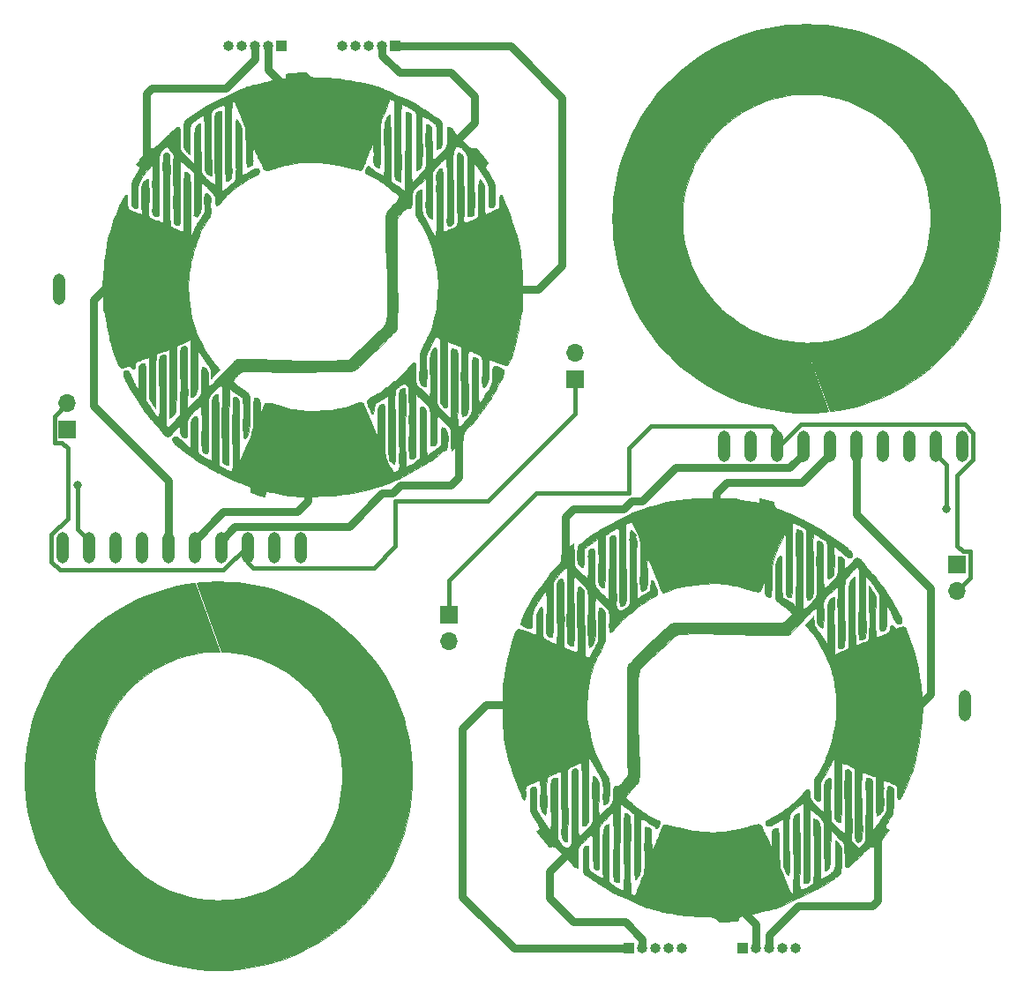
<source format=gtl>
%TF.GenerationSoftware,KiCad,Pcbnew,(6.0.1)*%
%TF.CreationDate,2022-10-14T11:51:33+08:00*%
%TF.ProjectId,CRVisionJoystickMerge,43525669-7369-46f6-9e4a-6f7973746963,rev?*%
%TF.SameCoordinates,Original*%
%TF.FileFunction,Copper,L1,Top*%
%TF.FilePolarity,Positive*%
%FSLAX46Y46*%
G04 Gerber Fmt 4.6, Leading zero omitted, Abs format (unit mm)*
G04 Created by KiCad (PCBNEW (6.0.1)) date 2022-10-14 11:51:33*
%MOMM*%
%LPD*%
G01*
G04 APERTURE LIST*
G04 Aperture macros list*
%AMHorizOval*
0 Thick line with rounded ends*
0 $1 width*
0 $2 $3 position (X,Y) of the first rounded end (center of the circle)*
0 $4 $5 position (X,Y) of the second rounded end (center of the circle)*
0 Add line between two ends*
20,1,$1,$2,$3,$4,$5,0*
0 Add two circle primitives to create the rounded ends*
1,1,$1,$2,$3*
1,1,$1,$4,$5*%
G04 Aperture macros list end*
%TA.AperFunction,NonConductor*%
%ADD10C,0.034055*%
%TD*%
%TA.AperFunction,NonConductor*%
%ADD11C,0.036148*%
%TD*%
%TA.AperFunction,ComponentPad*%
%ADD12R,1.700000X1.700000*%
%TD*%
%TA.AperFunction,ComponentPad*%
%ADD13O,1.700000X1.700000*%
%TD*%
%TA.AperFunction,ComponentPad*%
%ADD14O,1.200000X3.000000*%
%TD*%
%TA.AperFunction,ComponentPad*%
%ADD15R,1.000000X1.000000*%
%TD*%
%TA.AperFunction,ComponentPad*%
%ADD16O,1.000000X1.000000*%
%TD*%
%TA.AperFunction,ComponentPad*%
%ADD17HorizOval,1.200000X-0.450000X0.779423X0.450000X-0.779423X0*%
%TD*%
%TA.AperFunction,ViaPad*%
%ADD18C,0.800000*%
%TD*%
%TA.AperFunction,Conductor*%
%ADD19C,0.750000*%
%TD*%
%TA.AperFunction,Conductor*%
%ADD20C,0.400000*%
%TD*%
G04 APERTURE END LIST*
D10*
X124146186Y-41192049D02*
X124122276Y-41386017D01*
X124122276Y-41386017D02*
X124110106Y-41571902D01*
X124110106Y-41571902D02*
X124107066Y-41750098D01*
X124107066Y-41750098D02*
X124110544Y-41920998D01*
X124110544Y-41920998D02*
X124126610Y-42242484D01*
X124126610Y-42242484D02*
X124133976Y-42393857D01*
X124133976Y-42393857D02*
X124137416Y-42539510D01*
X124137416Y-42539510D02*
X124134319Y-42679834D01*
X124134319Y-42679834D02*
X124122074Y-42815224D01*
X124122074Y-42815224D02*
X124098069Y-42946073D01*
X124098069Y-42946073D02*
X124080841Y-43009918D01*
X124080841Y-43009918D02*
X124059694Y-43072776D01*
X124059694Y-43072776D02*
X124034302Y-43134695D01*
X124034302Y-43134695D02*
X124004337Y-43195724D01*
X124004337Y-43195724D02*
X123969475Y-43255914D01*
X123969475Y-43255914D02*
X123929388Y-43315314D01*
X123929388Y-43315314D02*
X123883751Y-43373971D01*
X123883751Y-43373971D02*
X123832236Y-43431936D01*
X123832236Y-43431936D02*
X123774517Y-43489258D01*
X123774517Y-43489258D02*
X123710268Y-43545986D01*
X123710268Y-43545986D02*
X123537605Y-43705027D01*
X123537605Y-43705027D02*
X123508657Y-43731250D01*
X123508657Y-43731250D02*
X123152772Y-44097010D01*
X123152772Y-44097010D02*
X123129108Y-44123928D01*
X123129108Y-44123928D02*
X123107800Y-44149210D01*
X123107800Y-44149210D02*
X123070000Y-44194574D01*
X123070000Y-44194574D02*
X123052379Y-44214511D01*
X123052379Y-44214511D02*
X123034858Y-44232523D01*
X123034858Y-44232523D02*
X123025959Y-44240784D01*
X123025959Y-44240784D02*
X123016873Y-44248536D01*
X123016873Y-44248536D02*
X123007530Y-44255770D01*
X123007530Y-44255770D02*
X122997860Y-44262478D01*
X122997860Y-44262478D02*
X122987791Y-44268650D01*
X122987791Y-44268650D02*
X122977254Y-44274277D01*
X122977254Y-44274277D02*
X122966178Y-44279350D01*
X122966178Y-44279350D02*
X122954492Y-44283860D01*
X122954492Y-44283860D02*
X122942126Y-44287799D01*
X122942126Y-44287799D02*
X122929009Y-44291156D01*
X122929009Y-44291156D02*
X122915071Y-44293924D01*
X122915071Y-44293924D02*
X122900242Y-44296092D01*
X122900242Y-44296092D02*
X122884449Y-44297652D01*
X122884449Y-44297652D02*
X122867624Y-44298595D01*
X122867624Y-44298595D02*
X122849696Y-44298912D01*
X122849696Y-44298912D02*
X122830594Y-44298594D01*
X122830594Y-44298594D02*
X122810247Y-44297631D01*
X122810247Y-44297631D02*
X122788585Y-44296015D01*
X122788585Y-44296015D02*
X122765538Y-44293737D01*
X122765538Y-44293737D02*
X122741035Y-44290787D01*
X122741035Y-44290787D02*
X122727828Y-44238906D01*
X122727828Y-44238906D02*
X122716090Y-44144919D01*
X122716090Y-44144919D02*
X122696518Y-43852681D01*
X122696518Y-43852681D02*
X122681303Y-43458179D01*
X122681303Y-43458179D02*
X122669433Y-43005521D01*
X122669433Y-43005521D02*
X122651670Y-42102170D01*
X122651670Y-42102170D02*
X122635122Y-41495487D01*
X122635122Y-41495487D02*
X122630488Y-41435264D01*
X122630488Y-41435264D02*
X122623111Y-41377752D01*
X122623111Y-41377752D02*
X122612820Y-41323212D01*
X122612820Y-41323212D02*
X122599443Y-41271905D01*
X122599443Y-41271905D02*
X122582807Y-41224093D01*
X122582807Y-41224093D02*
X122573213Y-41201578D01*
X122573213Y-41201578D02*
X122562740Y-41180035D01*
X122562740Y-41180035D02*
X122551366Y-41159496D01*
X122551366Y-41159496D02*
X122539071Y-41139993D01*
X122539071Y-41139993D02*
X122525831Y-41121560D01*
X122525831Y-41121560D02*
X122511626Y-41104228D01*
X122511626Y-41104228D02*
X122496434Y-41088031D01*
X122496434Y-41088031D02*
X122480235Y-41073001D01*
X122480235Y-41073001D02*
X122463005Y-41059170D01*
X122463005Y-41059170D02*
X122444724Y-41046572D01*
X122444724Y-41046572D02*
X122425370Y-41035239D01*
X122425370Y-41035239D02*
X122404922Y-41025203D01*
X122404922Y-41025203D02*
X122383358Y-41016497D01*
X122383358Y-41016497D02*
X122360657Y-41009154D01*
X122360657Y-41009154D02*
X122336796Y-41003206D01*
X122336796Y-41003206D02*
X122311756Y-40998687D01*
X122311756Y-40998687D02*
X122285513Y-40995627D01*
X122285513Y-40995627D02*
X122258047Y-40994061D01*
X122258047Y-40994061D02*
X122229337Y-40994021D01*
X122229337Y-40994021D02*
X122199359Y-40995539D01*
X122199359Y-40995539D02*
X122168094Y-40998648D01*
X122168094Y-40998648D02*
X122135519Y-41003381D01*
X122135519Y-41003381D02*
X122114057Y-41113762D01*
X122114057Y-41113762D02*
X122097245Y-41258053D01*
X122097245Y-41258053D02*
X122075672Y-41630657D01*
X122075672Y-41630657D02*
X122067006Y-42085777D01*
X122067006Y-42085777D02*
X122067451Y-42587997D01*
X122067451Y-42587997D02*
X122080493Y-43592079D01*
X122080493Y-43592079D02*
X122085500Y-44023110D01*
X122085500Y-44023110D02*
X122084436Y-44359580D01*
X122084436Y-44359580D02*
X122078167Y-44867788D01*
X122078167Y-44867788D02*
X122074672Y-44950399D01*
X122074672Y-44950399D02*
X122068428Y-45020655D01*
X122068428Y-45020655D02*
X122058447Y-45081267D01*
X122058447Y-45081267D02*
X122043739Y-45134945D01*
X122043739Y-45134945D02*
X122023316Y-45184401D01*
X122023316Y-45184401D02*
X121996189Y-45232346D01*
X121996189Y-45232346D02*
X121961370Y-45281490D01*
X121961370Y-45281490D02*
X121917870Y-45334544D01*
X121917870Y-45334544D02*
X121637281Y-45640078D01*
X121637281Y-45640078D02*
X121452527Y-45846562D01*
X121452527Y-45846562D02*
X121333363Y-45977350D01*
X121333363Y-45977350D02*
X121205450Y-46112432D01*
X121205450Y-46112432D02*
X121140349Y-46178285D01*
X121140349Y-46178285D02*
X121075623Y-46241256D01*
X121075623Y-46241256D02*
X121012125Y-46300024D01*
X121012125Y-46300024D02*
X120950711Y-46353270D01*
X120950711Y-46353270D02*
X120892235Y-46399676D01*
X120892235Y-46399676D02*
X120837550Y-46437922D01*
X120837550Y-46437922D02*
X120811896Y-46453574D01*
X120811896Y-46453574D02*
X120787510Y-46466691D01*
X120787510Y-46466691D02*
X120764499Y-46477108D01*
X120764499Y-46477108D02*
X120742970Y-46484661D01*
X120742970Y-46484661D02*
X120724255Y-46279997D01*
X120724255Y-46279997D02*
X120712468Y-46082548D01*
X120712468Y-46082548D02*
X120705567Y-45889951D01*
X120705567Y-45889951D02*
X120701506Y-45699846D01*
X120701506Y-45699846D02*
X120693738Y-45317655D01*
X120693738Y-45317655D02*
X120685942Y-45120844D01*
X120685942Y-45120844D02*
X120672815Y-44917073D01*
X120672815Y-44917073D02*
X120686777Y-43221776D01*
X120686777Y-43221776D02*
X120698745Y-42563653D01*
X120698745Y-42563653D02*
X120706913Y-41494849D01*
X120706913Y-41494849D02*
X120704235Y-40949326D01*
X120704235Y-40949326D02*
X120694201Y-40472595D01*
X120694201Y-40472595D02*
X120674676Y-40121809D01*
X120674676Y-40121809D02*
X120660688Y-40011506D01*
X120660688Y-40011506D02*
X120643526Y-39954122D01*
X120643526Y-39954122D02*
X120637727Y-39945957D01*
X120637727Y-39945957D02*
X120631266Y-39938003D01*
X120631266Y-39938003D02*
X120624174Y-39930264D01*
X120624174Y-39930264D02*
X120616481Y-39922742D01*
X120616481Y-39922742D02*
X120608215Y-39915442D01*
X120608215Y-39915442D02*
X120599408Y-39908366D01*
X120599408Y-39908366D02*
X120580284Y-39894902D01*
X120580284Y-39894902D02*
X120559346Y-39882378D01*
X120559346Y-39882378D02*
X120536831Y-39870821D01*
X120536831Y-39870821D02*
X120512976Y-39860260D01*
X120512976Y-39860260D02*
X120488019Y-39850720D01*
X120488019Y-39850720D02*
X120462195Y-39842230D01*
X120462195Y-39842230D02*
X120435742Y-39834817D01*
X120435742Y-39834817D02*
X120408897Y-39828508D01*
X120408897Y-39828508D02*
X120381897Y-39823332D01*
X120381897Y-39823332D02*
X120354979Y-39819314D01*
X120354979Y-39819314D02*
X120328379Y-39816484D01*
X120328379Y-39816484D02*
X120302335Y-39814867D01*
X120302335Y-39814867D02*
X120277084Y-39814493D01*
X120277084Y-39814493D02*
X120261926Y-39814697D01*
X120261926Y-39814697D02*
X120248636Y-39815057D01*
X120248636Y-39815057D02*
X120237020Y-39815576D01*
X120237020Y-39815576D02*
X120226888Y-39816260D01*
X120226888Y-39816260D02*
X120218047Y-39817110D01*
X120218047Y-39817110D02*
X120210305Y-39818133D01*
X120210305Y-39818133D02*
X120203470Y-39819331D01*
X120203470Y-39819331D02*
X120197350Y-39820708D01*
X120197350Y-39820708D02*
X120191753Y-39822269D01*
X120191753Y-39822269D02*
X120186486Y-39824018D01*
X120186486Y-39824018D02*
X120176177Y-39828094D01*
X120176177Y-39828094D02*
X120164886Y-39832968D01*
X120164886Y-39832968D02*
X120151077Y-39838673D01*
X120151077Y-39838673D02*
X120043459Y-47272372D01*
X120043459Y-47272372D02*
X119998953Y-47276398D01*
X119998953Y-47276398D02*
X119978931Y-47277519D01*
X119978931Y-47277519D02*
X119960292Y-47278061D01*
X119960292Y-47278061D02*
X119942961Y-47278035D01*
X119942961Y-47278035D02*
X119926858Y-47277451D01*
X119926858Y-47277451D02*
X119911907Y-47276321D01*
X119911907Y-47276321D02*
X119898030Y-47274655D01*
X119898030Y-47274655D02*
X119885150Y-47272465D01*
X119885150Y-47272465D02*
X119873189Y-47269762D01*
X119873189Y-47269762D02*
X119862070Y-47266557D01*
X119862070Y-47266557D02*
X119851715Y-47262860D01*
X119851715Y-47262860D02*
X119842047Y-47258683D01*
X119842047Y-47258683D02*
X119832989Y-47254037D01*
X119832989Y-47254037D02*
X119824463Y-47248933D01*
X119824463Y-47248933D02*
X119816391Y-47243382D01*
X119816391Y-47243382D02*
X119808697Y-47237395D01*
X119808697Y-47237395D02*
X119801302Y-47230983D01*
X119801302Y-47230983D02*
X119787102Y-47216929D01*
X119787102Y-47216929D02*
X119773171Y-47201306D01*
X119773171Y-47201306D02*
X119758890Y-47184205D01*
X119758890Y-47184205D02*
X119726799Y-47145918D01*
X119726799Y-47145918D02*
X119707749Y-47124909D01*
X119707749Y-47124909D02*
X119685871Y-47102774D01*
X119685871Y-47102774D02*
X119668812Y-47086688D01*
X119668812Y-47086688D02*
X119651454Y-47071078D01*
X119651454Y-47071078D02*
X119633762Y-47055878D01*
X119633762Y-47055878D02*
X119615700Y-47041021D01*
X119615700Y-47041021D02*
X119597233Y-47026443D01*
X119597233Y-47026443D02*
X119578326Y-47012075D01*
X119578326Y-47012075D02*
X119539048Y-46983707D01*
X119539048Y-46983707D02*
X119497583Y-46955386D01*
X119497583Y-46955386D02*
X119453647Y-46926583D01*
X119453647Y-46926583D02*
X119357231Y-46865405D01*
X119357231Y-46865405D02*
X119310089Y-46835079D01*
X119310089Y-46835079D02*
X119263913Y-46804066D01*
X119263913Y-46804066D02*
X119174330Y-46740388D01*
X119174330Y-46740388D02*
X119088227Y-46675194D01*
X119088227Y-46675194D02*
X119005348Y-46609305D01*
X119005348Y-46609305D02*
X118700973Y-46355249D01*
X118700973Y-46355249D02*
X118727723Y-44781153D01*
X118727723Y-44781153D02*
X118726728Y-43180269D01*
X118726728Y-43180269D02*
X118694891Y-41582770D01*
X118694891Y-41582770D02*
X118666439Y-40794719D01*
X118666439Y-40794719D02*
X118629115Y-40018827D01*
X118629115Y-40018827D02*
X118627835Y-40019706D01*
X118627835Y-40019706D02*
X118626610Y-40020615D01*
X118626610Y-40020615D02*
X118624300Y-40022515D01*
X118624300Y-40022515D02*
X118622141Y-40024504D01*
X118622141Y-40024504D02*
X118620091Y-40026559D01*
X118620091Y-40026559D02*
X118616137Y-40030770D01*
X118616137Y-40030770D02*
X118614146Y-40032880D01*
X118614146Y-40032880D02*
X118612088Y-40034961D01*
X118612088Y-40034961D02*
X118609917Y-40036990D01*
X118609917Y-40036990D02*
X118607591Y-40038945D01*
X118607591Y-40038945D02*
X118606356Y-40039886D01*
X118606356Y-40039886D02*
X118605066Y-40040800D01*
X118605066Y-40040800D02*
X118603714Y-40041683D01*
X118603714Y-40041683D02*
X118602297Y-40042533D01*
X118602297Y-40042533D02*
X118600807Y-40043346D01*
X118600807Y-40043346D02*
X118599240Y-40044121D01*
X118599240Y-40044121D02*
X118597591Y-40044852D01*
X118597591Y-40044852D02*
X118595853Y-40045539D01*
X118595853Y-40045539D02*
X118594021Y-40046177D01*
X118594021Y-40046177D02*
X118592090Y-40046765D01*
X118592090Y-40046765D02*
X118590054Y-40047298D01*
X118590054Y-40047298D02*
X118587908Y-40047775D01*
X118587908Y-40047775D02*
X118570241Y-40051504D01*
X118570241Y-40051504D02*
X118555954Y-40055055D01*
X118555954Y-40055055D02*
X118544692Y-40058465D01*
X118544692Y-40058465D02*
X118536101Y-40061769D01*
X118536101Y-40061769D02*
X118532695Y-40063394D01*
X118532695Y-40063394D02*
X118529823Y-40065006D01*
X118529823Y-40065006D02*
X118527442Y-40066611D01*
X118527442Y-40066611D02*
X118525506Y-40068212D01*
X118525506Y-40068212D02*
X118523971Y-40069815D01*
X118523971Y-40069815D02*
X118522793Y-40071424D01*
X118522793Y-40071424D02*
X118521927Y-40073044D01*
X118521927Y-40073044D02*
X118521329Y-40074679D01*
X118521329Y-40074679D02*
X118520758Y-40078013D01*
X118520758Y-40078013D02*
X118520727Y-40081465D01*
X118520727Y-40081465D02*
X118520860Y-40088865D01*
X118520860Y-40088865D02*
X118520314Y-40092888D01*
X118520314Y-40092888D02*
X118519732Y-40094996D01*
X118519732Y-40094996D02*
X118518885Y-40097175D01*
X118518885Y-40097175D02*
X118517730Y-40099430D01*
X118517730Y-40099430D02*
X118516220Y-40101764D01*
X118516220Y-40101764D02*
X118514312Y-40104183D01*
X118514312Y-40104183D02*
X118511962Y-40106691D01*
X118511962Y-40106691D02*
X118460895Y-40159839D01*
X118460895Y-40159839D02*
X118413963Y-40214816D01*
X118413963Y-40214816D02*
X118371002Y-40271627D01*
X118371002Y-40271627D02*
X118331844Y-40330273D01*
X118331844Y-40330273D02*
X118296324Y-40390757D01*
X118296324Y-40390757D02*
X118264275Y-40453081D01*
X118264275Y-40453081D02*
X118235533Y-40517247D01*
X118235533Y-40517247D02*
X118209929Y-40583259D01*
X118209929Y-40583259D02*
X118187299Y-40651119D01*
X118187299Y-40651119D02*
X118167475Y-40720830D01*
X118167475Y-40720830D02*
X118150293Y-40792393D01*
X118150293Y-40792393D02*
X118135586Y-40865811D01*
X118135586Y-40865811D02*
X118123187Y-40941087D01*
X118123187Y-40941087D02*
X118112932Y-41018223D01*
X118112932Y-41018223D02*
X118104652Y-41097222D01*
X118104652Y-41097222D02*
X118098183Y-41178086D01*
X118098183Y-41178086D02*
X118082199Y-41662938D01*
X118082199Y-41662938D02*
X118085380Y-42262173D01*
X118085380Y-42262173D02*
X118117339Y-43632616D01*
X118117339Y-43632616D02*
X118130170Y-44318234D01*
X118130170Y-44318234D02*
X118130270Y-44947058D01*
X118130270Y-44947058D02*
X118109665Y-45476293D01*
X118109665Y-45476293D02*
X118089106Y-45690191D01*
X118089106Y-45690191D02*
X118060381Y-45863143D01*
X118060381Y-45863143D02*
X118032841Y-45860167D01*
X118032841Y-45860167D02*
X118003552Y-45854834D01*
X118003552Y-45854834D02*
X117940186Y-45837619D01*
X117940186Y-45837619D02*
X117871203Y-45812529D01*
X117871203Y-45812529D02*
X117797522Y-45780595D01*
X117797522Y-45780595D02*
X117720062Y-45742849D01*
X117720062Y-45742849D02*
X117639740Y-45700320D01*
X117639740Y-45700320D02*
X117557478Y-45654042D01*
X117557478Y-45654042D02*
X117474192Y-45605043D01*
X117474192Y-45605043D02*
X117308229Y-45503014D01*
X117308229Y-45503014D02*
X117149202Y-45402481D01*
X117149202Y-45402481D02*
X117004463Y-45311694D01*
X117004463Y-45311694D02*
X116881362Y-45238901D01*
X116881362Y-45238901D02*
X116852892Y-45222606D01*
X116852892Y-45222606D02*
X116827741Y-45207277D01*
X116827741Y-45207277D02*
X116805691Y-45192865D01*
X116805691Y-45192865D02*
X116786526Y-45179321D01*
X116786526Y-45179321D02*
X116770026Y-45166599D01*
X116770026Y-45166599D02*
X116755973Y-45154650D01*
X116755973Y-45154650D02*
X116744149Y-45143424D01*
X116744149Y-45143424D02*
X116734336Y-45132876D01*
X116734336Y-45132876D02*
X116726317Y-45122955D01*
X116726317Y-45122955D02*
X116719872Y-45113614D01*
X116719872Y-45113614D02*
X116714784Y-45104805D01*
X116714784Y-45104805D02*
X116710834Y-45096479D01*
X116710834Y-45096479D02*
X116705477Y-45081085D01*
X116705477Y-45081085D02*
X116702058Y-45067047D01*
X116702058Y-45067047D02*
X116698830Y-45053978D01*
X116698830Y-45053978D02*
X116694048Y-45041494D01*
X116694048Y-45041494D02*
X116690529Y-45035350D01*
X116690529Y-45035350D02*
X116685968Y-45029208D01*
X116685968Y-45029208D02*
X116680145Y-45023019D01*
X116680145Y-45023019D02*
X116672844Y-45016735D01*
X116672844Y-45016735D02*
X116663845Y-45010308D01*
X116663845Y-45010308D02*
X116652932Y-45003689D01*
X116652932Y-45003689D02*
X116639884Y-44996831D01*
X116639884Y-44996831D02*
X116624486Y-44989685D01*
X116624486Y-44989685D02*
X116606517Y-44982203D01*
X116606517Y-44982203D02*
X116585761Y-44974337D01*
X116585761Y-44974337D02*
X116535013Y-44957259D01*
X116535013Y-44957259D02*
X116501070Y-44986415D01*
X116501070Y-44986415D02*
X116469598Y-45016736D01*
X116469598Y-45016736D02*
X116440575Y-45048329D01*
X116440575Y-45048329D02*
X116413981Y-45081297D01*
X116413981Y-45081297D02*
X116401588Y-45098330D01*
X116401588Y-45098330D02*
X116389795Y-45115747D01*
X116389795Y-45115747D02*
X116378599Y-45133559D01*
X116378599Y-45133559D02*
X116367998Y-45151781D01*
X116367998Y-45151781D02*
X116357988Y-45170426D01*
X116357988Y-45170426D02*
X116348568Y-45189506D01*
X116348568Y-45189506D02*
X116339735Y-45209035D01*
X116339735Y-45209035D02*
X116331486Y-45229025D01*
X116331486Y-45229025D02*
X116323818Y-45249491D01*
X116323818Y-45249491D02*
X116316730Y-45270445D01*
X116316730Y-45270445D02*
X116304280Y-45313868D01*
X116304280Y-45313868D02*
X116294117Y-45359401D01*
X116294117Y-45359401D02*
X116286218Y-45407148D01*
X116286218Y-45407148D02*
X116280565Y-45457214D01*
X116280565Y-45457214D02*
X116277136Y-45509703D01*
X116277136Y-45509703D02*
X116275911Y-45564720D01*
X116275911Y-45564720D02*
X116276869Y-45622370D01*
X116276869Y-45622370D02*
X116404232Y-45692505D01*
X116404232Y-45692505D02*
X116525877Y-45756071D01*
X116525877Y-45756071D02*
X116757101Y-45871317D01*
X116757101Y-45871317D02*
X116869227Y-45926909D01*
X116869227Y-45926909D02*
X116980726Y-45983755D01*
X116980726Y-45983755D02*
X117092872Y-46043809D01*
X117092872Y-46043809D02*
X117206938Y-46109027D01*
X117206938Y-46109027D02*
X117416982Y-46236174D01*
X117416982Y-46236174D02*
X117627689Y-46369208D01*
X117627689Y-46369208D02*
X117837869Y-46507917D01*
X117837869Y-46507917D02*
X118046333Y-46652089D01*
X118046333Y-46652089D02*
X118251892Y-46801514D01*
X118251892Y-46801514D02*
X118453355Y-46955979D01*
X118453355Y-46955979D02*
X118649535Y-47115272D01*
X118649535Y-47115272D02*
X118839241Y-47279184D01*
X118839241Y-47279184D02*
X118983883Y-47403903D01*
X118983883Y-47403903D02*
X119112384Y-47507686D01*
X119112384Y-47507686D02*
X119319777Y-47665361D01*
X119319777Y-47665361D02*
X119398074Y-47725716D01*
X119398074Y-47725716D02*
X119459044Y-47778058D01*
X119459044Y-47778058D02*
X119482938Y-47802234D01*
X119482938Y-47802234D02*
X119502388Y-47825618D01*
X119502388Y-47825618D02*
X119517358Y-47848614D01*
X119517358Y-47848614D02*
X119527811Y-47871627D01*
X119527811Y-47871627D02*
X119533709Y-47895060D01*
X119533709Y-47895060D02*
X119535015Y-47919316D01*
X119535015Y-47919316D02*
X119531692Y-47944801D01*
X119531692Y-47944801D02*
X119523704Y-47971917D01*
X119523704Y-47971917D02*
X119511012Y-48001068D01*
X119511012Y-48001068D02*
X119493580Y-48032660D01*
X119493580Y-48032660D02*
X119471371Y-48067094D01*
X119471371Y-48067094D02*
X119444347Y-48104776D01*
X119444347Y-48104776D02*
X119375709Y-48191498D01*
X119375709Y-48191498D02*
X119287367Y-48296055D01*
X119287367Y-48296055D02*
X119050389Y-48571602D01*
X119050389Y-48571602D02*
X118937978Y-48701071D01*
X118937978Y-48701071D02*
X118835468Y-48814982D01*
X118835468Y-48814982D02*
X118658564Y-49005797D01*
X118658564Y-49005797D02*
X118583379Y-49087536D01*
X118583379Y-49087536D02*
X118516509Y-49163385D01*
X118516509Y-49163385D02*
X118457560Y-49235760D01*
X118457560Y-49235760D02*
X118406135Y-49307080D01*
X118406135Y-49307080D02*
X118383120Y-49343098D01*
X118383120Y-49343098D02*
X118361837Y-49379760D01*
X118361837Y-49379760D02*
X118342237Y-49417366D01*
X118342237Y-49417366D02*
X118324271Y-49456218D01*
X118324271Y-49456218D02*
X118307889Y-49496619D01*
X118307889Y-49496619D02*
X118293041Y-49538871D01*
X118293041Y-49538871D02*
X118279678Y-49583276D01*
X118279678Y-49583276D02*
X118267750Y-49630136D01*
X118267750Y-49630136D02*
X118257208Y-49679753D01*
X118257208Y-49679753D02*
X118248003Y-49732430D01*
X118248003Y-49732430D02*
X118240084Y-49788468D01*
X118240084Y-49788468D02*
X118233403Y-49848170D01*
X118233403Y-49848170D02*
X118223554Y-49979773D01*
X118223554Y-49979773D02*
X118218060Y-50129655D01*
X118218060Y-50129655D02*
X118219477Y-51257002D01*
X118219477Y-51257002D02*
X118255389Y-52580342D01*
X118255389Y-52580342D02*
X118361649Y-55491485D01*
X118361649Y-55491485D02*
X118397476Y-56917528D01*
X118397476Y-56917528D02*
X118398754Y-58216045D01*
X118398754Y-58216045D02*
X118381043Y-58792207D01*
X118381043Y-58792207D02*
X118348221Y-59306157D01*
X118348221Y-59306157D02*
X118298132Y-59747786D01*
X118298132Y-59747786D02*
X118228618Y-60106983D01*
X118228618Y-60106983D02*
X118211896Y-60142596D01*
X118211896Y-60142596D02*
X118176544Y-60193668D01*
X118176544Y-60193668D02*
X118054931Y-60337849D01*
X118054931Y-60337849D02*
X117873739Y-60530848D01*
X117873739Y-60530848D02*
X117642929Y-60763983D01*
X117642929Y-60763983D02*
X117072295Y-61315943D01*
X117072295Y-61315943D02*
X116422713Y-61924286D01*
X116422713Y-61924286D02*
X115205435Y-63032355D01*
X115205435Y-63032355D02*
X114797105Y-63393198D01*
X114797105Y-63393198D02*
X114628559Y-63532656D01*
X114628559Y-63532656D02*
X114372449Y-63577191D01*
X114372449Y-63577191D02*
X114012617Y-63609704D01*
X114012617Y-63609704D02*
X113035914Y-63643575D01*
X113035914Y-63643575D02*
X111806705Y-63644091D01*
X111806705Y-63644091D02*
X110433244Y-63621072D01*
X110433244Y-63621072D02*
X105661958Y-63490086D01*
X105661958Y-63490086D02*
X105533626Y-63490047D01*
X105533626Y-63490047D02*
X105402962Y-63492198D01*
X105402962Y-63492198D02*
X105137326Y-63499834D01*
X105137326Y-63499834D02*
X104870412Y-63506512D01*
X104870412Y-63506512D02*
X104738153Y-63507466D01*
X104738153Y-63507466D02*
X104607585Y-63505751D01*
X104607585Y-63505751D02*
X104420199Y-63498486D01*
X104420199Y-63498486D02*
X104267461Y-63490799D01*
X104267461Y-63490799D02*
X104201565Y-63488500D01*
X104201565Y-63488500D02*
X104141304Y-63488140D01*
X104141304Y-63488140D02*
X104085671Y-63490400D01*
X104085671Y-63490400D02*
X104033657Y-63495961D01*
X104033657Y-63495961D02*
X103984252Y-63505505D01*
X103984252Y-63505505D02*
X103936450Y-63519714D01*
X103936450Y-63519714D02*
X103912834Y-63528780D01*
X103912834Y-63528780D02*
X103889239Y-63539268D01*
X103889239Y-63539268D02*
X103841613Y-63564849D01*
X103841613Y-63564849D02*
X103792562Y-63597139D01*
X103792562Y-63597139D02*
X103741078Y-63636819D01*
X103741078Y-63636819D02*
X103686151Y-63684571D01*
X103686151Y-63684571D02*
X103626773Y-63741076D01*
X103626773Y-63741076D02*
X101907627Y-65523558D01*
X101907627Y-65523558D02*
X101871768Y-65563806D01*
X101871768Y-65563806D02*
X101835723Y-65606237D01*
X101835723Y-65606237D02*
X101762399Y-65695167D01*
X101762399Y-65695167D02*
X101686297Y-65785389D01*
X101686297Y-65785389D02*
X101646781Y-65829436D01*
X101646781Y-65829436D02*
X101606061Y-65871948D01*
X101606061Y-65871948D02*
X101563968Y-65912305D01*
X101563968Y-65912305D02*
X101520333Y-65949887D01*
X101520333Y-65949887D02*
X101474986Y-65984075D01*
X101474986Y-65984075D02*
X101451617Y-65999702D01*
X101451617Y-65999702D02*
X101427757Y-66014248D01*
X101427757Y-66014248D02*
X101403384Y-66027636D01*
X101403384Y-66027636D02*
X101378477Y-66039789D01*
X101378477Y-66039789D02*
X101353014Y-66050628D01*
X101353014Y-66050628D02*
X101326976Y-66060076D01*
X101326976Y-66060076D02*
X101300339Y-66068056D01*
X101300339Y-66068056D02*
X101273084Y-66074491D01*
X101273084Y-66074491D02*
X101245189Y-66079302D01*
X101245189Y-66079302D02*
X101216632Y-66082413D01*
X101216632Y-66082413D02*
X101207427Y-66013777D01*
X101207427Y-66013777D02*
X101200576Y-65943164D01*
X101200576Y-65943164D02*
X101195804Y-65870837D01*
X101195804Y-65870837D02*
X101192840Y-65797062D01*
X101192840Y-65797062D02*
X101191243Y-65646228D01*
X101191243Y-65646228D02*
X101193601Y-65492779D01*
X101193601Y-65492779D02*
X101201450Y-65186517D01*
X101201450Y-65186517D02*
X101202575Y-65037941D01*
X101202575Y-65037941D02*
X101198923Y-64895228D01*
X101198923Y-64895228D02*
X101196976Y-64870706D01*
X101196976Y-64870706D02*
X101193467Y-64845121D01*
X101193467Y-64845121D02*
X101181958Y-64791282D01*
X101181958Y-64791282D02*
X101164780Y-64734761D01*
X101164780Y-64734761D02*
X101142320Y-64676605D01*
X101142320Y-64676605D02*
X101114966Y-64617865D01*
X101114966Y-64617865D02*
X101083103Y-64559590D01*
X101083103Y-64559590D02*
X101047119Y-64502828D01*
X101047119Y-64502828D02*
X101007400Y-64448629D01*
X101007400Y-64448629D02*
X100964332Y-64398041D01*
X100964332Y-64398041D02*
X100918303Y-64352114D01*
X100918303Y-64352114D02*
X100894298Y-64331227D01*
X100894298Y-64331227D02*
X100869699Y-64311898D01*
X100869699Y-64311898D02*
X100844551Y-64294259D01*
X100844551Y-64294259D02*
X100818906Y-64278440D01*
X100818906Y-64278440D02*
X100792809Y-64264574D01*
X100792809Y-64264574D02*
X100766311Y-64252791D01*
X100766311Y-64252791D02*
X100739458Y-64243222D01*
X100739458Y-64243222D02*
X100712301Y-64235999D01*
X100712301Y-64235999D02*
X100684886Y-64231252D01*
X100684886Y-64231252D02*
X100657262Y-64229113D01*
X100657262Y-64229113D02*
X100629477Y-64229713D01*
X100629477Y-64229713D02*
X100601581Y-64233183D01*
X100601581Y-64233183D02*
X100578357Y-64441984D01*
X100578357Y-64441984D02*
X100560758Y-64647345D01*
X100560758Y-64647345D02*
X100539934Y-65044020D01*
X100539934Y-65044020D02*
X100534108Y-65415743D01*
X100534108Y-65415743D02*
X100538279Y-65755052D01*
X100538279Y-65755052D02*
X100556610Y-66306575D01*
X100556610Y-66306575D02*
X100560769Y-66503864D01*
X100560769Y-66503864D02*
X100554923Y-66638886D01*
X100554923Y-66638886D02*
X100549690Y-66674758D01*
X100549690Y-66674758D02*
X100543030Y-66709547D01*
X100543030Y-66709547D02*
X100535001Y-66743295D01*
X100535001Y-66743295D02*
X100525658Y-66776045D01*
X100525658Y-66776045D02*
X100515059Y-66807843D01*
X100515059Y-66807843D02*
X100503260Y-66838730D01*
X100503260Y-66838730D02*
X100490317Y-66868751D01*
X100490317Y-66868751D02*
X100476287Y-66897948D01*
X100476287Y-66897948D02*
X100461226Y-66926366D01*
X100461226Y-66926366D02*
X100445191Y-66954048D01*
X100445191Y-66954048D02*
X100410424Y-67007376D01*
X100410424Y-67007376D02*
X100372439Y-67058281D01*
X100372439Y-67058281D02*
X100331687Y-67107110D01*
X100331687Y-67107110D02*
X100288620Y-67154210D01*
X100288620Y-67154210D02*
X100243691Y-67199931D01*
X100243691Y-67199931D02*
X100150051Y-67288622D01*
X100150051Y-67288622D02*
X100054384Y-67375964D01*
X100054384Y-67375964D02*
X99960306Y-67464739D01*
X99960306Y-67464739D02*
X99592329Y-67843184D01*
X99592329Y-67843184D02*
X99495048Y-67937894D01*
X99495048Y-67937894D02*
X99446936Y-67982230D01*
X99446936Y-67982230D02*
X99399499Y-68023817D01*
X99399499Y-68023817D02*
X99352975Y-68062103D01*
X99352975Y-68062103D02*
X99307605Y-68096538D01*
X99307605Y-68096538D02*
X99263631Y-68126568D01*
X99263631Y-68126568D02*
X99221292Y-68151642D01*
X99221292Y-68151642D02*
X99194642Y-68079089D01*
X99194642Y-68079089D02*
X99173673Y-68000307D01*
X99173673Y-68000307D02*
X99157969Y-67916144D01*
X99157969Y-67916144D02*
X99147112Y-67827452D01*
X99147112Y-67827452D02*
X99140684Y-67735081D01*
X99140684Y-67735081D02*
X99138270Y-67639880D01*
X99138270Y-67639880D02*
X99139451Y-67542699D01*
X99139451Y-67542699D02*
X99143812Y-67444389D01*
X99143812Y-67444389D02*
X99150934Y-67345799D01*
X99150934Y-67345799D02*
X99160401Y-67247781D01*
X99160401Y-67247781D02*
X99184700Y-67056855D01*
X99184700Y-67056855D02*
X99213374Y-66878413D01*
X99213374Y-66878413D02*
X99243085Y-66719256D01*
X99243085Y-66719256D02*
X99256008Y-66647321D01*
X99256008Y-66647321D02*
X99264218Y-66587006D01*
X99264218Y-66587006D02*
X99268241Y-66536691D01*
X99268241Y-66536691D02*
X99268601Y-66494753D01*
X99268601Y-66494753D02*
X99265822Y-66459573D01*
X99265822Y-66459573D02*
X99260429Y-66429527D01*
X99260429Y-66429527D02*
X99252945Y-66402996D01*
X99252945Y-66402996D02*
X99243895Y-66378357D01*
X99243895Y-66378357D02*
X99223195Y-66328273D01*
X99223195Y-66328273D02*
X99212594Y-66299584D01*
X99212594Y-66299584D02*
X99202523Y-66266303D01*
X99202523Y-66266303D02*
X99193508Y-66226808D01*
X99193508Y-66226808D02*
X99186074Y-66179478D01*
X99186074Y-66179478D02*
X99180743Y-66122691D01*
X99180743Y-66122691D02*
X99179031Y-66090245D01*
X99179031Y-66090245D02*
X99178041Y-66054827D01*
X99178041Y-66054827D02*
X99167825Y-62966648D01*
X99167825Y-62966648D02*
X99167928Y-62911282D01*
X99167928Y-62911282D02*
X99169316Y-62857678D01*
X99169316Y-62857678D02*
X99174008Y-62755651D01*
X99174008Y-62755651D02*
X99178014Y-62660361D01*
X99178014Y-62660361D02*
X99178544Y-62615178D01*
X99178544Y-62615178D02*
X99177446Y-62571601D01*
X99177446Y-62571601D02*
X99174232Y-62529604D01*
X99174232Y-62529604D02*
X99168417Y-62489162D01*
X99168417Y-62489162D02*
X99159515Y-62450248D01*
X99159515Y-62450248D02*
X99147040Y-62412837D01*
X99147040Y-62412837D02*
X99139311Y-62394687D01*
X99139311Y-62394687D02*
X99130507Y-62376903D01*
X99130507Y-62376903D02*
X99120566Y-62359481D01*
X99120566Y-62359481D02*
X99109428Y-62342419D01*
X99109428Y-62342419D02*
X99097033Y-62325713D01*
X99097033Y-62325713D02*
X99083320Y-62309361D01*
X99083320Y-62309361D02*
X99068227Y-62293357D01*
X99068227Y-62293357D02*
X99051694Y-62277701D01*
X99051694Y-62277701D02*
X99034597Y-62267913D01*
X99034597Y-62267913D02*
X99017417Y-62259532D01*
X99017417Y-62259532D02*
X99000173Y-62252518D01*
X99000173Y-62252518D02*
X98982883Y-62246830D01*
X98982883Y-62246830D02*
X98965567Y-62242427D01*
X98965567Y-62242427D02*
X98948243Y-62239271D01*
X98948243Y-62239271D02*
X98930931Y-62237320D01*
X98930931Y-62237320D02*
X98913649Y-62236536D01*
X98913649Y-62236536D02*
X98896416Y-62236876D01*
X98896416Y-62236876D02*
X98879250Y-62238302D01*
X98879250Y-62238302D02*
X98862171Y-62240773D01*
X98862171Y-62240773D02*
X98845197Y-62244248D01*
X98845197Y-62244248D02*
X98828348Y-62248689D01*
X98828348Y-62248689D02*
X98811642Y-62254054D01*
X98811642Y-62254054D02*
X98795097Y-62260304D01*
X98795097Y-62260304D02*
X98778734Y-62267398D01*
X98778734Y-62267398D02*
X98762569Y-62275296D01*
X98762569Y-62275296D02*
X98746624Y-62283959D01*
X98746624Y-62283959D02*
X98715463Y-62303415D01*
X98715463Y-62303415D02*
X98685401Y-62325445D01*
X98685401Y-62325445D02*
X98656590Y-62349728D01*
X98656590Y-62349728D02*
X98629179Y-62375942D01*
X98629179Y-62375942D02*
X98603320Y-62403767D01*
X98603320Y-62403767D02*
X98579163Y-62432881D01*
X98579163Y-62432881D02*
X98556859Y-62462963D01*
X98556859Y-62462963D02*
X98545148Y-62525666D01*
X98545148Y-62525666D02*
X98534991Y-62614691D01*
X98534991Y-62614691D02*
X98519004Y-62857271D01*
X98519004Y-62857271D02*
X98508238Y-63161831D01*
X98508238Y-63161831D02*
X98502030Y-63499495D01*
X98502030Y-63499495D02*
X98500637Y-64158639D01*
X98500637Y-64158639D02*
X98509523Y-64603710D01*
X98509523Y-64603710D02*
X98530759Y-65125323D01*
X98530759Y-65125323D02*
X98545834Y-65690899D01*
X98545834Y-65690899D02*
X98549335Y-65973382D01*
X98549335Y-65973382D02*
X98549224Y-66246706D01*
X98549224Y-66246706D02*
X98544811Y-66504154D01*
X98544811Y-66504154D02*
X98535406Y-66739010D01*
X98535406Y-66739010D02*
X98530769Y-66944885D01*
X98530769Y-66944885D02*
X98531903Y-67220090D01*
X98531903Y-67220090D02*
X98534468Y-67877920D01*
X98534468Y-67877920D02*
X98527389Y-68210260D01*
X98527389Y-68210260D02*
X98519898Y-68366285D01*
X98519898Y-68366285D02*
X98509064Y-68511358D01*
X98509064Y-68511358D02*
X98494354Y-68642335D01*
X98494354Y-68642335D02*
X98475237Y-68756073D01*
X98475237Y-68756073D02*
X98451181Y-68849430D01*
X98451181Y-68849430D02*
X98437135Y-68887483D01*
X98437135Y-68887483D02*
X98421655Y-68919262D01*
X98421655Y-68919262D02*
X98413836Y-68931301D01*
X98413836Y-68931301D02*
X98403351Y-68944836D01*
X98403351Y-68944836D02*
X98390503Y-68959711D01*
X98390503Y-68959711D02*
X98375596Y-68975769D01*
X98375596Y-68975769D02*
X98358932Y-68992855D01*
X98358932Y-68992855D02*
X98340816Y-69010813D01*
X98340816Y-69010813D02*
X98301439Y-69048718D01*
X98301439Y-69048718D02*
X98259891Y-69088235D01*
X98259891Y-69088235D02*
X98218597Y-69128115D01*
X98218597Y-69128115D02*
X98198805Y-69147801D01*
X98198805Y-69147801D02*
X98179986Y-69167109D01*
X98179986Y-69167109D02*
X98162444Y-69185884D01*
X98162444Y-69185884D02*
X98146482Y-69203968D01*
X98146482Y-69203968D02*
X98129945Y-69223725D01*
X98129945Y-69223725D02*
X98114326Y-69243075D01*
X98114326Y-69243075D02*
X98085198Y-69280881D01*
X98085198Y-69280881D02*
X98030906Y-69355177D01*
X98030906Y-69355177D02*
X98003179Y-69392959D01*
X98003179Y-69392959D02*
X97973357Y-69432026D01*
X97973357Y-69432026D02*
X97957260Y-69452244D01*
X97957260Y-69452244D02*
X97940158Y-69473025D01*
X97940158Y-69473025D02*
X97921893Y-69494451D01*
X97921893Y-69494451D02*
X97902303Y-69516602D01*
X97902303Y-69516602D02*
X97768570Y-69666032D01*
X97768570Y-69666032D02*
X97692061Y-69747735D01*
X97692061Y-69747735D02*
X97652080Y-69788347D01*
X97652080Y-69788347D02*
X97611210Y-69828042D01*
X97611210Y-69828042D02*
X97569645Y-69866252D01*
X97569645Y-69866252D02*
X97527581Y-69902410D01*
X97527581Y-69902410D02*
X97485213Y-69935947D01*
X97485213Y-69935947D02*
X97442738Y-69966297D01*
X97442738Y-69966297D02*
X97400351Y-69992892D01*
X97400351Y-69992892D02*
X97379251Y-70004603D01*
X97379251Y-70004603D02*
X97358247Y-70015163D01*
X97358247Y-70015163D02*
X97337362Y-70024500D01*
X97337362Y-70024500D02*
X97316621Y-70032543D01*
X97316621Y-70032543D02*
X97296049Y-70039221D01*
X97296049Y-70039221D02*
X97275670Y-70044464D01*
X97275670Y-70044464D02*
X97256846Y-70025173D01*
X97256846Y-70025173D02*
X97239663Y-70005905D01*
X97239663Y-70005905D02*
X97224054Y-69986627D01*
X97224054Y-69986627D02*
X97209951Y-69967303D01*
X97209951Y-69967303D02*
X97197288Y-69947898D01*
X97197288Y-69947898D02*
X97185998Y-69928376D01*
X97185998Y-69928376D02*
X97176013Y-69908702D01*
X97176013Y-69908702D02*
X97167267Y-69888841D01*
X97167267Y-69888841D02*
X97159692Y-69868758D01*
X97159692Y-69868758D02*
X97153221Y-69848416D01*
X97153221Y-69848416D02*
X97147788Y-69827782D01*
X97147788Y-69827782D02*
X97143324Y-69806819D01*
X97143324Y-69806819D02*
X97139763Y-69785493D01*
X97139763Y-69785493D02*
X97137039Y-69763767D01*
X97137039Y-69763767D02*
X97133828Y-69718978D01*
X97133828Y-69718978D02*
X97133156Y-69672170D01*
X97133156Y-69672170D02*
X97134485Y-69623059D01*
X97134485Y-69623059D02*
X97141000Y-69516804D01*
X97141000Y-69516804D02*
X97149081Y-69397953D01*
X97149081Y-69397953D02*
X97152366Y-69333099D01*
X97152366Y-69333099D02*
X97154432Y-69264248D01*
X97154432Y-69264248D02*
X97140809Y-66600743D01*
X97140809Y-66600743D02*
X97175460Y-64751470D01*
X97175460Y-64751470D02*
X97174125Y-64187753D01*
X97174125Y-64187753D02*
X97159868Y-63688828D01*
X97159868Y-63688828D02*
X97146499Y-63480125D01*
X97146499Y-63480125D02*
X97128227Y-63307373D01*
X97128227Y-63307373D02*
X97104492Y-63177157D01*
X97104492Y-63177157D02*
X97074739Y-63096062D01*
X97074739Y-63096062D02*
X97026263Y-63089669D01*
X97026263Y-63089669D02*
X96980696Y-63086363D01*
X96980696Y-63086363D02*
X96937833Y-63086005D01*
X96937833Y-63086005D02*
X96897468Y-63088458D01*
X96897468Y-63088458D02*
X96859399Y-63093582D01*
X96859399Y-63093582D02*
X96823419Y-63101240D01*
X96823419Y-63101240D02*
X96789326Y-63111293D01*
X96789326Y-63111293D02*
X96756913Y-63123604D01*
X96756913Y-63123604D02*
X96725977Y-63138034D01*
X96725977Y-63138034D02*
X96696313Y-63154445D01*
X96696313Y-63154445D02*
X96667717Y-63172699D01*
X96667717Y-63172699D02*
X96639983Y-63192657D01*
X96639983Y-63192657D02*
X96612908Y-63214182D01*
X96612908Y-63214182D02*
X96586288Y-63237135D01*
X96586288Y-63237135D02*
X96559916Y-63261379D01*
X96559916Y-63261379D02*
X96533590Y-63286774D01*
X96533590Y-63286774D02*
X96505641Y-63382891D01*
X96505641Y-63382891D02*
X96485795Y-63541059D01*
X96485795Y-63541059D02*
X96473119Y-63752970D01*
X96473119Y-63752970D02*
X96466680Y-64010315D01*
X96466680Y-64010315D02*
X96468780Y-64628073D01*
X96468780Y-64628073D02*
X96484633Y-65327865D01*
X96484633Y-65327865D02*
X96527746Y-66707672D01*
X96527746Y-66707672D02*
X96540080Y-67254751D01*
X96540080Y-67254751D02*
X96536313Y-67617989D01*
X96536313Y-67617989D02*
X96526918Y-67804031D01*
X96526918Y-67804031D02*
X96519706Y-67990980D01*
X96519706Y-67990980D02*
X96510473Y-68367260D01*
X96510473Y-68367260D02*
X96503278Y-69127003D01*
X96503278Y-69127003D02*
X96463864Y-69106136D01*
X96463864Y-69106136D02*
X96424556Y-69082094D01*
X96424556Y-69082094D02*
X96385372Y-69055050D01*
X96385372Y-69055050D02*
X96346327Y-69025179D01*
X96346327Y-69025179D02*
X96307441Y-68992655D01*
X96307441Y-68992655D02*
X96268728Y-68957653D01*
X96268728Y-68957653D02*
X96191891Y-68880912D01*
X96191891Y-68880912D02*
X96115952Y-68796350D01*
X96115952Y-68796350D02*
X96041045Y-68705364D01*
X96041045Y-68705364D02*
X95967306Y-68609348D01*
X95967306Y-68609348D02*
X95894869Y-68509698D01*
X95894869Y-68509698D02*
X95754440Y-68305076D01*
X95754440Y-68305076D02*
X95620835Y-68102661D01*
X95620835Y-68102661D02*
X95495131Y-67913616D01*
X95495131Y-67913616D02*
X95435580Y-67827596D01*
X95435580Y-67827596D02*
X95378408Y-67749104D01*
X95378408Y-67749104D02*
X95254397Y-67588191D01*
X95254397Y-67588191D02*
X95233623Y-67559137D01*
X95233623Y-67559137D02*
X95216352Y-67532063D01*
X95216352Y-67532063D02*
X95208938Y-67518879D01*
X95208938Y-67518879D02*
X95202290Y-67505723D01*
X95202290Y-67505723D02*
X95196371Y-67492439D01*
X95196371Y-67492439D02*
X95191145Y-67478872D01*
X95191145Y-67478872D02*
X95186574Y-67464866D01*
X95186574Y-67464866D02*
X95182621Y-67450265D01*
X95182621Y-67450265D02*
X95179251Y-67434914D01*
X95179251Y-67434914D02*
X95176426Y-67418657D01*
X95176426Y-67418657D02*
X95174109Y-67401338D01*
X95174109Y-67401338D02*
X95172265Y-67382802D01*
X95172265Y-67382802D02*
X95169844Y-67341457D01*
X95169844Y-67341457D02*
X95168870Y-67293374D01*
X95168870Y-67293374D02*
X95169049Y-67237310D01*
X95169049Y-67237310D02*
X95171689Y-67096255D01*
X95171689Y-67096255D02*
X95173499Y-66901615D01*
X95173499Y-66901615D02*
X95171541Y-66704549D01*
X95171541Y-66704549D02*
X95162581Y-66304032D01*
X95162581Y-66304032D02*
X95158708Y-66101027D01*
X95158708Y-66101027D02*
X95157325Y-65896491D01*
X95157325Y-65896491D02*
X95159996Y-65690645D01*
X95159996Y-65690645D02*
X95168287Y-65483713D01*
X95168287Y-65483713D02*
X95192941Y-65093529D01*
X95192941Y-65093529D02*
X95203506Y-64875654D01*
X95203506Y-64875654D02*
X95207665Y-64654625D01*
X95207665Y-64654625D02*
X95206116Y-64545749D01*
X95206116Y-64545749D02*
X95201495Y-64439471D01*
X95201495Y-64439471D02*
X95193312Y-64336918D01*
X95193312Y-64336918D02*
X95181074Y-64239219D01*
X95181074Y-64239219D02*
X95164293Y-64147502D01*
X95164293Y-64147502D02*
X95142478Y-64062897D01*
X95142478Y-64062897D02*
X95115139Y-63986530D01*
X95115139Y-63986530D02*
X95099244Y-63951789D01*
X95099244Y-63951789D02*
X95081785Y-63919531D01*
X95081785Y-63919531D02*
X95032438Y-63913267D01*
X95032438Y-63913267D02*
X94986972Y-63909980D01*
X94986972Y-63909980D02*
X94945038Y-63909560D01*
X94945038Y-63909560D02*
X94906287Y-63911895D01*
X94906287Y-63911895D02*
X94870370Y-63916874D01*
X94870370Y-63916874D02*
X94836938Y-63924386D01*
X94836938Y-63924386D02*
X94805640Y-63934319D01*
X94805640Y-63934319D02*
X94776129Y-63946562D01*
X94776129Y-63946562D02*
X94748054Y-63961005D01*
X94748054Y-63961005D02*
X94721067Y-63977535D01*
X94721067Y-63977535D02*
X94694818Y-63996041D01*
X94694818Y-63996041D02*
X94668959Y-64016413D01*
X94668959Y-64016413D02*
X94643139Y-64038539D01*
X94643139Y-64038539D02*
X94617011Y-64062308D01*
X94617011Y-64062308D02*
X94562429Y-64114329D01*
X94562429Y-64114329D02*
X94543106Y-64257256D01*
X94543106Y-64257256D02*
X94528674Y-64398716D01*
X94528674Y-64398716D02*
X94518541Y-64538930D01*
X94518541Y-64538930D02*
X94512113Y-64678122D01*
X94512113Y-64678122D02*
X94508002Y-64954336D01*
X94508002Y-64954336D02*
X94511602Y-65229145D01*
X94511602Y-65229145D02*
X94522969Y-65781701D01*
X94522969Y-65781701D02*
X94521253Y-66063023D01*
X94521253Y-66063023D02*
X94516471Y-66205728D01*
X94516471Y-66205728D02*
X94508283Y-66350092D01*
X94508283Y-66350092D02*
X94466710Y-66320663D01*
X94466710Y-66320663D02*
X94426796Y-66287628D01*
X94426796Y-66287628D02*
X94388451Y-66251204D01*
X94388451Y-66251204D02*
X94351586Y-66211608D01*
X94351586Y-66211608D02*
X94316112Y-66169056D01*
X94316112Y-66169056D02*
X94281938Y-66123766D01*
X94281938Y-66123766D02*
X94217135Y-66025839D01*
X94217135Y-66025839D02*
X94156464Y-65919563D01*
X94156464Y-65919563D02*
X94099207Y-65806674D01*
X94099207Y-65806674D02*
X94044651Y-65688908D01*
X94044651Y-65688908D02*
X93992079Y-65568001D01*
X93992079Y-65568001D02*
X93890026Y-65323710D01*
X93890026Y-65323710D02*
X93787327Y-65087687D01*
X93787327Y-65087687D02*
X93733947Y-64977117D01*
X93733947Y-64977117D02*
X93678258Y-64873822D01*
X93678258Y-64873822D02*
X93619546Y-64779539D01*
X93619546Y-64779539D02*
X93588833Y-64736319D01*
X93588833Y-64736319D02*
X93557096Y-64696003D01*
X93557096Y-64696003D02*
X93539232Y-64675997D01*
X93539232Y-64675997D02*
X93520687Y-64658031D01*
X93520687Y-64658031D02*
X93501536Y-64642059D01*
X93501536Y-64642059D02*
X93481860Y-64628040D01*
X93481860Y-64628040D02*
X93461734Y-64615928D01*
X93461734Y-64615928D02*
X93441237Y-64605680D01*
X93441237Y-64605680D02*
X93420448Y-64597252D01*
X93420448Y-64597252D02*
X93399444Y-64590599D01*
X93399444Y-64590599D02*
X93378302Y-64585679D01*
X93378302Y-64585679D02*
X93357101Y-64582447D01*
X93357101Y-64582447D02*
X93335918Y-64580859D01*
X93335918Y-64580859D02*
X93314833Y-64580872D01*
X93314833Y-64580872D02*
X93293921Y-64582441D01*
X93293921Y-64582441D02*
X93273262Y-64585523D01*
X93273262Y-64585523D02*
X93252932Y-64590073D01*
X93252932Y-64590073D02*
X93233011Y-64596048D01*
X93233011Y-64596048D02*
X93213576Y-64603404D01*
X93213576Y-64603404D02*
X93194704Y-64612097D01*
X93194704Y-64612097D02*
X93176474Y-64622083D01*
X93176474Y-64622083D02*
X93158964Y-64633318D01*
X93158964Y-64633318D02*
X93142251Y-64645759D01*
X93142251Y-64645759D02*
X93126414Y-64659360D01*
X93126414Y-64659360D02*
X93111529Y-64674080D01*
X93111529Y-64674080D02*
X93097676Y-64689872D01*
X93097676Y-64689872D02*
X93084932Y-64706695D01*
X93084932Y-64706695D02*
X93073374Y-64724503D01*
X93073374Y-64724503D02*
X93063081Y-64743253D01*
X93063081Y-64743253D02*
X93054131Y-64762901D01*
X93054131Y-64762901D02*
X93046602Y-64783403D01*
X93046602Y-64783403D02*
X93040571Y-64804715D01*
X93040571Y-64804715D02*
X93036116Y-64826794D01*
X93036116Y-64826794D02*
X93033315Y-64849594D01*
X93033315Y-64849594D02*
X93033858Y-64899420D01*
X93033858Y-64899420D02*
X93042709Y-64959075D01*
X93042709Y-64959075D02*
X93083467Y-65105328D01*
X93083467Y-65105328D02*
X93151851Y-65283264D01*
X93151851Y-65283264D02*
X93244121Y-65487790D01*
X93244121Y-65487790D02*
X93356536Y-65713815D01*
X93356536Y-65713815D02*
X93485359Y-65956247D01*
X93485359Y-65956247D02*
X93777266Y-66469970D01*
X93777266Y-66469970D02*
X94089927Y-66988226D01*
X94089927Y-66988226D02*
X94393424Y-67470285D01*
X94393424Y-67470285D02*
X94657842Y-67875414D01*
X94657842Y-67875414D02*
X94853265Y-68162884D01*
X94853265Y-68162884D02*
X95139337Y-68541241D01*
X95139337Y-68541241D02*
X95145065Y-68548118D01*
X95145065Y-68548118D02*
X95150776Y-68554741D01*
X95150776Y-68554741D02*
X95156502Y-68561165D01*
X95156502Y-68561165D02*
X95162272Y-68567448D01*
X95162272Y-68567448D02*
X95174070Y-68579811D01*
X95174070Y-68579811D02*
X95186419Y-68592282D01*
X95186419Y-68592282D02*
X95213759Y-68619352D01*
X95213759Y-68619352D02*
X95229245Y-68634852D01*
X95229245Y-68634852D02*
X95246271Y-68652264D01*
X95246271Y-68652264D02*
X95279778Y-68688314D01*
X95279778Y-68688314D02*
X95310169Y-68723812D01*
X95310169Y-68723812D02*
X95337799Y-68758781D01*
X95337799Y-68758781D02*
X95363025Y-68793245D01*
X95363025Y-68793245D02*
X95386201Y-68827225D01*
X95386201Y-68827225D02*
X95407683Y-68860745D01*
X95407683Y-68860745D02*
X95446990Y-68926498D01*
X95446990Y-68926498D02*
X95483790Y-68990686D01*
X95483790Y-68990686D02*
X95520929Y-69053494D01*
X95520929Y-69053494D02*
X95540515Y-69084437D01*
X95540515Y-69084437D02*
X95561253Y-69115104D01*
X95561253Y-69115104D02*
X95583498Y-69145518D01*
X95583498Y-69145518D02*
X95607606Y-69175701D01*
X95607606Y-69175701D02*
X95617581Y-69187020D01*
X95617581Y-69187020D02*
X95627842Y-69197587D01*
X95627842Y-69197587D02*
X95638397Y-69207571D01*
X95638397Y-69207571D02*
X95649252Y-69217138D01*
X95649252Y-69217138D02*
X95660414Y-69226456D01*
X95660414Y-69226456D02*
X95671890Y-69235692D01*
X95671890Y-69235692D02*
X95695813Y-69254584D01*
X95695813Y-69254584D02*
X95708274Y-69264575D01*
X95708274Y-69264575D02*
X95721077Y-69275152D01*
X95721077Y-69275152D02*
X95734230Y-69286483D01*
X95734230Y-69286483D02*
X95747738Y-69298734D01*
X95747738Y-69298734D02*
X95761610Y-69312072D01*
X95761610Y-69312072D02*
X95775852Y-69326665D01*
X95775852Y-69326665D02*
X95790471Y-69342680D01*
X95790471Y-69342680D02*
X95805475Y-69360283D01*
X95805475Y-69360283D02*
X96428357Y-70067963D01*
X96428357Y-70067963D02*
X96475070Y-70117886D01*
X96475070Y-70117886D02*
X96521337Y-70173681D01*
X96521337Y-70173681D02*
X96567536Y-70234227D01*
X96567536Y-70234227D02*
X96614042Y-70298404D01*
X96614042Y-70298404D02*
X96709485Y-70433168D01*
X96709485Y-70433168D02*
X96759174Y-70501514D01*
X96759174Y-70501514D02*
X96810678Y-70569009D01*
X96810678Y-70569009D02*
X96864373Y-70634533D01*
X96864373Y-70634533D02*
X96920636Y-70696964D01*
X96920636Y-70696964D02*
X96979843Y-70755184D01*
X96979843Y-70755184D02*
X97010669Y-70782364D01*
X97010669Y-70782364D02*
X97042371Y-70808070D01*
X97042371Y-70808070D02*
X97074999Y-70832163D01*
X97074999Y-70832163D02*
X97108597Y-70854503D01*
X97108597Y-70854503D02*
X97143214Y-70874950D01*
X97143214Y-70874950D02*
X97178897Y-70893363D01*
X97178897Y-70893363D02*
X97215693Y-70909602D01*
X97215693Y-70909602D02*
X97253648Y-70923528D01*
X97253648Y-70923528D02*
X97292810Y-70935000D01*
X97292810Y-70935000D02*
X97333227Y-70943878D01*
X97333227Y-70943878D02*
X97356784Y-70933747D01*
X97356784Y-70933747D02*
X97379707Y-70922916D01*
X97379707Y-70922916D02*
X97402020Y-70911420D01*
X97402020Y-70911420D02*
X97423745Y-70899293D01*
X97423745Y-70899293D02*
X97465521Y-70873286D01*
X97465521Y-70873286D02*
X97505219Y-70845170D01*
X97505219Y-70845170D02*
X97543022Y-70815222D01*
X97543022Y-70815222D02*
X97579111Y-70783719D01*
X97579111Y-70783719D02*
X97613670Y-70750937D01*
X97613670Y-70750937D02*
X97646880Y-70717152D01*
X97646880Y-70717152D02*
X97678926Y-70682640D01*
X97678926Y-70682640D02*
X97709989Y-70647679D01*
X97709989Y-70647679D02*
X97769897Y-70577512D01*
X97769897Y-70577512D02*
X97828065Y-70508862D01*
X97828065Y-70508862D02*
X97856953Y-70475797D01*
X97856953Y-70475797D02*
X97885953Y-70443939D01*
X97885953Y-70443939D02*
X97959760Y-70362378D01*
X97959760Y-70362378D02*
X98031591Y-70281152D01*
X98031591Y-70281152D02*
X98103493Y-70202544D01*
X98103493Y-70202544D02*
X98140111Y-70164935D01*
X98140111Y-70164935D02*
X98177515Y-70128837D01*
X98177515Y-70128837D02*
X98215960Y-70094535D01*
X98215960Y-70094535D02*
X98255703Y-70062314D01*
X98255703Y-70062314D02*
X98297000Y-70032459D01*
X98297000Y-70032459D02*
X98340105Y-70005257D01*
X98340105Y-70005257D02*
X98362417Y-69992739D01*
X98362417Y-69992739D02*
X98385277Y-69980991D01*
X98385277Y-69980991D02*
X98408717Y-69970049D01*
X98408717Y-69970049D02*
X98432769Y-69959949D01*
X98432769Y-69959949D02*
X98457466Y-69950725D01*
X98457466Y-69950725D02*
X98482839Y-69942414D01*
X98482839Y-69942414D02*
X98508920Y-69935052D01*
X98508920Y-69935052D02*
X98535741Y-69928673D01*
X98535741Y-69928673D02*
X98534860Y-70016730D01*
X98534860Y-70016730D02*
X98531304Y-70118651D01*
X98531304Y-70118651D02*
X98527158Y-70229369D01*
X98527158Y-70229369D02*
X98524504Y-70343814D01*
X98524504Y-70343814D02*
X98525426Y-70456918D01*
X98525426Y-70456918D02*
X98527879Y-70511383D01*
X98527879Y-70511383D02*
X98532008Y-70563612D01*
X98532008Y-70563612D02*
X98538072Y-70612972D01*
X98538072Y-70612972D02*
X98546332Y-70658829D01*
X98546332Y-70658829D02*
X98557048Y-70700549D01*
X98557048Y-70700549D02*
X98570482Y-70737499D01*
X98570482Y-70737499D02*
X98584905Y-70767645D01*
X98584905Y-70767645D02*
X98602442Y-70798367D01*
X98602442Y-70798367D02*
X98622998Y-70829174D01*
X98622998Y-70829174D02*
X98646479Y-70859574D01*
X98646479Y-70859574D02*
X98672789Y-70889073D01*
X98672789Y-70889073D02*
X98686975Y-70903332D01*
X98686975Y-70903332D02*
X98701834Y-70917181D01*
X98701834Y-70917181D02*
X98717352Y-70930558D01*
X98717352Y-70930558D02*
X98733519Y-70943403D01*
X98733519Y-70943403D02*
X98750322Y-70955654D01*
X98750322Y-70955654D02*
X98767749Y-70967249D01*
X98767749Y-70967249D02*
X98785789Y-70978126D01*
X98785789Y-70978126D02*
X98804430Y-70988225D01*
X98804430Y-70988225D02*
X98823660Y-70997483D01*
X98823660Y-70997483D02*
X98843466Y-71005839D01*
X98843466Y-71005839D02*
X98863838Y-71013231D01*
X98863838Y-71013231D02*
X98884764Y-71019599D01*
X98884764Y-71019599D02*
X98906231Y-71024880D01*
X98906231Y-71024880D02*
X98928227Y-71029012D01*
X98928227Y-71029012D02*
X98950742Y-71031935D01*
X98950742Y-71031935D02*
X98973762Y-71033586D01*
X98973762Y-71033586D02*
X98997277Y-71033905D01*
X98997277Y-71033905D02*
X99021273Y-71032829D01*
X99021273Y-71032829D02*
X99045741Y-71030298D01*
X99045741Y-71030298D02*
X99070666Y-71026249D01*
X99070666Y-71026249D02*
X99096039Y-71020620D01*
X99096039Y-71020620D02*
X99121847Y-71013352D01*
X99121847Y-71013352D02*
X99140581Y-70932809D01*
X99140581Y-70932809D02*
X99155567Y-70853114D01*
X99155567Y-70853114D02*
X99175656Y-70696244D01*
X99175656Y-70696244D02*
X99184826Y-70542700D01*
X99184826Y-70542700D02*
X99185792Y-70392442D01*
X99185792Y-70392442D02*
X99161905Y-69823445D01*
X99161905Y-69823445D02*
X99162567Y-69689000D01*
X99162567Y-69689000D02*
X99171311Y-69557595D01*
X99171311Y-69557595D02*
X99190851Y-69429190D01*
X99190851Y-69429190D02*
X99205518Y-69366099D01*
X99205518Y-69366099D02*
X99223902Y-69303743D01*
X99223902Y-69303743D02*
X99246343Y-69242116D01*
X99246343Y-69242116D02*
X99273179Y-69181213D01*
X99273179Y-69181213D02*
X99304750Y-69121029D01*
X99304750Y-69121029D02*
X99341395Y-69061560D01*
X99341395Y-69061560D02*
X99383454Y-69002799D01*
X99383454Y-69002799D02*
X99431265Y-68944742D01*
X99431265Y-68944742D02*
X99485168Y-68887384D01*
X99485168Y-68887384D02*
X99545503Y-68830719D01*
X99545503Y-68830719D02*
X99605023Y-68776160D01*
X99605023Y-68776160D02*
X99661711Y-68720736D01*
X99661711Y-68720736D02*
X99716087Y-68664763D01*
X99716087Y-68664763D02*
X99768671Y-68608558D01*
X99768671Y-68608558D02*
X99870547Y-68496715D01*
X99870547Y-68496715D02*
X99971501Y-68387737D01*
X99971501Y-68387737D02*
X100022933Y-68335114D01*
X100022933Y-68335114D02*
X100075696Y-68284156D01*
X100075696Y-68284156D02*
X100130309Y-68235179D01*
X100130309Y-68235179D02*
X100187294Y-68188501D01*
X100187294Y-68188501D02*
X100247170Y-68144436D01*
X100247170Y-68144436D02*
X100310458Y-68103302D01*
X100310458Y-68103302D02*
X100343544Y-68083933D01*
X100343544Y-68083933D02*
X100377678Y-68065414D01*
X100377678Y-68065414D02*
X100412925Y-68047787D01*
X100412925Y-68047787D02*
X100449350Y-68031090D01*
X100449350Y-68031090D02*
X100511672Y-68180252D01*
X100511672Y-68180252D02*
X100514576Y-68192309D01*
X100514576Y-68192309D02*
X100518425Y-68210611D01*
X100518425Y-68210611D02*
X100527381Y-68256836D01*
X100527381Y-68256836D02*
X100535378Y-68300698D01*
X100535378Y-68300698D02*
X100539256Y-68323967D01*
X100539256Y-68323967D02*
X100553274Y-68470538D01*
X100553274Y-68470538D02*
X100563678Y-68641617D01*
X100563678Y-68641617D02*
X100575308Y-69043901D01*
X100575308Y-69043901D02*
X100577480Y-69504031D01*
X100577480Y-69504031D02*
X100573526Y-69995213D01*
X100573526Y-69995213D02*
X100560569Y-70963575D01*
X100560569Y-70963575D02*
X100558231Y-71387171D01*
X100558231Y-71387171D02*
X100563096Y-71734657D01*
X100563096Y-71734657D02*
X100568929Y-71903340D01*
X100568929Y-71903340D02*
X100573250Y-71982578D01*
X100573250Y-71982578D02*
X100579614Y-72057979D01*
X100579614Y-72057979D02*
X100588852Y-72129215D01*
X100588852Y-72129215D02*
X100601793Y-72195960D01*
X100601793Y-72195960D02*
X100619268Y-72257887D01*
X100619268Y-72257887D02*
X100629966Y-72286942D01*
X100629966Y-72286942D02*
X100642107Y-72314669D01*
X100642107Y-72314669D02*
X100655798Y-72341029D01*
X100655798Y-72341029D02*
X100671140Y-72365980D01*
X100671140Y-72365980D02*
X100688239Y-72389482D01*
X100688239Y-72389482D02*
X100707197Y-72411493D01*
X100707197Y-72411493D02*
X100728119Y-72431973D01*
X100728119Y-72431973D02*
X100751108Y-72450880D01*
X100751108Y-72450880D02*
X100776268Y-72468175D01*
X100776268Y-72468175D02*
X100803703Y-72483816D01*
X100803703Y-72483816D02*
X100833517Y-72497763D01*
X100833517Y-72497763D02*
X100865813Y-72509973D01*
X100865813Y-72509973D02*
X100900695Y-72520408D01*
X100900695Y-72520408D02*
X100938267Y-72529025D01*
X100938267Y-72529025D02*
X100978633Y-72535785D01*
X100978633Y-72535785D02*
X101021896Y-72540645D01*
X101021896Y-72540645D02*
X101068161Y-72543566D01*
X101068161Y-72543566D02*
X101117530Y-72544506D01*
X101117530Y-72544506D02*
X101147884Y-72427251D01*
X101147884Y-72427251D02*
X101171941Y-72268779D01*
X101171941Y-72268779D02*
X101190341Y-72074561D01*
X101190341Y-72074561D02*
X101203724Y-71850065D01*
X101203724Y-71850065D02*
X101217994Y-71332121D01*
X101217994Y-71332121D02*
X101219868Y-70758703D01*
X101219868Y-70758703D02*
X101206895Y-69620473D01*
X101206895Y-69620473D02*
X101202281Y-69143172D01*
X101202281Y-69143172D02*
X101205736Y-68785423D01*
X101205736Y-68785423D02*
X101183641Y-67792826D01*
X101183641Y-67792826D02*
X101187298Y-67667073D01*
X101187298Y-67667073D02*
X101195708Y-67545145D01*
X101195708Y-67545145D02*
X101209870Y-67428304D01*
X101209870Y-67428304D02*
X101230783Y-67317807D01*
X101230783Y-67317807D02*
X101259443Y-67214915D01*
X101259443Y-67214915D02*
X101276991Y-67166714D01*
X101276991Y-67166714D02*
X101296851Y-67120887D01*
X101296851Y-67120887D02*
X101319147Y-67077591D01*
X101319147Y-67077591D02*
X101344003Y-67036983D01*
X101344003Y-67036983D02*
X101371546Y-66999221D01*
X101371546Y-66999221D02*
X101401899Y-66964462D01*
X101401899Y-66964462D02*
X101625359Y-66725800D01*
X101625359Y-66725800D02*
X101763777Y-66579293D01*
X101763777Y-66579293D02*
X101911206Y-66428041D01*
X101911206Y-66428041D02*
X102061061Y-66282072D01*
X102061061Y-66282072D02*
X102134841Y-66214204D01*
X102134841Y-66214204D02*
X102206758Y-66151417D01*
X102206758Y-66151417D02*
X102275990Y-66094966D01*
X102275990Y-66094966D02*
X102341712Y-66046104D01*
X102341712Y-66046104D02*
X102403102Y-66006085D01*
X102403102Y-66006085D02*
X102459337Y-65976162D01*
X102459337Y-65976162D02*
X102477755Y-66017723D01*
X102477755Y-66017723D02*
X102494064Y-66068395D01*
X102494064Y-66068395D02*
X102520752Y-66194773D01*
X102520752Y-66194773D02*
X102540206Y-66350688D01*
X102540206Y-66350688D02*
X102553229Y-66531533D01*
X102553229Y-66531533D02*
X102560628Y-66732703D01*
X102560628Y-66732703D02*
X102563206Y-66949589D01*
X102563206Y-66949589D02*
X102557119Y-67412083D01*
X102557119Y-67412083D02*
X102500884Y-68969326D01*
X102500884Y-68969326D02*
X102552650Y-73084969D01*
X102552650Y-73084969D02*
X102555653Y-73160506D01*
X102555653Y-73160506D02*
X102561329Y-73229320D01*
X102561329Y-73229320D02*
X102570047Y-73291680D01*
X102570047Y-73291680D02*
X102575661Y-73320523D01*
X102575661Y-73320523D02*
X102582173Y-73347854D01*
X102582173Y-73347854D02*
X102589628Y-73373705D01*
X102589628Y-73373705D02*
X102598074Y-73398111D01*
X102598074Y-73398111D02*
X102607555Y-73421105D01*
X102607555Y-73421105D02*
X102618117Y-73442721D01*
X102618117Y-73442721D02*
X102629808Y-73462992D01*
X102629808Y-73462992D02*
X102642671Y-73481952D01*
X102642671Y-73481952D02*
X102656754Y-73499635D01*
X102656754Y-73499635D02*
X102672101Y-73516073D01*
X102672101Y-73516073D02*
X102688760Y-73531302D01*
X102688760Y-73531302D02*
X102706776Y-73545354D01*
X102706776Y-73545354D02*
X102726194Y-73558262D01*
X102726194Y-73558262D02*
X102747062Y-73570061D01*
X102747062Y-73570061D02*
X102769423Y-73580785D01*
X102769423Y-73580785D02*
X102793326Y-73590466D01*
X102793326Y-73590466D02*
X102818814Y-73599139D01*
X102818814Y-73599139D02*
X102845935Y-73606837D01*
X102845935Y-73606837D02*
X102874735Y-73613593D01*
X102874735Y-73613593D02*
X102905258Y-73619441D01*
X102905258Y-73619441D02*
X102971660Y-73628550D01*
X102971660Y-73628550D02*
X103045510Y-73634430D01*
X103045510Y-73634430D02*
X103127174Y-73637352D01*
X103127174Y-73637352D02*
X103141983Y-73536266D01*
X103141983Y-73536266D02*
X103154349Y-73430707D01*
X103154349Y-73430707D02*
X103172484Y-73208534D01*
X103172484Y-73208534D02*
X103183045Y-72975544D01*
X103183045Y-72975544D02*
X103187495Y-72736452D01*
X103187495Y-72736452D02*
X103187300Y-72495970D01*
X103187300Y-72495970D02*
X103183924Y-72258813D01*
X103183924Y-72258813D02*
X103173490Y-71813324D01*
X103173490Y-71813324D02*
X103166993Y-71359594D01*
X103166993Y-71359594D02*
X103164677Y-70896797D01*
X103164677Y-70896797D02*
X103160127Y-70428509D01*
X103160127Y-70428509D02*
X103155008Y-70193423D01*
X103155008Y-70193423D02*
X103146924Y-69958306D01*
X103146924Y-69958306D02*
X103202777Y-66284706D01*
X103202777Y-66284706D02*
X103254470Y-66302719D01*
X103254470Y-66302719D02*
X103294271Y-66317671D01*
X103294271Y-66317671D02*
X103323774Y-66330123D01*
X103323774Y-66330123D02*
X103344578Y-66340638D01*
X103344578Y-66340638D02*
X103352216Y-66345345D01*
X103352216Y-66345345D02*
X103358277Y-66349778D01*
X103358277Y-66349778D02*
X103362962Y-66354009D01*
X103362962Y-66354009D02*
X103366469Y-66358106D01*
X103366469Y-66358106D02*
X103368999Y-66362140D01*
X103368999Y-66362140D02*
X103370750Y-66366183D01*
X103370750Y-66366183D02*
X103372717Y-66374572D01*
X103372717Y-66374572D02*
X103373964Y-66383834D01*
X103373964Y-66383834D02*
X103376090Y-66394533D01*
X103376090Y-66394533D02*
X103380691Y-66407231D01*
X103380691Y-66407231D02*
X103384418Y-66414504D01*
X103384418Y-66414504D02*
X103389362Y-66422489D01*
X103389362Y-66422489D02*
X103395723Y-66431254D01*
X103395723Y-66431254D02*
X103403700Y-66440870D01*
X103403700Y-66440870D02*
X103413493Y-66451407D01*
X103413493Y-66451407D02*
X103425301Y-66462936D01*
X103425301Y-66462936D02*
X103439325Y-66475527D01*
X103439325Y-66475527D02*
X103455763Y-66489249D01*
X103455763Y-66489249D02*
X103474815Y-66504175D01*
X103474815Y-66504175D02*
X103496681Y-66520373D01*
X103496681Y-66520373D02*
X104502355Y-67189570D01*
X104502355Y-67189570D02*
X104501635Y-67262391D01*
X104501635Y-67262391D02*
X104502422Y-67330653D01*
X104502422Y-67330653D02*
X104504539Y-67394902D01*
X104504539Y-67394902D02*
X104507809Y-67455688D01*
X104507809Y-67455688D02*
X104517100Y-67569062D01*
X104517100Y-67569062D02*
X104528876Y-67675162D01*
X104528876Y-67675162D02*
X104554221Y-67883078D01*
X104554221Y-67883078D02*
X104564955Y-67993667D01*
X104564955Y-67993667D02*
X104572509Y-68114525D01*
X104572509Y-68114525D02*
X104575387Y-68414106D01*
X104575387Y-68414106D02*
X104567433Y-68804664D01*
X104567433Y-68804664D02*
X104543647Y-69719827D01*
X104543647Y-69719827D02*
X104540123Y-70174991D01*
X104540123Y-70174991D02*
X104550384Y-70582247D01*
X104550384Y-70582247D02*
X104562607Y-70757060D01*
X104562607Y-70757060D02*
X104580584Y-70906875D01*
X104580584Y-70906875D02*
X104605084Y-71027354D01*
X104605084Y-71027354D02*
X104636876Y-71114155D01*
X104636876Y-71114155D02*
X104703579Y-71101465D01*
X104703579Y-71101465D02*
X104764945Y-71074017D01*
X104764945Y-71074017D02*
X104821184Y-71032713D01*
X104821184Y-71032713D02*
X104872510Y-70978450D01*
X104872510Y-70978450D02*
X104919133Y-70912129D01*
X104919133Y-70912129D02*
X104961267Y-70834650D01*
X104961267Y-70834650D02*
X104999122Y-70746911D01*
X104999122Y-70746911D02*
X105032910Y-70649812D01*
X105032910Y-70649812D02*
X105089134Y-70431133D01*
X105089134Y-70431133D02*
X105131634Y-70185810D01*
X105131634Y-70185810D02*
X105162105Y-69921037D01*
X105162105Y-69921037D02*
X105182240Y-69644012D01*
X105182240Y-69644012D02*
X105193735Y-69361931D01*
X105193735Y-69361931D02*
X105198284Y-69081988D01*
X105198284Y-69081988D02*
X105193324Y-68557308D01*
X105193324Y-68557308D02*
X105174619Y-67850250D01*
X105174619Y-67850250D02*
X105185698Y-67377220D01*
X105185698Y-67377220D02*
X105185352Y-67285207D01*
X105185352Y-67285207D02*
X105181216Y-67200962D01*
X105181216Y-67200962D02*
X105172017Y-67123122D01*
X105172017Y-67123122D02*
X105165122Y-67086177D01*
X105165122Y-67086177D02*
X105156484Y-67050322D01*
X105156484Y-67050322D02*
X105145945Y-67015386D01*
X105145945Y-67015386D02*
X105133344Y-66981197D01*
X105133344Y-66981197D02*
X105118524Y-66947587D01*
X105118524Y-66947587D02*
X105101325Y-66914384D01*
X105101325Y-66914384D02*
X105081589Y-66881418D01*
X105081589Y-66881418D02*
X105059156Y-66848518D01*
X105059156Y-66848518D02*
X105033867Y-66815513D01*
X105033867Y-66815513D02*
X105005563Y-66782234D01*
X105005563Y-66782234D02*
X104974085Y-66748509D01*
X104974085Y-66748509D02*
X104939275Y-66714168D01*
X104939275Y-66714168D02*
X104859020Y-66642955D01*
X104859020Y-66642955D02*
X104763525Y-66567232D01*
X104763525Y-66567232D02*
X104651519Y-66485634D01*
X104651519Y-66485634D02*
X104608197Y-66455800D01*
X104608197Y-66455800D02*
X104566377Y-66428132D01*
X104566377Y-66428132D02*
X104486641Y-66377901D01*
X104486641Y-66377901D02*
X104338589Y-66288111D01*
X104338589Y-66288111D02*
X104267868Y-66242980D01*
X104267868Y-66242980D02*
X104232809Y-66219137D01*
X104232809Y-66219137D02*
X104197751Y-66193978D01*
X104197751Y-66193978D02*
X104162542Y-66167155D01*
X104162542Y-66167155D02*
X104127034Y-66138320D01*
X104127034Y-66138320D02*
X104091076Y-66107124D01*
X104091076Y-66107124D02*
X104054517Y-66073219D01*
X104054517Y-66073219D02*
X103991444Y-66013595D01*
X103991444Y-66013595D02*
X103930379Y-65957195D01*
X103930379Y-65957195D02*
X103810805Y-65847173D01*
X103810805Y-65847173D02*
X103750565Y-65790103D01*
X103750565Y-65790103D02*
X103688868Y-65729362D01*
X103688868Y-65729362D02*
X103624848Y-65663225D01*
X103624848Y-65663225D02*
X103591696Y-65627594D01*
X103591696Y-65627594D02*
X103557639Y-65589968D01*
X103557639Y-65589968D02*
X103587506Y-65533809D01*
X103587506Y-65533809D02*
X103616448Y-65484094D01*
X103616448Y-65484094D02*
X103644669Y-65440044D01*
X103644669Y-65440044D02*
X103672371Y-65400877D01*
X103672371Y-65400877D02*
X103699756Y-65365816D01*
X103699756Y-65365816D02*
X103727025Y-65334079D01*
X103727025Y-65334079D02*
X103754381Y-65304888D01*
X103754381Y-65304888D02*
X103782026Y-65277462D01*
X103782026Y-65277462D02*
X103838990Y-65224788D01*
X103838990Y-65224788D02*
X103899534Y-65169819D01*
X103899534Y-65169819D02*
X103931654Y-65139525D01*
X103931654Y-65139525D02*
X103965275Y-65106318D01*
X103965275Y-65106318D02*
X104000599Y-65069418D01*
X104000599Y-65069418D02*
X104037828Y-65028046D01*
X104037828Y-65028046D02*
X104112980Y-64943297D01*
X104112980Y-64943297D02*
X104148158Y-64905679D01*
X104148158Y-64905679D02*
X104182545Y-64871171D01*
X104182545Y-64871171D02*
X104216749Y-64839726D01*
X104216749Y-64839726D02*
X104251375Y-64811297D01*
X104251375Y-64811297D02*
X104269037Y-64798200D01*
X104269037Y-64798200D02*
X104287032Y-64785839D01*
X104287032Y-64785839D02*
X104305435Y-64774209D01*
X104305435Y-64774209D02*
X104324324Y-64763305D01*
X104324324Y-64763305D02*
X104343774Y-64753119D01*
X104343774Y-64753119D02*
X104363860Y-64743648D01*
X104363860Y-64743648D02*
X104384658Y-64734884D01*
X104384658Y-64734884D02*
X104406245Y-64726822D01*
X104406245Y-64726822D02*
X104428695Y-64719456D01*
X104428695Y-64719456D02*
X104452086Y-64712781D01*
X104452086Y-64712781D02*
X104476492Y-64706790D01*
X104476492Y-64706790D02*
X104501990Y-64701478D01*
X104501990Y-64701478D02*
X104528655Y-64696838D01*
X104528655Y-64696838D02*
X104556563Y-64692866D01*
X104556563Y-64692866D02*
X104585790Y-64689556D01*
X104585790Y-64689556D02*
X104616412Y-64686901D01*
X104616412Y-64686901D02*
X104648505Y-64684896D01*
X104648505Y-64684896D02*
X104682144Y-64683534D01*
X104682144Y-64683534D02*
X104754365Y-64682720D01*
X104754365Y-64682720D02*
X109864041Y-64718308D01*
X109864041Y-64718308D02*
X113334560Y-64707240D01*
X113334560Y-64707240D02*
X114544955Y-64678845D01*
X114544955Y-64678845D02*
X114924714Y-64656978D01*
X114924714Y-64656978D02*
X115118286Y-64629252D01*
X115118286Y-64629252D02*
X115197599Y-64581277D01*
X115197599Y-64581277D02*
X115332104Y-64475813D01*
X115332104Y-64475813D02*
X115734549Y-64124704D01*
X115734549Y-64124704D02*
X116261353Y-63640506D01*
X116261353Y-63640506D02*
X116848244Y-63087801D01*
X116848244Y-63087801D02*
X117945209Y-62035190D01*
X117945209Y-62035190D02*
X118511283Y-61483519D01*
X118511283Y-61483519D02*
X118582266Y-61411117D01*
X118582266Y-61411117D02*
X118647997Y-61341644D01*
X118647997Y-61341644D02*
X118772322Y-61205964D01*
X118772322Y-61205964D02*
X118835227Y-61136994D01*
X118835227Y-61136994D02*
X118901501Y-61065431D01*
X118901501Y-61065431D02*
X118973298Y-60989892D01*
X118973298Y-60989892D02*
X119052773Y-60908997D01*
X119052773Y-60908997D02*
X119154236Y-60806864D01*
X119154236Y-60806864D02*
X119195099Y-60763885D01*
X119195099Y-60763885D02*
X119230018Y-60724606D01*
X119230018Y-60724606D02*
X119245399Y-60705959D01*
X119245399Y-60705959D02*
X119259472Y-60687763D01*
X119259472Y-60687763D02*
X119272299Y-60669858D01*
X119272299Y-60669858D02*
X119283938Y-60652086D01*
X119283938Y-60652086D02*
X119294449Y-60634290D01*
X119294449Y-60634290D02*
X119303893Y-60616310D01*
X119303893Y-60616310D02*
X119312328Y-60597988D01*
X119312328Y-60597988D02*
X119319814Y-60579167D01*
X119319814Y-60579167D02*
X119326412Y-60559686D01*
X119326412Y-60559686D02*
X119332180Y-60539389D01*
X119332180Y-60539389D02*
X119337179Y-60518117D01*
X119337179Y-60518117D02*
X119341467Y-60495711D01*
X119341467Y-60495711D02*
X119345106Y-60472013D01*
X119345106Y-60472013D02*
X119348153Y-60446864D01*
X119348153Y-60446864D02*
X119352716Y-60391583D01*
X119352716Y-60391583D02*
X119355632Y-60328598D01*
X119355632Y-60328598D02*
X119357379Y-60256644D01*
X119357379Y-60256644D02*
X119359277Y-60080759D01*
X119359277Y-60080759D02*
X119367488Y-58041913D01*
X119367488Y-58041913D02*
X119361873Y-56001215D01*
X119361873Y-56001215D02*
X119339184Y-51916563D01*
X119339184Y-51916563D02*
X119349390Y-51512028D01*
X119349390Y-51512028D02*
X119349937Y-51176853D01*
X119349937Y-51176853D02*
X119343610Y-50903064D01*
X119343610Y-50903064D02*
X119333193Y-50682685D01*
X119333193Y-50682685D02*
X119311228Y-50370254D01*
X119311228Y-50370254D02*
X119305249Y-50262252D01*
X119305249Y-50262252D02*
X119306320Y-50175759D01*
X119306320Y-50175759D02*
X119317225Y-50102799D01*
X119317225Y-50102799D02*
X119340747Y-50035396D01*
X119340747Y-50035396D02*
X119379673Y-49965577D01*
X119379673Y-49965577D02*
X119436786Y-49885364D01*
X119436786Y-49885364D02*
X119902810Y-49301079D01*
X119902810Y-49301079D02*
X119928919Y-49267987D01*
X119928919Y-49267987D02*
X119953983Y-49237952D01*
X119953983Y-49237952D02*
X119978091Y-49210811D01*
X119978091Y-49210811D02*
X120001329Y-49186404D01*
X120001329Y-49186404D02*
X120023785Y-49164569D01*
X120023785Y-49164569D02*
X120045546Y-49145147D01*
X120045546Y-49145147D02*
X120066701Y-49127976D01*
X120066701Y-49127976D02*
X120087335Y-49112894D01*
X120087335Y-49112894D02*
X120107537Y-49099742D01*
X120107537Y-49099742D02*
X120127394Y-49088358D01*
X120127394Y-49088358D02*
X120146993Y-49078581D01*
X120146993Y-49078581D02*
X120166422Y-49070251D01*
X120166422Y-49070251D02*
X120185767Y-49063205D01*
X120185767Y-49063205D02*
X120205117Y-49057284D01*
X120205117Y-49057284D02*
X120224558Y-49052327D01*
X120224558Y-49052327D02*
X120244179Y-49048172D01*
X120244179Y-49048172D02*
X120284306Y-49041626D01*
X120284306Y-49041626D02*
X120326198Y-49036358D01*
X120326198Y-49036358D02*
X120370554Y-49031081D01*
X120370554Y-49031081D02*
X120418072Y-49024508D01*
X120418072Y-49024508D02*
X120469451Y-49015351D01*
X120469451Y-49015351D02*
X120496806Y-49009401D01*
X120496806Y-49009401D02*
X120525390Y-49002322D01*
X120525390Y-49002322D02*
X120555288Y-48993953D01*
X120555288Y-48993953D02*
X120586588Y-48984134D01*
X120586588Y-48984134D02*
X120619378Y-48972702D01*
X120619378Y-48972702D02*
X120653744Y-48959499D01*
X120653744Y-48959499D02*
X120674413Y-48897407D01*
X120674413Y-48897407D02*
X120691325Y-48835026D01*
X120691325Y-48835026D02*
X120704841Y-48772375D01*
X120704841Y-48772375D02*
X120715321Y-48709476D01*
X120715321Y-48709476D02*
X120723128Y-48646349D01*
X120723128Y-48646349D02*
X120728622Y-48583016D01*
X120728622Y-48583016D02*
X120732164Y-48519497D01*
X120732164Y-48519497D02*
X120734116Y-48455813D01*
X120734116Y-48455813D02*
X120734694Y-48328036D01*
X120734694Y-48328036D02*
X120733244Y-48199852D01*
X120733244Y-48199852D02*
X120732656Y-48071429D01*
X120732656Y-48071429D02*
X120735819Y-47942933D01*
X120735819Y-47942933D02*
X120742736Y-47828959D01*
X120742736Y-47828959D02*
X120752381Y-47727759D01*
X120752381Y-47727759D02*
X120764950Y-47637981D01*
X120764950Y-47637981D02*
X120780640Y-47558273D01*
X120780640Y-47558273D02*
X120799649Y-47487280D01*
X120799649Y-47487280D02*
X120810459Y-47454630D01*
X120810459Y-47454630D02*
X120822173Y-47423651D01*
X120822173Y-47423651D02*
X120834815Y-47394175D01*
X120834815Y-47394175D02*
X120848410Y-47366032D01*
X120848410Y-47366032D02*
X120878556Y-47313071D01*
X120878556Y-47313071D02*
X120912810Y-47263414D01*
X120912810Y-47263414D02*
X120951367Y-47215709D01*
X120951367Y-47215709D02*
X120994424Y-47168602D01*
X120994424Y-47168602D02*
X121042180Y-47120741D01*
X121042180Y-47120741D02*
X121284121Y-46894695D01*
X121284121Y-46894695D02*
X122076264Y-46119246D01*
X122076264Y-46119246D02*
X122108950Y-46243968D01*
X122108950Y-46243968D02*
X122130509Y-46397034D01*
X122130509Y-46397034D02*
X122142474Y-46574557D01*
X122142474Y-46574557D02*
X122146377Y-46772649D01*
X122146377Y-46772649D02*
X122136128Y-47214991D01*
X122136128Y-47214991D02*
X122112023Y-47692964D01*
X122112023Y-47692964D02*
X122086321Y-48175471D01*
X122086321Y-48175471D02*
X122071283Y-48631414D01*
X122071283Y-48631414D02*
X122071595Y-48839707D01*
X122071595Y-48839707D02*
X122079169Y-49029697D01*
X122079169Y-49029697D02*
X122095540Y-49197497D01*
X122095540Y-49197497D02*
X122122239Y-49339221D01*
X122122239Y-49339221D02*
X122135956Y-49387196D01*
X122135956Y-49387196D02*
X122153351Y-49437769D01*
X122153351Y-49437769D02*
X122174231Y-49490175D01*
X122174231Y-49490175D02*
X122198402Y-49543652D01*
X122198402Y-49543652D02*
X122225673Y-49597436D01*
X122225673Y-49597436D02*
X122255850Y-49650764D01*
X122255850Y-49650764D02*
X122288740Y-49702873D01*
X122288740Y-49702873D02*
X122324149Y-49752999D01*
X122324149Y-49752999D02*
X122361885Y-49800380D01*
X122361885Y-49800380D02*
X122401755Y-49844251D01*
X122401755Y-49844251D02*
X122443565Y-49883851D01*
X122443565Y-49883851D02*
X122465137Y-49901810D01*
X122465137Y-49901810D02*
X122487123Y-49918415D01*
X122487123Y-49918415D02*
X122509497Y-49933570D01*
X122509497Y-49933570D02*
X122532235Y-49947180D01*
X122532235Y-49947180D02*
X122555314Y-49959149D01*
X122555314Y-49959149D02*
X122578709Y-49969383D01*
X122578709Y-49969383D02*
X122602396Y-49977785D01*
X122602396Y-49977785D02*
X122626351Y-49984261D01*
X122626351Y-49984261D02*
X122650550Y-49988714D01*
X122650550Y-49988714D02*
X122674968Y-49991050D01*
X122674968Y-49991050D02*
X122698390Y-49783035D01*
X122698390Y-49783035D02*
X122716064Y-49572494D01*
X122716064Y-49572494D02*
X122736625Y-49145258D01*
X122736625Y-49145258D02*
X122741567Y-48712187D01*
X122741567Y-48712187D02*
X122735801Y-48276127D01*
X122735801Y-48276127D02*
X122711796Y-47406421D01*
X122711796Y-47406421D02*
X122703384Y-46978467D01*
X122703384Y-46978467D02*
X122703916Y-46558906D01*
X122703916Y-46558906D02*
X122704246Y-46429376D01*
X122704246Y-46429376D02*
X122701595Y-46310933D01*
X122701595Y-46310933D02*
X122692305Y-46102207D01*
X122692305Y-46102207D02*
X122685969Y-45922519D01*
X122685969Y-45922519D02*
X122687009Y-45840374D01*
X122687009Y-45840374D02*
X122692507Y-45761660D01*
X122692507Y-45761660D02*
X122703705Y-45685101D01*
X122703705Y-45685101D02*
X122711829Y-45647231D01*
X122711829Y-45647231D02*
X122721842Y-45609421D01*
X122721842Y-45609421D02*
X122733901Y-45571512D01*
X122733901Y-45571512D02*
X122748159Y-45533344D01*
X122748159Y-45533344D02*
X122764772Y-45494758D01*
X122764772Y-45494758D02*
X122783895Y-45455594D01*
X122783895Y-45455594D02*
X122805683Y-45415693D01*
X122805683Y-45415693D02*
X122830291Y-45374895D01*
X122830291Y-45374895D02*
X122857873Y-45333040D01*
X122857873Y-45333040D02*
X122888586Y-45289970D01*
X122888586Y-45289970D02*
X122960022Y-45199544D01*
X122960022Y-45199544D02*
X123045839Y-45102340D01*
X123045839Y-45102340D02*
X123271369Y-44853531D01*
X123271369Y-44853531D02*
X123382257Y-44733496D01*
X123382257Y-44733496D02*
X123438361Y-44675126D01*
X123438361Y-44675126D02*
X123495335Y-44618067D01*
X123495335Y-44618067D02*
X123553503Y-44562476D01*
X123553503Y-44562476D02*
X123613187Y-44508512D01*
X123613187Y-44508512D02*
X123674710Y-44456334D01*
X123674710Y-44456334D02*
X123738394Y-44406101D01*
X123738394Y-44406101D02*
X123804563Y-44357971D01*
X123804563Y-44357971D02*
X123873538Y-44312103D01*
X123873538Y-44312103D02*
X123945644Y-44268656D01*
X123945644Y-44268656D02*
X124021202Y-44227787D01*
X124021202Y-44227787D02*
X124045289Y-44297965D01*
X124045289Y-44297965D02*
X124065178Y-44417955D01*
X124065178Y-44417955D02*
X124081236Y-44580677D01*
X124081236Y-44580677D02*
X124093832Y-44779050D01*
X124093832Y-44779050D02*
X124110106Y-45254420D01*
X124110106Y-45254420D02*
X124116942Y-45787415D01*
X124116942Y-45787415D02*
X124108726Y-47362623D01*
X124108726Y-47362623D02*
X124119965Y-49751978D01*
X124119965Y-49751978D02*
X124114791Y-49837622D01*
X124114791Y-49837622D02*
X124105901Y-49939125D01*
X124105901Y-49939125D02*
X124096732Y-50050926D01*
X124096732Y-50050926D02*
X124090720Y-50167459D01*
X124090720Y-50167459D02*
X124089971Y-50225762D01*
X124089971Y-50225762D02*
X124091300Y-50283162D01*
X124091300Y-50283162D02*
X124095137Y-50338964D01*
X124095137Y-50338964D02*
X124101910Y-50392472D01*
X124101910Y-50392472D02*
X124112050Y-50442991D01*
X124112050Y-50442991D02*
X124125985Y-50489825D01*
X124125985Y-50489825D02*
X124134511Y-50511644D01*
X124134511Y-50511644D02*
X124144147Y-50532280D01*
X124144147Y-50532280D02*
X124154946Y-50551647D01*
X124154946Y-50551647D02*
X124166962Y-50569658D01*
X124166962Y-50569658D02*
X124187351Y-50595120D01*
X124187351Y-50595120D02*
X124208242Y-50617601D01*
X124208242Y-50617601D02*
X124229569Y-50637178D01*
X124229569Y-50637178D02*
X124251263Y-50653928D01*
X124251263Y-50653928D02*
X124273257Y-50667929D01*
X124273257Y-50667929D02*
X124295483Y-50679260D01*
X124295483Y-50679260D02*
X124317874Y-50687997D01*
X124317874Y-50687997D02*
X124340361Y-50694217D01*
X124340361Y-50694217D02*
X124362877Y-50698000D01*
X124362877Y-50698000D02*
X124385354Y-50699421D01*
X124385354Y-50699421D02*
X124407725Y-50698559D01*
X124407725Y-50698559D02*
X124429921Y-50695492D01*
X124429921Y-50695492D02*
X124451876Y-50690296D01*
X124451876Y-50690296D02*
X124473521Y-50683050D01*
X124473521Y-50683050D02*
X124494788Y-50673831D01*
X124494788Y-50673831D02*
X124515611Y-50662716D01*
X124515611Y-50662716D02*
X124535920Y-50649783D01*
X124535920Y-50649783D02*
X124555649Y-50635110D01*
X124555649Y-50635110D02*
X124574730Y-50618775D01*
X124574730Y-50618775D02*
X124593095Y-50600854D01*
X124593095Y-50600854D02*
X124610676Y-50581426D01*
X124610676Y-50581426D02*
X124627405Y-50560567D01*
X124627405Y-50560567D02*
X124643216Y-50538357D01*
X124643216Y-50538357D02*
X124658039Y-50514871D01*
X124658039Y-50514871D02*
X124671808Y-50490188D01*
X124671808Y-50490188D02*
X124684455Y-50464386D01*
X124684455Y-50464386D02*
X124695911Y-50437541D01*
X124695911Y-50437541D02*
X124706110Y-50409732D01*
X124706110Y-50409732D02*
X124714983Y-50381036D01*
X124714983Y-50381036D02*
X124722463Y-50351530D01*
X124722463Y-50351530D02*
X124728482Y-50321292D01*
X124728482Y-50321292D02*
X124732973Y-50290401D01*
X124732973Y-50290401D02*
X124742289Y-50178919D01*
X124742289Y-50178919D02*
X124748168Y-50035111D01*
X124748168Y-50035111D02*
X124751278Y-49667956D01*
X124751278Y-49667956D02*
X124734590Y-48737541D01*
X124734590Y-48737541D02*
X124709602Y-47778135D01*
X124709602Y-47778135D02*
X124702336Y-47374743D01*
X124702336Y-47374743D02*
X124703003Y-47068721D01*
X124703003Y-47068721D02*
X124705675Y-46801507D01*
X124705675Y-46801507D02*
X124702854Y-46529740D01*
X124702854Y-46529740D02*
X124689296Y-45979489D01*
X124689296Y-45979489D02*
X124682836Y-45704477D01*
X124682836Y-45704477D02*
X124679441Y-45431856D01*
X124679441Y-45431856D02*
X124681250Y-45163361D01*
X124681250Y-45163361D02*
X124690403Y-44900729D01*
X124690403Y-44900729D02*
X124690966Y-44701220D01*
X124690966Y-44701220D02*
X124684816Y-44433537D01*
X124684816Y-44433537D02*
X124684333Y-44127685D01*
X124684333Y-44127685D02*
X124690085Y-43969822D01*
X124690085Y-43969822D02*
X124701897Y-43813668D01*
X124701897Y-43813668D02*
X124721315Y-43662974D01*
X124721315Y-43662974D02*
X124749888Y-43521489D01*
X124749888Y-43521489D02*
X124768090Y-43455373D01*
X124768090Y-43455373D02*
X124789162Y-43392966D01*
X124789162Y-43392966D02*
X124813296Y-43334736D01*
X124813296Y-43334736D02*
X124840686Y-43281153D01*
X124840686Y-43281153D02*
X124871524Y-43232685D01*
X124871524Y-43232685D02*
X124906006Y-43189801D01*
X124906006Y-43189801D02*
X124944323Y-43152970D01*
X124944323Y-43152970D02*
X124986670Y-43122661D01*
X124986670Y-43122661D02*
X125033240Y-43099343D01*
X125033240Y-43099343D02*
X125084226Y-43083484D01*
X125084226Y-43083484D02*
X125139822Y-43075553D01*
X125139822Y-43075553D02*
X125200221Y-43076019D01*
X125200221Y-43076019D02*
X125230840Y-43080376D01*
X125230840Y-43080376D02*
X125262704Y-43088710D01*
X125262704Y-43088710D02*
X125295673Y-43100809D01*
X125295673Y-43100809D02*
X125329602Y-43116465D01*
X125329602Y-43116465D02*
X125364350Y-43135466D01*
X125364350Y-43135466D02*
X125399774Y-43157603D01*
X125399774Y-43157603D02*
X125435731Y-43182666D01*
X125435731Y-43182666D02*
X125472078Y-43210444D01*
X125472078Y-43210444D02*
X125545374Y-43273306D01*
X125545374Y-43273306D02*
X125618521Y-43344508D01*
X125618521Y-43344508D02*
X125690378Y-43422369D01*
X125690378Y-43422369D02*
X125759803Y-43505207D01*
X125759803Y-43505207D02*
X125825657Y-43591343D01*
X125825657Y-43591343D02*
X125886798Y-43679093D01*
X125886798Y-43679093D02*
X125942086Y-43766778D01*
X125942086Y-43766778D02*
X125990378Y-43852715D01*
X125990378Y-43852715D02*
X126030536Y-43935224D01*
X126030536Y-43935224D02*
X126061416Y-44012624D01*
X126061416Y-44012624D02*
X126073022Y-44048883D01*
X126073022Y-44048883D02*
X126081880Y-44083234D01*
X126081880Y-44083234D02*
X126087848Y-44115467D01*
X126087848Y-44115467D02*
X126090785Y-44145372D01*
X126090785Y-44145372D02*
X126099652Y-44377292D01*
X126099652Y-44377292D02*
X126104317Y-44610303D01*
X126104317Y-44610303D02*
X126105589Y-44844502D01*
X126105589Y-44844502D02*
X126104280Y-45079990D01*
X126104280Y-45079990D02*
X126089423Y-46036830D01*
X126089423Y-46036830D02*
X126087954Y-46261290D01*
X126087954Y-46261290D02*
X126088656Y-46497691D01*
X126088656Y-46497691D02*
X126093510Y-46980516D01*
X126093510Y-46980516D02*
X126092147Y-49801698D01*
X126092147Y-49801698D02*
X126146917Y-49806851D01*
X126146917Y-49806851D02*
X126196539Y-49810390D01*
X126196539Y-49810390D02*
X126241578Y-49812249D01*
X126241578Y-49812249D02*
X126282600Y-49812362D01*
X126282600Y-49812362D02*
X126320172Y-49810663D01*
X126320172Y-49810663D02*
X126354861Y-49807086D01*
X126354861Y-49807086D02*
X126387231Y-49801566D01*
X126387231Y-49801566D02*
X126417850Y-49794036D01*
X126417850Y-49794036D02*
X126447284Y-49784431D01*
X126447284Y-49784431D02*
X126476099Y-49772684D01*
X126476099Y-49772684D02*
X126504860Y-49758731D01*
X126504860Y-49758731D02*
X126534136Y-49742505D01*
X126534136Y-49742505D02*
X126564490Y-49723940D01*
X126564490Y-49723940D02*
X126596491Y-49702971D01*
X126596491Y-49702971D02*
X126667693Y-49653555D01*
X126667693Y-49653555D02*
X126685634Y-49538375D01*
X126685634Y-49538375D02*
X126700650Y-49409277D01*
X126700650Y-49409277D02*
X126722795Y-49116841D01*
X126722795Y-49116841D02*
X126735897Y-48791273D01*
X126735897Y-48791273D02*
X126741723Y-48447597D01*
X126741723Y-48447597D02*
X126742041Y-48100841D01*
X126742041Y-48100841D02*
X126738620Y-47766029D01*
X126738620Y-47766029D02*
X126727632Y-47192343D01*
X126727632Y-47192343D02*
X126692511Y-45958161D01*
X126692511Y-45958161D02*
X126690326Y-45596736D01*
X126690326Y-45596736D02*
X126696838Y-45263103D01*
X126696838Y-45263103D02*
X126704301Y-45114357D01*
X126704301Y-45114357D02*
X126715074Y-44981736D01*
X126715074Y-44981736D02*
X126729536Y-44868299D01*
X126729536Y-44868299D02*
X126748065Y-44777106D01*
X126748065Y-44777106D02*
X126767610Y-44789647D01*
X126767610Y-44789647D02*
X126790592Y-44808563D01*
X126790592Y-44808563D02*
X126845966Y-44864007D01*
X126845966Y-44864007D02*
X126912386Y-44940402D01*
X126912386Y-44940402D02*
X126988054Y-45034717D01*
X126988054Y-45034717D02*
X127159930Y-45264971D01*
X127159930Y-45264971D02*
X127347196Y-45530505D01*
X127347196Y-45530505D02*
X127535451Y-45807054D01*
X127535451Y-45807054D02*
X127710296Y-46070353D01*
X127710296Y-46070353D02*
X127962162Y-46460142D01*
X127962162Y-46460142D02*
X127978047Y-46487289D01*
X127978047Y-46487289D02*
X127992782Y-46516483D01*
X127992782Y-46516483D02*
X128018962Y-46580551D01*
X128018962Y-46580551D02*
X128041025Y-46651419D01*
X128041025Y-46651419D02*
X128059296Y-46728162D01*
X128059296Y-46728162D02*
X128074098Y-46809853D01*
X128074098Y-46809853D02*
X128085757Y-46895567D01*
X128085757Y-46895567D02*
X128094596Y-46984378D01*
X128094596Y-46984378D02*
X128100940Y-47075360D01*
X128100940Y-47075360D02*
X128105112Y-47167588D01*
X128105112Y-47167588D02*
X128107438Y-47260134D01*
X128107438Y-47260134D02*
X128107847Y-47442482D01*
X128107847Y-47442482D02*
X128100769Y-47770269D01*
X128100769Y-47770269D02*
X128114733Y-48326400D01*
X128114733Y-48326400D02*
X128118862Y-48384245D01*
X128118862Y-48384245D02*
X128121205Y-48436858D01*
X128121205Y-48436858D02*
X128122210Y-48484841D01*
X128122210Y-48484841D02*
X128122326Y-48528798D01*
X128122326Y-48528798D02*
X128121683Y-48607041D01*
X128121683Y-48607041D02*
X128121821Y-48642533D01*
X128121821Y-48642533D02*
X128122863Y-48676408D01*
X128122863Y-48676408D02*
X128125259Y-48709270D01*
X128125259Y-48709270D02*
X128129456Y-48741721D01*
X128129456Y-48741721D02*
X128135903Y-48774363D01*
X128135903Y-48774363D02*
X128145048Y-48807800D01*
X128145048Y-48807800D02*
X128157340Y-48842633D01*
X128157340Y-48842633D02*
X128173227Y-48879466D01*
X128173227Y-48879466D02*
X128193158Y-48918901D01*
X128193158Y-48918901D02*
X128217582Y-48961540D01*
X128217582Y-48961540D02*
X128258376Y-48961762D01*
X128258376Y-48961762D02*
X128296814Y-48960580D01*
X128296814Y-48960580D02*
X128333033Y-48957910D01*
X128333033Y-48957910D02*
X128367167Y-48953665D01*
X128367167Y-48953665D02*
X128399352Y-48947760D01*
X128399352Y-48947760D02*
X128429722Y-48940109D01*
X128429722Y-48940109D02*
X128458413Y-48930627D01*
X128458413Y-48930627D02*
X128485560Y-48919226D01*
X128485560Y-48919226D02*
X128511298Y-48905822D01*
X128511298Y-48905822D02*
X128535762Y-48890329D01*
X128535762Y-48890329D02*
X128559088Y-48872661D01*
X128559088Y-48872661D02*
X128581411Y-48852732D01*
X128581411Y-48852732D02*
X128602866Y-48830457D01*
X128602866Y-48830457D02*
X128623588Y-48805748D01*
X128623588Y-48805748D02*
X128643713Y-48778522D01*
X128643713Y-48778522D02*
X128663375Y-48748692D01*
X128663375Y-48748692D02*
X128680370Y-48684499D01*
X128680370Y-48684499D02*
X128694188Y-48592722D01*
X128694188Y-48592722D02*
X128705009Y-48477248D01*
X128705009Y-48477248D02*
X128713016Y-48341964D01*
X128713016Y-48341964D02*
X128721317Y-48027520D01*
X128721317Y-48027520D02*
X128720546Y-47680489D01*
X128720546Y-47680489D02*
X128712160Y-47331974D01*
X128712160Y-47331974D02*
X128697617Y-47013075D01*
X128697617Y-47013075D02*
X128678372Y-46754895D01*
X128678372Y-46754895D02*
X128667442Y-46658292D01*
X128667442Y-46658292D02*
X128655882Y-46588533D01*
X128655882Y-46588533D02*
X128645599Y-46548747D01*
X128645599Y-46548747D02*
X128631293Y-46505799D01*
X128631293Y-46505799D02*
X128591792Y-46411400D01*
X128591792Y-46411400D02*
X128539744Y-46307313D01*
X128539744Y-46307313D02*
X128477509Y-46195512D01*
X128477509Y-46195512D02*
X128331928Y-45956677D01*
X128331928Y-45956677D02*
X128173947Y-45710701D01*
X128173947Y-45710701D02*
X128022464Y-45473394D01*
X128022464Y-45473394D02*
X127955064Y-45362931D01*
X127955064Y-45362931D02*
X127896375Y-45260563D01*
X127896375Y-45260563D02*
X127848759Y-45168267D01*
X127848759Y-45168267D02*
X127814577Y-45088017D01*
X127814577Y-45088017D02*
X127803263Y-45053027D01*
X127803263Y-45053027D02*
X127796193Y-45021790D01*
X127796193Y-45021790D02*
X127793663Y-44994553D01*
X127793663Y-44994553D02*
X127795968Y-44971563D01*
X127795968Y-44971563D02*
X127831447Y-44918454D01*
X127831447Y-44918454D02*
X127864985Y-44871012D01*
X127864985Y-44871012D02*
X127881219Y-44849302D01*
X127881219Y-44849302D02*
X127897199Y-44828871D01*
X127897199Y-44828871D02*
X127913001Y-44809673D01*
X127913001Y-44809673D02*
X127928702Y-44791662D01*
X127928702Y-44791662D02*
X127944379Y-44774793D01*
X127944379Y-44774793D02*
X127960109Y-44759019D01*
X127960109Y-44759019D02*
X127975969Y-44744295D01*
X127975969Y-44744295D02*
X127992035Y-44730575D01*
X127992035Y-44730575D02*
X128008385Y-44717812D01*
X128008385Y-44717812D02*
X128025095Y-44705962D01*
X128025095Y-44705962D02*
X128042242Y-44694977D01*
X128042242Y-44694977D02*
X128059902Y-44684813D01*
X128059902Y-44684813D02*
X127925382Y-44497128D01*
X127925382Y-44497128D02*
X127788758Y-44311072D01*
X127788758Y-44311072D02*
X127650067Y-44126644D01*
X127650067Y-44126644D02*
X127509345Y-43943844D01*
X127509345Y-43943844D02*
X127366627Y-43762672D01*
X127366627Y-43762672D02*
X127221949Y-43583129D01*
X127221949Y-43583129D02*
X127075348Y-43405214D01*
X127075348Y-43405214D02*
X126926860Y-43228927D01*
X126926860Y-43228927D02*
X126831884Y-43229527D01*
X126831884Y-43229527D02*
X126747939Y-43231333D01*
X126747939Y-43231333D02*
X126608362Y-43235531D01*
X126608362Y-43235531D02*
X126550335Y-43236408D01*
X126550335Y-43236408D02*
X126498556Y-43235459D01*
X126498556Y-43235459D02*
X126451827Y-43231927D01*
X126451827Y-43231927D02*
X126408953Y-43225054D01*
X126408953Y-43225054D02*
X126388587Y-43220128D01*
X126388587Y-43220128D02*
X126368736Y-43214082D01*
X126368736Y-43214082D02*
X126349251Y-43206823D01*
X126349251Y-43206823D02*
X126329982Y-43198254D01*
X126329982Y-43198254D02*
X126310778Y-43188282D01*
X126310778Y-43188282D02*
X126291492Y-43176812D01*
X126291492Y-43176812D02*
X126271973Y-43163749D01*
X126271973Y-43163749D02*
X126252072Y-43148998D01*
X126252072Y-43148998D02*
X126210524Y-43114054D01*
X126210524Y-43114054D02*
X126165653Y-43071222D01*
X126165653Y-43071222D02*
X126116263Y-43019745D01*
X126116263Y-43019745D02*
X126061156Y-42958865D01*
X126061156Y-42958865D02*
X124861023Y-41719234D01*
X124861023Y-41719234D02*
X124825252Y-41679898D01*
X124825252Y-41679898D02*
X124790425Y-41638766D01*
X124790425Y-41638766D02*
X124721766Y-41553382D01*
X124721766Y-41553382D02*
X124651367Y-41467615D01*
X124651367Y-41467615D02*
X124614365Y-41426004D01*
X124614365Y-41426004D02*
X124575549Y-41385998D01*
X124575549Y-41385998D02*
X124534457Y-41348163D01*
X124534457Y-41348163D02*
X124512915Y-41330236D01*
X124512915Y-41330236D02*
X124490631Y-41313065D01*
X124490631Y-41313065D02*
X124467549Y-41296720D01*
X124467549Y-41296720D02*
X124443610Y-41281272D01*
X124443610Y-41281272D02*
X124418758Y-41266792D01*
X124418758Y-41266792D02*
X124392934Y-41253350D01*
X124392934Y-41253350D02*
X124366082Y-41241018D01*
X124366082Y-41241018D02*
X124338144Y-41229867D01*
X124338144Y-41229867D02*
X124309062Y-41219966D01*
X124309062Y-41219966D02*
X124278779Y-41211387D01*
X124278779Y-41211387D02*
X124247237Y-41204201D01*
X124247237Y-41204201D02*
X124214379Y-41198479D01*
X124214379Y-41198479D02*
X124180148Y-41194292D01*
X124180148Y-41194292D02*
X124144485Y-41191709D01*
X124144485Y-41191709D02*
X124146186Y-41192049D01*
X124146186Y-41192049D02*
X124146186Y-41192049D01*
G36*
X120302335Y-39814867D02*
G01*
X120328379Y-39816484D01*
X120354979Y-39819314D01*
X120381897Y-39823332D01*
X120408897Y-39828508D01*
X120435742Y-39834817D01*
X120462195Y-39842230D01*
X120488019Y-39850720D01*
X120512976Y-39860260D01*
X120536831Y-39870821D01*
X120559346Y-39882378D01*
X120580284Y-39894902D01*
X120599408Y-39908366D01*
X120608215Y-39915442D01*
X120616481Y-39922742D01*
X120624174Y-39930264D01*
X120631266Y-39938003D01*
X120637727Y-39945957D01*
X120643526Y-39954122D01*
X120660688Y-40011506D01*
X120674676Y-40121809D01*
X120694201Y-40472595D01*
X120704235Y-40949326D01*
X120706913Y-41494849D01*
X120698745Y-42563653D01*
X120686777Y-43221776D01*
X120672815Y-44917073D01*
X120685942Y-45120844D01*
X120693738Y-45317655D01*
X120701506Y-45699846D01*
X120705567Y-45889951D01*
X120712468Y-46082548D01*
X120724255Y-46279997D01*
X120742970Y-46484661D01*
X120764499Y-46477108D01*
X120787510Y-46466691D01*
X120811896Y-46453574D01*
X120837550Y-46437922D01*
X120892235Y-46399676D01*
X120950711Y-46353270D01*
X121012125Y-46300024D01*
X121075623Y-46241256D01*
X121140349Y-46178285D01*
X121205450Y-46112432D01*
X121333363Y-45977350D01*
X121452527Y-45846562D01*
X121637281Y-45640078D01*
X121917870Y-45334544D01*
X121961370Y-45281490D01*
X121996189Y-45232346D01*
X122023316Y-45184401D01*
X122043739Y-45134945D01*
X122058447Y-45081267D01*
X122068428Y-45020655D01*
X122074672Y-44950399D01*
X122078167Y-44867788D01*
X122084436Y-44359580D01*
X122085500Y-44023110D01*
X122080493Y-43592079D01*
X122067451Y-42587997D01*
X122067006Y-42085777D01*
X122075672Y-41630657D01*
X122097245Y-41258053D01*
X122114057Y-41113762D01*
X122135519Y-41003381D01*
X122168094Y-40998648D01*
X122199359Y-40995539D01*
X122229337Y-40994021D01*
X122258047Y-40994061D01*
X122285513Y-40995627D01*
X122311756Y-40998687D01*
X122336796Y-41003206D01*
X122360657Y-41009154D01*
X122383358Y-41016497D01*
X122404922Y-41025203D01*
X122425370Y-41035239D01*
X122444724Y-41046572D01*
X122463005Y-41059170D01*
X122480235Y-41073001D01*
X122496434Y-41088031D01*
X122511626Y-41104228D01*
X122525831Y-41121560D01*
X122539071Y-41139993D01*
X122551366Y-41159496D01*
X122562740Y-41180035D01*
X122573213Y-41201578D01*
X122582807Y-41224093D01*
X122599443Y-41271905D01*
X122612820Y-41323212D01*
X122623111Y-41377752D01*
X122630488Y-41435264D01*
X122635122Y-41495487D01*
X122651670Y-42102170D01*
X122669433Y-43005521D01*
X122681303Y-43458179D01*
X122696518Y-43852681D01*
X122716090Y-44144919D01*
X122727828Y-44238906D01*
X122741035Y-44290787D01*
X122765538Y-44293737D01*
X122788585Y-44296015D01*
X122810247Y-44297631D01*
X122830594Y-44298594D01*
X122849696Y-44298912D01*
X122867624Y-44298595D01*
X122884449Y-44297652D01*
X122900242Y-44296092D01*
X122915071Y-44293924D01*
X122929009Y-44291156D01*
X122942126Y-44287799D01*
X122954492Y-44283860D01*
X122966178Y-44279350D01*
X122977254Y-44274277D01*
X122987791Y-44268650D01*
X122997860Y-44262478D01*
X123007530Y-44255770D01*
X123016873Y-44248536D01*
X123025959Y-44240784D01*
X123034858Y-44232523D01*
X123052379Y-44214511D01*
X123070000Y-44194574D01*
X123107800Y-44149210D01*
X123129108Y-44123928D01*
X123152772Y-44097010D01*
X123508657Y-43731250D01*
X123537605Y-43705027D01*
X123710268Y-43545986D01*
X123774517Y-43489258D01*
X123832236Y-43431936D01*
X123883751Y-43373971D01*
X123929388Y-43315314D01*
X123969475Y-43255914D01*
X124004337Y-43195724D01*
X124034302Y-43134695D01*
X124059694Y-43072776D01*
X124080841Y-43009918D01*
X124098069Y-42946073D01*
X124122074Y-42815224D01*
X124134319Y-42679834D01*
X124137416Y-42539510D01*
X124133976Y-42393857D01*
X124126610Y-42242484D01*
X124110544Y-41920998D01*
X124107066Y-41750098D01*
X124110106Y-41571902D01*
X124122276Y-41386017D01*
X124146186Y-41192049D01*
X124144485Y-41191709D01*
X124180148Y-41194292D01*
X124214379Y-41198479D01*
X124247237Y-41204201D01*
X124278779Y-41211387D01*
X124309062Y-41219966D01*
X124338144Y-41229867D01*
X124366082Y-41241018D01*
X124392934Y-41253350D01*
X124418758Y-41266792D01*
X124443610Y-41281272D01*
X124467549Y-41296720D01*
X124490631Y-41313065D01*
X124512915Y-41330236D01*
X124534457Y-41348163D01*
X124575549Y-41385998D01*
X124614365Y-41426004D01*
X124651367Y-41467615D01*
X124721766Y-41553382D01*
X124790425Y-41638766D01*
X124825252Y-41679898D01*
X124861023Y-41719234D01*
X126061156Y-42958865D01*
X126116263Y-43019745D01*
X126165653Y-43071222D01*
X126210524Y-43114054D01*
X126252072Y-43148998D01*
X126271973Y-43163749D01*
X126291492Y-43176812D01*
X126310778Y-43188282D01*
X126329982Y-43198254D01*
X126349251Y-43206823D01*
X126368736Y-43214082D01*
X126388587Y-43220128D01*
X126408953Y-43225054D01*
X126451827Y-43231927D01*
X126498556Y-43235459D01*
X126550335Y-43236408D01*
X126608362Y-43235531D01*
X126747939Y-43231333D01*
X126831884Y-43229527D01*
X126926860Y-43228927D01*
X127075348Y-43405214D01*
X127221949Y-43583129D01*
X127366627Y-43762672D01*
X127509345Y-43943844D01*
X127650067Y-44126644D01*
X127788758Y-44311072D01*
X127925382Y-44497128D01*
X128059902Y-44684813D01*
X128042242Y-44694977D01*
X128025095Y-44705962D01*
X128008385Y-44717812D01*
X127992035Y-44730575D01*
X127975969Y-44744295D01*
X127960109Y-44759019D01*
X127944379Y-44774793D01*
X127928702Y-44791662D01*
X127913001Y-44809673D01*
X127897199Y-44828871D01*
X127881219Y-44849302D01*
X127864985Y-44871012D01*
X127831447Y-44918454D01*
X127795968Y-44971563D01*
X127793663Y-44994553D01*
X127796193Y-45021790D01*
X127803263Y-45053027D01*
X127814577Y-45088017D01*
X127848759Y-45168267D01*
X127896375Y-45260563D01*
X127955064Y-45362931D01*
X128022464Y-45473394D01*
X128173947Y-45710701D01*
X128331928Y-45956677D01*
X128477509Y-46195512D01*
X128539744Y-46307313D01*
X128591792Y-46411400D01*
X128631293Y-46505799D01*
X128645599Y-46548747D01*
X128655882Y-46588533D01*
X128667442Y-46658292D01*
X128678372Y-46754895D01*
X128697617Y-47013075D01*
X128712160Y-47331974D01*
X128720546Y-47680489D01*
X128721317Y-48027520D01*
X128713016Y-48341964D01*
X128705009Y-48477248D01*
X128694188Y-48592722D01*
X128680370Y-48684499D01*
X128663375Y-48748692D01*
X128643713Y-48778522D01*
X128623588Y-48805748D01*
X128602866Y-48830457D01*
X128581411Y-48852732D01*
X128559088Y-48872661D01*
X128535762Y-48890329D01*
X128511298Y-48905822D01*
X128485560Y-48919226D01*
X128458413Y-48930627D01*
X128429722Y-48940109D01*
X128399352Y-48947760D01*
X128367167Y-48953665D01*
X128333033Y-48957910D01*
X128296814Y-48960580D01*
X128258376Y-48961762D01*
X128217582Y-48961540D01*
X128193158Y-48918901D01*
X128173227Y-48879466D01*
X128157340Y-48842633D01*
X128145048Y-48807800D01*
X128135903Y-48774363D01*
X128129456Y-48741721D01*
X128125259Y-48709270D01*
X128122863Y-48676408D01*
X128121821Y-48642533D01*
X128121683Y-48607041D01*
X128122326Y-48528798D01*
X128122210Y-48484841D01*
X128121205Y-48436858D01*
X128118862Y-48384245D01*
X128114733Y-48326400D01*
X128100769Y-47770269D01*
X128107847Y-47442482D01*
X128107438Y-47260134D01*
X128105112Y-47167588D01*
X128100940Y-47075360D01*
X128094596Y-46984378D01*
X128085757Y-46895567D01*
X128074098Y-46809853D01*
X128059296Y-46728162D01*
X128041025Y-46651419D01*
X128018962Y-46580551D01*
X127992782Y-46516483D01*
X127978047Y-46487289D01*
X127962162Y-46460142D01*
X127710296Y-46070353D01*
X127535451Y-45807054D01*
X127347196Y-45530505D01*
X127159930Y-45264971D01*
X126988054Y-45034717D01*
X126912386Y-44940402D01*
X126845966Y-44864007D01*
X126790592Y-44808563D01*
X126767610Y-44789647D01*
X126748065Y-44777106D01*
X126729536Y-44868299D01*
X126715074Y-44981736D01*
X126704301Y-45114357D01*
X126696838Y-45263103D01*
X126690326Y-45596736D01*
X126692511Y-45958161D01*
X126727632Y-47192343D01*
X126738620Y-47766029D01*
X126742041Y-48100841D01*
X126741723Y-48447597D01*
X126735897Y-48791273D01*
X126722795Y-49116841D01*
X126700650Y-49409277D01*
X126685634Y-49538375D01*
X126667693Y-49653555D01*
X126596491Y-49702971D01*
X126564490Y-49723940D01*
X126534136Y-49742505D01*
X126504860Y-49758731D01*
X126476099Y-49772684D01*
X126447284Y-49784431D01*
X126417850Y-49794036D01*
X126387231Y-49801566D01*
X126354861Y-49807086D01*
X126320172Y-49810663D01*
X126282600Y-49812362D01*
X126241578Y-49812249D01*
X126196539Y-49810390D01*
X126146917Y-49806851D01*
X126092147Y-49801698D01*
X126093510Y-46980516D01*
X126088656Y-46497691D01*
X126087954Y-46261290D01*
X126089423Y-46036830D01*
X126104280Y-45079990D01*
X126105589Y-44844502D01*
X126104317Y-44610303D01*
X126099652Y-44377292D01*
X126090785Y-44145372D01*
X126087848Y-44115467D01*
X126081880Y-44083234D01*
X126073022Y-44048883D01*
X126061416Y-44012624D01*
X126030536Y-43935224D01*
X125990378Y-43852715D01*
X125942086Y-43766778D01*
X125886798Y-43679093D01*
X125825657Y-43591343D01*
X125759803Y-43505207D01*
X125690378Y-43422369D01*
X125618521Y-43344508D01*
X125545374Y-43273306D01*
X125472078Y-43210444D01*
X125435731Y-43182666D01*
X125399774Y-43157603D01*
X125364350Y-43135466D01*
X125329602Y-43116465D01*
X125295673Y-43100809D01*
X125262704Y-43088710D01*
X125230840Y-43080376D01*
X125200221Y-43076019D01*
X125139822Y-43075553D01*
X125084226Y-43083484D01*
X125033240Y-43099343D01*
X124986670Y-43122661D01*
X124944323Y-43152970D01*
X124906006Y-43189801D01*
X124871524Y-43232685D01*
X124840686Y-43281153D01*
X124813296Y-43334736D01*
X124789162Y-43392966D01*
X124768090Y-43455373D01*
X124749888Y-43521489D01*
X124721315Y-43662974D01*
X124701897Y-43813668D01*
X124690085Y-43969822D01*
X124684333Y-44127685D01*
X124684816Y-44433537D01*
X124690966Y-44701220D01*
X124690403Y-44900729D01*
X124681250Y-45163361D01*
X124679441Y-45431856D01*
X124682836Y-45704477D01*
X124689296Y-45979489D01*
X124702854Y-46529740D01*
X124705675Y-46801507D01*
X124703003Y-47068721D01*
X124702336Y-47374743D01*
X124709602Y-47778135D01*
X124734590Y-48737541D01*
X124751278Y-49667956D01*
X124748168Y-50035111D01*
X124742289Y-50178919D01*
X124732973Y-50290401D01*
X124728482Y-50321292D01*
X124722463Y-50351530D01*
X124714983Y-50381036D01*
X124706110Y-50409732D01*
X124695911Y-50437541D01*
X124684455Y-50464386D01*
X124671808Y-50490188D01*
X124658039Y-50514871D01*
X124643216Y-50538357D01*
X124627405Y-50560567D01*
X124610676Y-50581426D01*
X124593095Y-50600854D01*
X124574730Y-50618775D01*
X124555649Y-50635110D01*
X124535920Y-50649783D01*
X124515611Y-50662716D01*
X124494788Y-50673831D01*
X124473521Y-50683050D01*
X124451876Y-50690296D01*
X124429921Y-50695492D01*
X124407725Y-50698559D01*
X124385354Y-50699421D01*
X124362877Y-50698000D01*
X124340361Y-50694217D01*
X124317874Y-50687997D01*
X124295483Y-50679260D01*
X124273257Y-50667929D01*
X124251263Y-50653928D01*
X124229569Y-50637178D01*
X124208242Y-50617601D01*
X124187351Y-50595120D01*
X124166962Y-50569658D01*
X124154946Y-50551647D01*
X124144147Y-50532280D01*
X124134511Y-50511644D01*
X124125985Y-50489825D01*
X124112050Y-50442991D01*
X124101910Y-50392472D01*
X124095137Y-50338964D01*
X124091300Y-50283162D01*
X124089971Y-50225762D01*
X124090720Y-50167459D01*
X124096732Y-50050926D01*
X124105901Y-49939125D01*
X124114791Y-49837622D01*
X124119965Y-49751978D01*
X124108726Y-47362623D01*
X124116942Y-45787415D01*
X124110106Y-45254420D01*
X124093832Y-44779050D01*
X124081236Y-44580677D01*
X124065178Y-44417955D01*
X124045289Y-44297965D01*
X124021202Y-44227787D01*
X123945644Y-44268656D01*
X123873538Y-44312103D01*
X123804563Y-44357971D01*
X123738394Y-44406101D01*
X123674710Y-44456334D01*
X123613187Y-44508512D01*
X123553503Y-44562476D01*
X123495335Y-44618067D01*
X123438361Y-44675126D01*
X123382257Y-44733496D01*
X123271369Y-44853531D01*
X123045839Y-45102340D01*
X122960022Y-45199544D01*
X122888586Y-45289970D01*
X122857873Y-45333040D01*
X122830291Y-45374895D01*
X122805683Y-45415693D01*
X122783895Y-45455594D01*
X122764772Y-45494758D01*
X122748159Y-45533344D01*
X122733901Y-45571512D01*
X122721842Y-45609421D01*
X122711829Y-45647231D01*
X122703705Y-45685101D01*
X122692507Y-45761660D01*
X122687009Y-45840374D01*
X122685969Y-45922519D01*
X122692305Y-46102207D01*
X122701595Y-46310933D01*
X122704246Y-46429376D01*
X122703916Y-46558906D01*
X122703384Y-46978467D01*
X122711796Y-47406421D01*
X122735801Y-48276127D01*
X122741567Y-48712187D01*
X122736625Y-49145258D01*
X122716064Y-49572494D01*
X122698390Y-49783035D01*
X122674968Y-49991050D01*
X122650550Y-49988714D01*
X122626351Y-49984261D01*
X122602396Y-49977785D01*
X122578709Y-49969383D01*
X122555314Y-49959149D01*
X122532235Y-49947180D01*
X122509497Y-49933570D01*
X122487123Y-49918415D01*
X122465137Y-49901810D01*
X122443565Y-49883851D01*
X122401755Y-49844251D01*
X122361885Y-49800380D01*
X122324149Y-49752999D01*
X122288740Y-49702873D01*
X122255850Y-49650764D01*
X122225673Y-49597436D01*
X122198402Y-49543652D01*
X122174231Y-49490175D01*
X122153351Y-49437769D01*
X122135956Y-49387196D01*
X122122239Y-49339221D01*
X122095540Y-49197497D01*
X122079169Y-49029697D01*
X122071595Y-48839707D01*
X122071283Y-48631414D01*
X122086321Y-48175471D01*
X122112023Y-47692964D01*
X122136128Y-47214991D01*
X122146377Y-46772649D01*
X122142474Y-46574557D01*
X122130509Y-46397034D01*
X122108950Y-46243968D01*
X122076264Y-46119246D01*
X121284121Y-46894695D01*
X121042180Y-47120741D01*
X120994424Y-47168602D01*
X120951367Y-47215709D01*
X120912810Y-47263414D01*
X120878556Y-47313071D01*
X120848410Y-47366032D01*
X120834815Y-47394175D01*
X120822173Y-47423651D01*
X120810459Y-47454630D01*
X120799649Y-47487280D01*
X120780640Y-47558273D01*
X120764950Y-47637981D01*
X120752381Y-47727759D01*
X120742736Y-47828959D01*
X120735819Y-47942933D01*
X120732656Y-48071429D01*
X120733244Y-48199852D01*
X120734694Y-48328036D01*
X120734116Y-48455813D01*
X120732164Y-48519497D01*
X120728622Y-48583016D01*
X120723128Y-48646349D01*
X120715321Y-48709476D01*
X120704841Y-48772375D01*
X120691325Y-48835026D01*
X120674413Y-48897407D01*
X120653744Y-48959499D01*
X120619378Y-48972702D01*
X120586588Y-48984134D01*
X120555288Y-48993953D01*
X120525390Y-49002322D01*
X120496806Y-49009401D01*
X120469451Y-49015351D01*
X120418072Y-49024508D01*
X120370554Y-49031081D01*
X120326198Y-49036358D01*
X120284306Y-49041626D01*
X120244179Y-49048172D01*
X120224558Y-49052327D01*
X120205117Y-49057284D01*
X120185767Y-49063205D01*
X120166422Y-49070251D01*
X120146993Y-49078581D01*
X120127394Y-49088358D01*
X120107537Y-49099742D01*
X120087335Y-49112894D01*
X120066701Y-49127976D01*
X120045546Y-49145147D01*
X120023785Y-49164569D01*
X120001329Y-49186404D01*
X119978091Y-49210811D01*
X119953983Y-49237952D01*
X119928919Y-49267987D01*
X119902810Y-49301079D01*
X119436786Y-49885364D01*
X119379673Y-49965577D01*
X119340747Y-50035396D01*
X119317225Y-50102799D01*
X119306320Y-50175759D01*
X119305249Y-50262252D01*
X119311228Y-50370254D01*
X119333193Y-50682685D01*
X119343610Y-50903064D01*
X119349937Y-51176853D01*
X119349390Y-51512028D01*
X119339184Y-51916563D01*
X119361873Y-56001215D01*
X119367488Y-58041913D01*
X119359277Y-60080759D01*
X119357379Y-60256644D01*
X119355632Y-60328598D01*
X119352716Y-60391583D01*
X119348153Y-60446864D01*
X119345106Y-60472013D01*
X119341467Y-60495711D01*
X119337179Y-60518117D01*
X119332180Y-60539389D01*
X119326412Y-60559686D01*
X119319814Y-60579167D01*
X119312328Y-60597988D01*
X119303893Y-60616310D01*
X119294449Y-60634290D01*
X119283938Y-60652086D01*
X119272299Y-60669858D01*
X119259472Y-60687763D01*
X119245399Y-60705959D01*
X119230018Y-60724606D01*
X119195099Y-60763885D01*
X119154236Y-60806864D01*
X119052773Y-60908997D01*
X118973298Y-60989892D01*
X118901501Y-61065431D01*
X118835227Y-61136994D01*
X118772322Y-61205964D01*
X118647997Y-61341644D01*
X118582266Y-61411117D01*
X118511283Y-61483519D01*
X117945209Y-62035190D01*
X116848244Y-63087801D01*
X116261353Y-63640506D01*
X115734549Y-64124704D01*
X115332104Y-64475813D01*
X115197599Y-64581277D01*
X115118286Y-64629252D01*
X114924714Y-64656978D01*
X114544955Y-64678845D01*
X113334560Y-64707240D01*
X109864041Y-64718308D01*
X104754365Y-64682720D01*
X104682144Y-64683534D01*
X104648505Y-64684896D01*
X104616412Y-64686901D01*
X104585790Y-64689556D01*
X104556563Y-64692866D01*
X104528655Y-64696838D01*
X104501990Y-64701478D01*
X104476492Y-64706790D01*
X104452086Y-64712781D01*
X104428695Y-64719456D01*
X104406245Y-64726822D01*
X104384658Y-64734884D01*
X104363860Y-64743648D01*
X104343774Y-64753119D01*
X104324324Y-64763305D01*
X104305435Y-64774209D01*
X104287032Y-64785839D01*
X104269037Y-64798200D01*
X104251375Y-64811297D01*
X104216749Y-64839726D01*
X104182545Y-64871171D01*
X104148158Y-64905679D01*
X104112980Y-64943297D01*
X104037828Y-65028046D01*
X104000599Y-65069418D01*
X103965275Y-65106318D01*
X103931654Y-65139525D01*
X103899534Y-65169819D01*
X103838990Y-65224788D01*
X103782026Y-65277462D01*
X103754381Y-65304888D01*
X103727025Y-65334079D01*
X103699756Y-65365816D01*
X103672371Y-65400877D01*
X103644669Y-65440044D01*
X103616448Y-65484094D01*
X103587506Y-65533809D01*
X103557639Y-65589968D01*
X103591696Y-65627594D01*
X103624848Y-65663225D01*
X103688868Y-65729362D01*
X103750565Y-65790103D01*
X103810805Y-65847173D01*
X103930379Y-65957195D01*
X103991444Y-66013595D01*
X104054517Y-66073219D01*
X104091076Y-66107124D01*
X104127034Y-66138320D01*
X104162542Y-66167155D01*
X104197751Y-66193978D01*
X104232809Y-66219137D01*
X104267868Y-66242980D01*
X104338589Y-66288111D01*
X104486641Y-66377901D01*
X104566377Y-66428132D01*
X104608197Y-66455800D01*
X104651519Y-66485634D01*
X104763525Y-66567232D01*
X104859020Y-66642955D01*
X104939275Y-66714168D01*
X104974085Y-66748509D01*
X105005563Y-66782234D01*
X105033867Y-66815513D01*
X105059156Y-66848518D01*
X105081589Y-66881418D01*
X105101325Y-66914384D01*
X105118524Y-66947587D01*
X105133344Y-66981197D01*
X105145945Y-67015386D01*
X105156484Y-67050322D01*
X105165122Y-67086177D01*
X105172017Y-67123122D01*
X105181216Y-67200962D01*
X105185352Y-67285207D01*
X105185698Y-67377220D01*
X105174619Y-67850250D01*
X105193324Y-68557308D01*
X105198284Y-69081988D01*
X105193735Y-69361931D01*
X105182240Y-69644012D01*
X105162105Y-69921037D01*
X105131634Y-70185810D01*
X105089134Y-70431133D01*
X105032910Y-70649812D01*
X104999122Y-70746911D01*
X104961267Y-70834650D01*
X104919133Y-70912129D01*
X104872510Y-70978450D01*
X104821184Y-71032713D01*
X104764945Y-71074017D01*
X104703579Y-71101465D01*
X104636876Y-71114155D01*
X104605084Y-71027354D01*
X104580584Y-70906875D01*
X104562607Y-70757060D01*
X104550384Y-70582247D01*
X104540123Y-70174991D01*
X104543647Y-69719827D01*
X104567433Y-68804664D01*
X104575387Y-68414106D01*
X104572509Y-68114525D01*
X104564955Y-67993667D01*
X104554221Y-67883078D01*
X104528876Y-67675162D01*
X104517100Y-67569062D01*
X104507809Y-67455688D01*
X104504539Y-67394902D01*
X104502422Y-67330653D01*
X104501635Y-67262391D01*
X104502355Y-67189570D01*
X103496681Y-66520373D01*
X103474815Y-66504175D01*
X103455763Y-66489249D01*
X103439325Y-66475527D01*
X103425301Y-66462936D01*
X103413493Y-66451407D01*
X103403700Y-66440870D01*
X103395723Y-66431254D01*
X103389362Y-66422489D01*
X103384418Y-66414504D01*
X103380691Y-66407231D01*
X103376090Y-66394533D01*
X103373964Y-66383834D01*
X103372717Y-66374572D01*
X103370750Y-66366183D01*
X103368999Y-66362140D01*
X103366469Y-66358106D01*
X103362962Y-66354009D01*
X103358277Y-66349778D01*
X103352216Y-66345345D01*
X103344578Y-66340638D01*
X103323774Y-66330123D01*
X103294271Y-66317671D01*
X103254470Y-66302719D01*
X103202777Y-66284706D01*
X103146924Y-69958306D01*
X103155008Y-70193423D01*
X103160127Y-70428509D01*
X103164677Y-70896797D01*
X103166993Y-71359594D01*
X103173490Y-71813324D01*
X103183924Y-72258813D01*
X103187300Y-72495970D01*
X103187495Y-72736452D01*
X103183045Y-72975544D01*
X103172484Y-73208534D01*
X103154349Y-73430707D01*
X103141983Y-73536266D01*
X103127174Y-73637352D01*
X103045510Y-73634430D01*
X102971660Y-73628550D01*
X102905258Y-73619441D01*
X102874735Y-73613593D01*
X102845935Y-73606837D01*
X102818814Y-73599139D01*
X102793326Y-73590466D01*
X102769423Y-73580785D01*
X102747062Y-73570061D01*
X102726194Y-73558262D01*
X102706776Y-73545354D01*
X102688760Y-73531302D01*
X102672101Y-73516073D01*
X102656754Y-73499635D01*
X102642671Y-73481952D01*
X102629808Y-73462992D01*
X102618117Y-73442721D01*
X102607555Y-73421105D01*
X102598074Y-73398111D01*
X102589628Y-73373705D01*
X102582173Y-73347854D01*
X102575661Y-73320523D01*
X102570047Y-73291680D01*
X102561329Y-73229320D01*
X102555653Y-73160506D01*
X102552650Y-73084969D01*
X102500884Y-68969326D01*
X102557119Y-67412083D01*
X102563206Y-66949589D01*
X102560628Y-66732703D01*
X102553229Y-66531533D01*
X102540206Y-66350688D01*
X102520752Y-66194773D01*
X102494064Y-66068395D01*
X102477755Y-66017723D01*
X102459337Y-65976162D01*
X102403102Y-66006085D01*
X102341712Y-66046104D01*
X102275990Y-66094966D01*
X102206758Y-66151417D01*
X102134841Y-66214204D01*
X102061061Y-66282072D01*
X101911206Y-66428041D01*
X101763777Y-66579293D01*
X101625359Y-66725800D01*
X101401899Y-66964462D01*
X101371546Y-66999221D01*
X101344003Y-67036983D01*
X101319147Y-67077591D01*
X101296851Y-67120887D01*
X101276991Y-67166714D01*
X101259443Y-67214915D01*
X101230783Y-67317807D01*
X101209870Y-67428304D01*
X101195708Y-67545145D01*
X101187298Y-67667073D01*
X101183641Y-67792826D01*
X101205736Y-68785423D01*
X101202281Y-69143172D01*
X101206895Y-69620473D01*
X101219868Y-70758703D01*
X101217994Y-71332121D01*
X101203724Y-71850065D01*
X101190341Y-72074561D01*
X101171941Y-72268779D01*
X101147884Y-72427251D01*
X101117530Y-72544506D01*
X101068161Y-72543566D01*
X101021896Y-72540645D01*
X100978633Y-72535785D01*
X100938267Y-72529025D01*
X100900695Y-72520408D01*
X100865813Y-72509973D01*
X100833517Y-72497763D01*
X100803703Y-72483816D01*
X100776268Y-72468175D01*
X100751108Y-72450880D01*
X100728119Y-72431973D01*
X100707197Y-72411493D01*
X100688239Y-72389482D01*
X100671140Y-72365980D01*
X100655798Y-72341029D01*
X100642107Y-72314669D01*
X100629966Y-72286942D01*
X100619268Y-72257887D01*
X100601793Y-72195960D01*
X100588852Y-72129215D01*
X100579614Y-72057979D01*
X100573250Y-71982578D01*
X100568929Y-71903340D01*
X100563096Y-71734657D01*
X100558231Y-71387171D01*
X100560569Y-70963575D01*
X100573526Y-69995213D01*
X100577480Y-69504031D01*
X100575308Y-69043901D01*
X100563678Y-68641617D01*
X100553274Y-68470538D01*
X100539256Y-68323967D01*
X100535378Y-68300698D01*
X100527381Y-68256836D01*
X100518425Y-68210611D01*
X100514576Y-68192309D01*
X100511672Y-68180252D01*
X100449350Y-68031090D01*
X100412925Y-68047787D01*
X100377678Y-68065414D01*
X100343544Y-68083933D01*
X100310458Y-68103302D01*
X100247170Y-68144436D01*
X100187294Y-68188501D01*
X100130309Y-68235179D01*
X100075696Y-68284156D01*
X100022933Y-68335114D01*
X99971501Y-68387737D01*
X99870547Y-68496715D01*
X99768671Y-68608558D01*
X99716087Y-68664763D01*
X99661711Y-68720736D01*
X99605023Y-68776160D01*
X99545503Y-68830719D01*
X99485168Y-68887384D01*
X99431265Y-68944742D01*
X99383454Y-69002799D01*
X99341395Y-69061560D01*
X99304750Y-69121029D01*
X99273179Y-69181213D01*
X99246343Y-69242116D01*
X99223902Y-69303743D01*
X99205518Y-69366099D01*
X99190851Y-69429190D01*
X99171311Y-69557595D01*
X99162567Y-69689000D01*
X99161905Y-69823445D01*
X99185792Y-70392442D01*
X99184826Y-70542700D01*
X99175656Y-70696244D01*
X99155567Y-70853114D01*
X99140581Y-70932809D01*
X99121847Y-71013352D01*
X99096039Y-71020620D01*
X99070666Y-71026249D01*
X99045741Y-71030298D01*
X99021273Y-71032829D01*
X98997277Y-71033905D01*
X98973762Y-71033586D01*
X98950742Y-71031935D01*
X98928227Y-71029012D01*
X98906231Y-71024880D01*
X98884764Y-71019599D01*
X98863838Y-71013231D01*
X98843466Y-71005839D01*
X98823660Y-70997483D01*
X98804430Y-70988225D01*
X98785789Y-70978126D01*
X98767749Y-70967249D01*
X98750322Y-70955654D01*
X98733519Y-70943403D01*
X98717352Y-70930558D01*
X98701834Y-70917181D01*
X98686975Y-70903332D01*
X98672789Y-70889073D01*
X98646479Y-70859574D01*
X98622998Y-70829174D01*
X98602442Y-70798367D01*
X98584905Y-70767645D01*
X98570482Y-70737499D01*
X98557048Y-70700549D01*
X98546332Y-70658829D01*
X98538072Y-70612972D01*
X98532008Y-70563612D01*
X98527879Y-70511383D01*
X98525426Y-70456918D01*
X98524504Y-70343814D01*
X98527158Y-70229369D01*
X98531304Y-70118651D01*
X98534860Y-70016730D01*
X98535741Y-69928673D01*
X98508920Y-69935052D01*
X98482839Y-69942414D01*
X98457466Y-69950725D01*
X98432769Y-69959949D01*
X98408717Y-69970049D01*
X98385277Y-69980991D01*
X98362417Y-69992739D01*
X98340105Y-70005257D01*
X98297000Y-70032459D01*
X98255703Y-70062314D01*
X98215960Y-70094535D01*
X98177515Y-70128837D01*
X98140111Y-70164935D01*
X98103493Y-70202544D01*
X98031591Y-70281152D01*
X97959760Y-70362378D01*
X97885953Y-70443939D01*
X97856953Y-70475797D01*
X97828065Y-70508862D01*
X97769897Y-70577512D01*
X97709989Y-70647679D01*
X97678926Y-70682640D01*
X97646880Y-70717152D01*
X97613670Y-70750937D01*
X97579111Y-70783719D01*
X97543022Y-70815222D01*
X97505219Y-70845170D01*
X97465521Y-70873286D01*
X97423745Y-70899293D01*
X97402020Y-70911420D01*
X97379707Y-70922916D01*
X97356784Y-70933747D01*
X97333227Y-70943878D01*
X97292810Y-70935000D01*
X97253648Y-70923528D01*
X97215693Y-70909602D01*
X97178897Y-70893363D01*
X97143214Y-70874950D01*
X97108597Y-70854503D01*
X97074999Y-70832163D01*
X97042371Y-70808070D01*
X97010669Y-70782364D01*
X96979843Y-70755184D01*
X96920636Y-70696964D01*
X96864373Y-70634533D01*
X96810678Y-70569009D01*
X96759174Y-70501514D01*
X96709485Y-70433168D01*
X96614042Y-70298404D01*
X96567536Y-70234227D01*
X96521337Y-70173681D01*
X96475070Y-70117886D01*
X96428357Y-70067963D01*
X95805475Y-69360283D01*
X95790471Y-69342680D01*
X95775852Y-69326665D01*
X95761610Y-69312072D01*
X95747738Y-69298734D01*
X95734230Y-69286483D01*
X95721077Y-69275152D01*
X95708274Y-69264575D01*
X95695813Y-69254584D01*
X95671890Y-69235692D01*
X95660414Y-69226456D01*
X95649252Y-69217138D01*
X95638397Y-69207571D01*
X95627842Y-69197587D01*
X95617581Y-69187020D01*
X95607606Y-69175701D01*
X95583498Y-69145518D01*
X95561253Y-69115104D01*
X95540515Y-69084437D01*
X95520929Y-69053494D01*
X95483790Y-68990686D01*
X95446990Y-68926498D01*
X95407683Y-68860745D01*
X95386201Y-68827225D01*
X95363025Y-68793245D01*
X95337799Y-68758781D01*
X95310169Y-68723812D01*
X95279778Y-68688314D01*
X95246271Y-68652264D01*
X95229245Y-68634852D01*
X95213759Y-68619352D01*
X95186419Y-68592282D01*
X95174070Y-68579811D01*
X95162272Y-68567448D01*
X95156502Y-68561165D01*
X95150776Y-68554741D01*
X95145065Y-68548118D01*
X95139337Y-68541241D01*
X94853265Y-68162884D01*
X94657842Y-67875414D01*
X94393424Y-67470285D01*
X94089927Y-66988226D01*
X93777266Y-66469970D01*
X93485359Y-65956247D01*
X93356536Y-65713815D01*
X93244121Y-65487790D01*
X93151851Y-65283264D01*
X93083467Y-65105328D01*
X93042709Y-64959075D01*
X93033858Y-64899420D01*
X93033315Y-64849594D01*
X93036116Y-64826794D01*
X93040571Y-64804715D01*
X93046602Y-64783403D01*
X93054131Y-64762901D01*
X93063081Y-64743253D01*
X93073374Y-64724503D01*
X93084932Y-64706695D01*
X93097676Y-64689872D01*
X93111529Y-64674080D01*
X93126414Y-64659360D01*
X93142251Y-64645759D01*
X93158964Y-64633318D01*
X93176474Y-64622083D01*
X93194704Y-64612097D01*
X93213576Y-64603404D01*
X93233011Y-64596048D01*
X93252932Y-64590073D01*
X93273262Y-64585523D01*
X93293921Y-64582441D01*
X93314833Y-64580872D01*
X93335918Y-64580859D01*
X93357101Y-64582447D01*
X93378302Y-64585679D01*
X93399444Y-64590599D01*
X93420448Y-64597252D01*
X93441237Y-64605680D01*
X93461734Y-64615928D01*
X93481860Y-64628040D01*
X93501536Y-64642059D01*
X93520687Y-64658031D01*
X93539232Y-64675997D01*
X93557096Y-64696003D01*
X93588833Y-64736319D01*
X93619546Y-64779539D01*
X93678258Y-64873822D01*
X93733947Y-64977117D01*
X93787327Y-65087687D01*
X93890026Y-65323710D01*
X93992079Y-65568001D01*
X94044651Y-65688908D01*
X94099207Y-65806674D01*
X94156464Y-65919563D01*
X94217135Y-66025839D01*
X94281938Y-66123766D01*
X94316112Y-66169056D01*
X94351586Y-66211608D01*
X94388451Y-66251204D01*
X94426796Y-66287628D01*
X94466710Y-66320663D01*
X94508283Y-66350092D01*
X94516471Y-66205728D01*
X94521253Y-66063023D01*
X94522969Y-65781701D01*
X94511602Y-65229145D01*
X94508002Y-64954336D01*
X94512113Y-64678122D01*
X94518541Y-64538930D01*
X94528674Y-64398716D01*
X94543106Y-64257256D01*
X94562429Y-64114329D01*
X94617011Y-64062308D01*
X94643139Y-64038539D01*
X94668959Y-64016413D01*
X94694818Y-63996041D01*
X94721067Y-63977535D01*
X94748054Y-63961005D01*
X94776129Y-63946562D01*
X94805640Y-63934319D01*
X94836938Y-63924386D01*
X94870370Y-63916874D01*
X94906287Y-63911895D01*
X94945038Y-63909560D01*
X94986972Y-63909980D01*
X95032438Y-63913267D01*
X95081785Y-63919531D01*
X95099244Y-63951789D01*
X95115139Y-63986530D01*
X95142478Y-64062897D01*
X95164293Y-64147502D01*
X95181074Y-64239219D01*
X95193312Y-64336918D01*
X95201495Y-64439471D01*
X95206116Y-64545749D01*
X95207665Y-64654625D01*
X95203506Y-64875654D01*
X95192941Y-65093529D01*
X95168287Y-65483713D01*
X95159996Y-65690645D01*
X95157325Y-65896491D01*
X95158708Y-66101027D01*
X95162581Y-66304032D01*
X95171541Y-66704549D01*
X95173499Y-66901615D01*
X95171689Y-67096255D01*
X95169049Y-67237310D01*
X95168870Y-67293374D01*
X95169844Y-67341457D01*
X95172265Y-67382802D01*
X95174109Y-67401338D01*
X95176426Y-67418657D01*
X95179251Y-67434914D01*
X95182621Y-67450265D01*
X95186574Y-67464866D01*
X95191145Y-67478872D01*
X95196371Y-67492439D01*
X95202290Y-67505723D01*
X95208938Y-67518879D01*
X95216352Y-67532063D01*
X95233623Y-67559137D01*
X95254397Y-67588191D01*
X95378408Y-67749104D01*
X95435580Y-67827596D01*
X95495131Y-67913616D01*
X95620835Y-68102661D01*
X95754440Y-68305076D01*
X95894869Y-68509698D01*
X95967306Y-68609348D01*
X96041045Y-68705364D01*
X96115952Y-68796350D01*
X96191891Y-68880912D01*
X96268728Y-68957653D01*
X96307441Y-68992655D01*
X96346327Y-69025179D01*
X96385372Y-69055050D01*
X96424556Y-69082094D01*
X96463864Y-69106136D01*
X96503278Y-69127003D01*
X96510473Y-68367260D01*
X96519706Y-67990980D01*
X96526918Y-67804031D01*
X96536313Y-67617989D01*
X96540080Y-67254751D01*
X96527746Y-66707672D01*
X96484633Y-65327865D01*
X96468780Y-64628073D01*
X96466680Y-64010315D01*
X96473119Y-63752970D01*
X96485795Y-63541059D01*
X96505641Y-63382891D01*
X96533590Y-63286774D01*
X96559916Y-63261379D01*
X96586288Y-63237135D01*
X96612908Y-63214182D01*
X96639983Y-63192657D01*
X96667717Y-63172699D01*
X96696313Y-63154445D01*
X96725977Y-63138034D01*
X96756913Y-63123604D01*
X96789326Y-63111293D01*
X96823419Y-63101240D01*
X96859399Y-63093582D01*
X96897468Y-63088458D01*
X96937833Y-63086005D01*
X96980696Y-63086363D01*
X97026263Y-63089669D01*
X97074739Y-63096062D01*
X97104492Y-63177157D01*
X97128227Y-63307373D01*
X97146499Y-63480125D01*
X97159868Y-63688828D01*
X97174125Y-64187753D01*
X97175460Y-64751470D01*
X97140809Y-66600743D01*
X97154432Y-69264248D01*
X97152366Y-69333099D01*
X97149081Y-69397953D01*
X97141000Y-69516804D01*
X97134485Y-69623059D01*
X97133156Y-69672170D01*
X97133828Y-69718978D01*
X97137039Y-69763767D01*
X97139763Y-69785493D01*
X97143324Y-69806819D01*
X97147788Y-69827782D01*
X97153221Y-69848416D01*
X97159692Y-69868758D01*
X97167267Y-69888841D01*
X97176013Y-69908702D01*
X97185998Y-69928376D01*
X97197288Y-69947898D01*
X97209951Y-69967303D01*
X97224054Y-69986627D01*
X97239663Y-70005905D01*
X97256846Y-70025173D01*
X97275670Y-70044464D01*
X97296049Y-70039221D01*
X97316621Y-70032543D01*
X97337362Y-70024500D01*
X97358247Y-70015163D01*
X97379251Y-70004603D01*
X97400351Y-69992892D01*
X97442738Y-69966297D01*
X97485213Y-69935947D01*
X97527581Y-69902410D01*
X97569645Y-69866252D01*
X97611210Y-69828042D01*
X97652080Y-69788347D01*
X97692061Y-69747735D01*
X97768570Y-69666032D01*
X97902303Y-69516602D01*
X97921893Y-69494451D01*
X97940158Y-69473025D01*
X97957260Y-69452244D01*
X97973357Y-69432026D01*
X98003179Y-69392959D01*
X98030906Y-69355177D01*
X98085198Y-69280881D01*
X98114326Y-69243075D01*
X98129945Y-69223725D01*
X98146482Y-69203968D01*
X98162444Y-69185884D01*
X98179986Y-69167109D01*
X98198805Y-69147801D01*
X98218597Y-69128115D01*
X98259891Y-69088235D01*
X98301439Y-69048718D01*
X98340816Y-69010813D01*
X98358932Y-68992855D01*
X98375596Y-68975769D01*
X98390503Y-68959711D01*
X98403351Y-68944836D01*
X98413836Y-68931301D01*
X98421655Y-68919262D01*
X98437135Y-68887483D01*
X98451181Y-68849430D01*
X98475237Y-68756073D01*
X98494354Y-68642335D01*
X98509064Y-68511358D01*
X98519898Y-68366285D01*
X98527389Y-68210260D01*
X98534468Y-67877920D01*
X98531903Y-67220090D01*
X98530769Y-66944885D01*
X98535406Y-66739010D01*
X98544811Y-66504154D01*
X98549224Y-66246706D01*
X98549335Y-65973382D01*
X98545834Y-65690899D01*
X98530759Y-65125323D01*
X98509523Y-64603710D01*
X98500637Y-64158639D01*
X98502030Y-63499495D01*
X98508238Y-63161831D01*
X98519004Y-62857271D01*
X98534991Y-62614691D01*
X98545148Y-62525666D01*
X98556859Y-62462963D01*
X98579163Y-62432881D01*
X98603320Y-62403767D01*
X98629179Y-62375942D01*
X98656590Y-62349728D01*
X98685401Y-62325445D01*
X98715463Y-62303415D01*
X98746624Y-62283959D01*
X98762569Y-62275296D01*
X98778734Y-62267398D01*
X98795097Y-62260304D01*
X98811642Y-62254054D01*
X98828348Y-62248689D01*
X98845197Y-62244248D01*
X98862171Y-62240773D01*
X98879250Y-62238302D01*
X98896416Y-62236876D01*
X98913649Y-62236536D01*
X98930931Y-62237320D01*
X98948243Y-62239271D01*
X98965567Y-62242427D01*
X98982883Y-62246830D01*
X99000173Y-62252518D01*
X99017417Y-62259532D01*
X99034597Y-62267913D01*
X99051694Y-62277701D01*
X99068227Y-62293357D01*
X99083320Y-62309361D01*
X99097033Y-62325713D01*
X99109428Y-62342419D01*
X99120566Y-62359481D01*
X99130507Y-62376903D01*
X99139311Y-62394687D01*
X99147040Y-62412837D01*
X99159515Y-62450248D01*
X99168417Y-62489162D01*
X99174232Y-62529604D01*
X99177446Y-62571601D01*
X99178544Y-62615178D01*
X99178014Y-62660361D01*
X99174008Y-62755651D01*
X99169316Y-62857678D01*
X99167928Y-62911282D01*
X99167825Y-62966648D01*
X99178041Y-66054827D01*
X99179031Y-66090245D01*
X99180743Y-66122691D01*
X99186074Y-66179478D01*
X99193508Y-66226808D01*
X99202523Y-66266303D01*
X99212594Y-66299584D01*
X99223195Y-66328273D01*
X99243895Y-66378357D01*
X99252945Y-66402996D01*
X99260429Y-66429527D01*
X99265822Y-66459573D01*
X99268601Y-66494753D01*
X99268241Y-66536691D01*
X99264218Y-66587006D01*
X99256008Y-66647321D01*
X99243085Y-66719256D01*
X99213374Y-66878413D01*
X99184700Y-67056855D01*
X99160401Y-67247781D01*
X99150934Y-67345799D01*
X99143812Y-67444389D01*
X99139451Y-67542699D01*
X99138270Y-67639880D01*
X99140684Y-67735081D01*
X99147112Y-67827452D01*
X99157969Y-67916144D01*
X99173673Y-68000307D01*
X99194642Y-68079089D01*
X99221292Y-68151642D01*
X99263631Y-68126568D01*
X99307605Y-68096538D01*
X99352975Y-68062103D01*
X99399499Y-68023817D01*
X99446936Y-67982230D01*
X99495048Y-67937894D01*
X99592329Y-67843184D01*
X99960306Y-67464739D01*
X100054384Y-67375964D01*
X100150051Y-67288622D01*
X100243691Y-67199931D01*
X100288620Y-67154210D01*
X100331687Y-67107110D01*
X100372439Y-67058281D01*
X100410424Y-67007376D01*
X100445191Y-66954048D01*
X100461226Y-66926366D01*
X100476287Y-66897948D01*
X100490317Y-66868751D01*
X100503260Y-66838730D01*
X100515059Y-66807843D01*
X100525658Y-66776045D01*
X100535001Y-66743295D01*
X100543030Y-66709547D01*
X100549690Y-66674758D01*
X100554923Y-66638886D01*
X100560769Y-66503864D01*
X100556610Y-66306575D01*
X100538279Y-65755052D01*
X100534108Y-65415743D01*
X100539934Y-65044020D01*
X100560758Y-64647345D01*
X100578357Y-64441984D01*
X100601581Y-64233183D01*
X100629477Y-64229713D01*
X100657262Y-64229113D01*
X100684886Y-64231252D01*
X100712301Y-64235999D01*
X100739458Y-64243222D01*
X100766311Y-64252791D01*
X100792809Y-64264574D01*
X100818906Y-64278440D01*
X100844551Y-64294259D01*
X100869699Y-64311898D01*
X100894298Y-64331227D01*
X100918303Y-64352114D01*
X100964332Y-64398041D01*
X101007400Y-64448629D01*
X101047119Y-64502828D01*
X101083103Y-64559590D01*
X101114966Y-64617865D01*
X101142320Y-64676605D01*
X101164780Y-64734761D01*
X101181958Y-64791282D01*
X101193467Y-64845121D01*
X101196976Y-64870706D01*
X101198923Y-64895228D01*
X101202575Y-65037941D01*
X101201450Y-65186517D01*
X101193601Y-65492779D01*
X101191243Y-65646228D01*
X101192840Y-65797062D01*
X101195804Y-65870837D01*
X101200576Y-65943164D01*
X101207427Y-66013777D01*
X101216632Y-66082413D01*
X101245189Y-66079302D01*
X101273084Y-66074491D01*
X101300339Y-66068056D01*
X101326976Y-66060076D01*
X101353014Y-66050628D01*
X101378477Y-66039789D01*
X101403384Y-66027636D01*
X101427757Y-66014248D01*
X101451617Y-65999702D01*
X101474986Y-65984075D01*
X101520333Y-65949887D01*
X101563968Y-65912305D01*
X101606061Y-65871948D01*
X101646781Y-65829436D01*
X101686297Y-65785389D01*
X101762399Y-65695167D01*
X101835723Y-65606237D01*
X101871768Y-65563806D01*
X101907627Y-65523558D01*
X103626773Y-63741076D01*
X103686151Y-63684571D01*
X103741078Y-63636819D01*
X103792562Y-63597139D01*
X103841613Y-63564849D01*
X103889239Y-63539268D01*
X103912834Y-63528780D01*
X103936450Y-63519714D01*
X103984252Y-63505505D01*
X104033657Y-63495961D01*
X104085671Y-63490400D01*
X104141304Y-63488140D01*
X104201565Y-63488500D01*
X104267461Y-63490799D01*
X104420199Y-63498486D01*
X104607585Y-63505751D01*
X104738153Y-63507466D01*
X104870412Y-63506512D01*
X105137326Y-63499834D01*
X105402962Y-63492198D01*
X105533626Y-63490047D01*
X105661958Y-63490086D01*
X110433244Y-63621072D01*
X111806705Y-63644091D01*
X113035914Y-63643575D01*
X114012617Y-63609704D01*
X114372449Y-63577191D01*
X114628559Y-63532656D01*
X114797105Y-63393198D01*
X115205435Y-63032355D01*
X116422713Y-61924286D01*
X117072295Y-61315943D01*
X117642929Y-60763983D01*
X117873739Y-60530848D01*
X118054931Y-60337849D01*
X118176544Y-60193668D01*
X118211896Y-60142596D01*
X118228618Y-60106983D01*
X118298132Y-59747786D01*
X118348221Y-59306157D01*
X118381043Y-58792207D01*
X118398754Y-58216045D01*
X118397476Y-56917528D01*
X118361649Y-55491485D01*
X118255389Y-52580342D01*
X118219477Y-51257002D01*
X118218060Y-50129655D01*
X118223554Y-49979773D01*
X118233403Y-49848170D01*
X118240084Y-49788468D01*
X118248003Y-49732430D01*
X118257208Y-49679753D01*
X118267750Y-49630136D01*
X118279678Y-49583276D01*
X118293041Y-49538871D01*
X118307889Y-49496619D01*
X118324271Y-49456218D01*
X118342237Y-49417366D01*
X118361837Y-49379760D01*
X118383120Y-49343098D01*
X118406135Y-49307080D01*
X118457560Y-49235760D01*
X118516509Y-49163385D01*
X118583379Y-49087536D01*
X118658564Y-49005797D01*
X118835468Y-48814982D01*
X118937978Y-48701071D01*
X119050389Y-48571602D01*
X119287367Y-48296055D01*
X119375709Y-48191498D01*
X119444347Y-48104776D01*
X119471371Y-48067094D01*
X119493580Y-48032660D01*
X119511012Y-48001068D01*
X119523704Y-47971917D01*
X119531692Y-47944801D01*
X119535015Y-47919316D01*
X119533709Y-47895060D01*
X119527811Y-47871627D01*
X119517358Y-47848614D01*
X119502388Y-47825618D01*
X119482938Y-47802234D01*
X119459044Y-47778058D01*
X119398074Y-47725716D01*
X119319777Y-47665361D01*
X119112384Y-47507686D01*
X118983883Y-47403903D01*
X118839241Y-47279184D01*
X118649535Y-47115272D01*
X118453355Y-46955979D01*
X118251892Y-46801514D01*
X118046333Y-46652089D01*
X117837869Y-46507917D01*
X117627689Y-46369208D01*
X117416982Y-46236174D01*
X117206938Y-46109027D01*
X117092872Y-46043809D01*
X116980726Y-45983755D01*
X116869227Y-45926909D01*
X116757101Y-45871317D01*
X116525877Y-45756071D01*
X116404232Y-45692505D01*
X116276869Y-45622370D01*
X116275911Y-45564720D01*
X116277136Y-45509703D01*
X116280565Y-45457214D01*
X116286218Y-45407148D01*
X116294117Y-45359401D01*
X116304280Y-45313868D01*
X116316730Y-45270445D01*
X116323818Y-45249491D01*
X116331486Y-45229025D01*
X116339735Y-45209035D01*
X116348568Y-45189506D01*
X116357988Y-45170426D01*
X116367998Y-45151781D01*
X116378599Y-45133559D01*
X116389795Y-45115747D01*
X116401588Y-45098330D01*
X116413981Y-45081297D01*
X116440575Y-45048329D01*
X116469598Y-45016736D01*
X116501070Y-44986415D01*
X116535013Y-44957259D01*
X116585761Y-44974337D01*
X116606517Y-44982203D01*
X116624486Y-44989685D01*
X116639884Y-44996831D01*
X116652932Y-45003689D01*
X116663845Y-45010308D01*
X116672844Y-45016735D01*
X116680145Y-45023019D01*
X116685968Y-45029208D01*
X116690529Y-45035350D01*
X116694048Y-45041494D01*
X116698830Y-45053978D01*
X116702058Y-45067047D01*
X116705477Y-45081085D01*
X116710834Y-45096479D01*
X116714784Y-45104805D01*
X116719872Y-45113614D01*
X116726317Y-45122955D01*
X116734336Y-45132876D01*
X116744149Y-45143424D01*
X116755973Y-45154650D01*
X116770026Y-45166599D01*
X116786526Y-45179321D01*
X116805691Y-45192865D01*
X116827741Y-45207277D01*
X116852892Y-45222606D01*
X116881362Y-45238901D01*
X117004463Y-45311694D01*
X117149202Y-45402481D01*
X117308229Y-45503014D01*
X117474192Y-45605043D01*
X117557478Y-45654042D01*
X117639740Y-45700320D01*
X117720062Y-45742849D01*
X117797522Y-45780595D01*
X117871203Y-45812529D01*
X117940186Y-45837619D01*
X118003552Y-45854834D01*
X118032841Y-45860167D01*
X118060381Y-45863143D01*
X118089106Y-45690191D01*
X118109665Y-45476293D01*
X118130270Y-44947058D01*
X118130170Y-44318234D01*
X118117339Y-43632616D01*
X118085380Y-42262173D01*
X118082199Y-41662938D01*
X118098183Y-41178086D01*
X118104652Y-41097222D01*
X118112932Y-41018223D01*
X118123187Y-40941087D01*
X118135586Y-40865811D01*
X118150293Y-40792393D01*
X118167475Y-40720830D01*
X118187299Y-40651119D01*
X118209929Y-40583259D01*
X118235533Y-40517247D01*
X118264275Y-40453081D01*
X118296324Y-40390757D01*
X118331844Y-40330273D01*
X118371002Y-40271627D01*
X118413963Y-40214816D01*
X118460895Y-40159839D01*
X118511962Y-40106691D01*
X118514312Y-40104183D01*
X118516220Y-40101764D01*
X118517730Y-40099430D01*
X118518885Y-40097175D01*
X118519732Y-40094996D01*
X118520314Y-40092888D01*
X118520860Y-40088865D01*
X118520727Y-40081465D01*
X118520758Y-40078013D01*
X118521329Y-40074679D01*
X118521927Y-40073044D01*
X118522793Y-40071424D01*
X118523971Y-40069815D01*
X118525506Y-40068212D01*
X118527442Y-40066611D01*
X118529823Y-40065006D01*
X118532695Y-40063394D01*
X118536101Y-40061769D01*
X118544692Y-40058465D01*
X118555954Y-40055055D01*
X118570241Y-40051504D01*
X118587908Y-40047775D01*
X118590054Y-40047298D01*
X118592090Y-40046765D01*
X118594021Y-40046177D01*
X118595853Y-40045539D01*
X118597591Y-40044852D01*
X118599240Y-40044121D01*
X118600807Y-40043346D01*
X118602297Y-40042533D01*
X118603714Y-40041683D01*
X118605066Y-40040800D01*
X118606356Y-40039886D01*
X118607591Y-40038945D01*
X118609917Y-40036990D01*
X118612088Y-40034961D01*
X118614146Y-40032880D01*
X118616137Y-40030770D01*
X118620091Y-40026559D01*
X118622141Y-40024504D01*
X118624300Y-40022515D01*
X118626610Y-40020615D01*
X118627835Y-40019706D01*
X118629115Y-40018827D01*
X118666439Y-40794719D01*
X118694891Y-41582770D01*
X118726728Y-43180269D01*
X118727723Y-44781153D01*
X118700973Y-46355249D01*
X119005348Y-46609305D01*
X119088227Y-46675194D01*
X119174330Y-46740388D01*
X119263913Y-46804066D01*
X119310089Y-46835079D01*
X119357231Y-46865405D01*
X119453647Y-46926583D01*
X119497583Y-46955386D01*
X119539048Y-46983707D01*
X119578326Y-47012075D01*
X119597233Y-47026443D01*
X119615700Y-47041021D01*
X119633762Y-47055878D01*
X119651454Y-47071078D01*
X119668812Y-47086688D01*
X119685871Y-47102774D01*
X119707749Y-47124909D01*
X119726799Y-47145918D01*
X119758890Y-47184205D01*
X119773171Y-47201306D01*
X119787102Y-47216929D01*
X119801302Y-47230983D01*
X119808697Y-47237395D01*
X119816391Y-47243382D01*
X119824463Y-47248933D01*
X119832989Y-47254037D01*
X119842047Y-47258683D01*
X119851715Y-47262860D01*
X119862070Y-47266557D01*
X119873189Y-47269762D01*
X119885150Y-47272465D01*
X119898030Y-47274655D01*
X119911907Y-47276321D01*
X119926858Y-47277451D01*
X119942961Y-47278035D01*
X119960292Y-47278061D01*
X119978931Y-47277519D01*
X119998953Y-47276398D01*
X120043459Y-47272372D01*
X120151077Y-39838673D01*
X120164886Y-39832968D01*
X120176177Y-39828094D01*
X120186486Y-39824018D01*
X120191753Y-39822269D01*
X120197350Y-39820708D01*
X120203470Y-39819331D01*
X120210305Y-39818133D01*
X120218047Y-39817110D01*
X120226888Y-39816260D01*
X120237020Y-39815576D01*
X120248636Y-39815057D01*
X120261926Y-39814697D01*
X120277084Y-39814493D01*
X120302335Y-39814867D01*
G37*
X120302335Y-39814867D02*
X120328379Y-39816484D01*
X120354979Y-39819314D01*
X120381897Y-39823332D01*
X120408897Y-39828508D01*
X120435742Y-39834817D01*
X120462195Y-39842230D01*
X120488019Y-39850720D01*
X120512976Y-39860260D01*
X120536831Y-39870821D01*
X120559346Y-39882378D01*
X120580284Y-39894902D01*
X120599408Y-39908366D01*
X120608215Y-39915442D01*
X120616481Y-39922742D01*
X120624174Y-39930264D01*
X120631266Y-39938003D01*
X120637727Y-39945957D01*
X120643526Y-39954122D01*
X120660688Y-40011506D01*
X120674676Y-40121809D01*
X120694201Y-40472595D01*
X120704235Y-40949326D01*
X120706913Y-41494849D01*
X120698745Y-42563653D01*
X120686777Y-43221776D01*
X120672815Y-44917073D01*
X120685942Y-45120844D01*
X120693738Y-45317655D01*
X120701506Y-45699846D01*
X120705567Y-45889951D01*
X120712468Y-46082548D01*
X120724255Y-46279997D01*
X120742970Y-46484661D01*
X120764499Y-46477108D01*
X120787510Y-46466691D01*
X120811896Y-46453574D01*
X120837550Y-46437922D01*
X120892235Y-46399676D01*
X120950711Y-46353270D01*
X121012125Y-46300024D01*
X121075623Y-46241256D01*
X121140349Y-46178285D01*
X121205450Y-46112432D01*
X121333363Y-45977350D01*
X121452527Y-45846562D01*
X121637281Y-45640078D01*
X121917870Y-45334544D01*
X121961370Y-45281490D01*
X121996189Y-45232346D01*
X122023316Y-45184401D01*
X122043739Y-45134945D01*
X122058447Y-45081267D01*
X122068428Y-45020655D01*
X122074672Y-44950399D01*
X122078167Y-44867788D01*
X122084436Y-44359580D01*
X122085500Y-44023110D01*
X122080493Y-43592079D01*
X122067451Y-42587997D01*
X122067006Y-42085777D01*
X122075672Y-41630657D01*
X122097245Y-41258053D01*
X122114057Y-41113762D01*
X122135519Y-41003381D01*
X122168094Y-40998648D01*
X122199359Y-40995539D01*
X122229337Y-40994021D01*
X122258047Y-40994061D01*
X122285513Y-40995627D01*
X122311756Y-40998687D01*
X122336796Y-41003206D01*
X122360657Y-41009154D01*
X122383358Y-41016497D01*
X122404922Y-41025203D01*
X122425370Y-41035239D01*
X122444724Y-41046572D01*
X122463005Y-41059170D01*
X122480235Y-41073001D01*
X122496434Y-41088031D01*
X122511626Y-41104228D01*
X122525831Y-41121560D01*
X122539071Y-41139993D01*
X122551366Y-41159496D01*
X122562740Y-41180035D01*
X122573213Y-41201578D01*
X122582807Y-41224093D01*
X122599443Y-41271905D01*
X122612820Y-41323212D01*
X122623111Y-41377752D01*
X122630488Y-41435264D01*
X122635122Y-41495487D01*
X122651670Y-42102170D01*
X122669433Y-43005521D01*
X122681303Y-43458179D01*
X122696518Y-43852681D01*
X122716090Y-44144919D01*
X122727828Y-44238906D01*
X122741035Y-44290787D01*
X122765538Y-44293737D01*
X122788585Y-44296015D01*
X122810247Y-44297631D01*
X122830594Y-44298594D01*
X122849696Y-44298912D01*
X122867624Y-44298595D01*
X122884449Y-44297652D01*
X122900242Y-44296092D01*
X122915071Y-44293924D01*
X122929009Y-44291156D01*
X122942126Y-44287799D01*
X122954492Y-44283860D01*
X122966178Y-44279350D01*
X122977254Y-44274277D01*
X122987791Y-44268650D01*
X122997860Y-44262478D01*
X123007530Y-44255770D01*
X123016873Y-44248536D01*
X123025959Y-44240784D01*
X123034858Y-44232523D01*
X123052379Y-44214511D01*
X123070000Y-44194574D01*
X123107800Y-44149210D01*
X123129108Y-44123928D01*
X123152772Y-44097010D01*
X123508657Y-43731250D01*
X123537605Y-43705027D01*
X123710268Y-43545986D01*
X123774517Y-43489258D01*
X123832236Y-43431936D01*
X123883751Y-43373971D01*
X123929388Y-43315314D01*
X123969475Y-43255914D01*
X124004337Y-43195724D01*
X124034302Y-43134695D01*
X124059694Y-43072776D01*
X124080841Y-43009918D01*
X124098069Y-42946073D01*
X124122074Y-42815224D01*
X124134319Y-42679834D01*
X124137416Y-42539510D01*
X124133976Y-42393857D01*
X124126610Y-42242484D01*
X124110544Y-41920998D01*
X124107066Y-41750098D01*
X124110106Y-41571902D01*
X124122276Y-41386017D01*
X124146186Y-41192049D01*
X124144485Y-41191709D01*
X124180148Y-41194292D01*
X124214379Y-41198479D01*
X124247237Y-41204201D01*
X124278779Y-41211387D01*
X124309062Y-41219966D01*
X124338144Y-41229867D01*
X124366082Y-41241018D01*
X124392934Y-41253350D01*
X124418758Y-41266792D01*
X124443610Y-41281272D01*
X124467549Y-41296720D01*
X124490631Y-41313065D01*
X124512915Y-41330236D01*
X124534457Y-41348163D01*
X124575549Y-41385998D01*
X124614365Y-41426004D01*
X124651367Y-41467615D01*
X124721766Y-41553382D01*
X124790425Y-41638766D01*
X124825252Y-41679898D01*
X124861023Y-41719234D01*
X126061156Y-42958865D01*
X126116263Y-43019745D01*
X126165653Y-43071222D01*
X126210524Y-43114054D01*
X126252072Y-43148998D01*
X126271973Y-43163749D01*
X126291492Y-43176812D01*
X126310778Y-43188282D01*
X126329982Y-43198254D01*
X126349251Y-43206823D01*
X126368736Y-43214082D01*
X126388587Y-43220128D01*
X126408953Y-43225054D01*
X126451827Y-43231927D01*
X126498556Y-43235459D01*
X126550335Y-43236408D01*
X126608362Y-43235531D01*
X126747939Y-43231333D01*
X126831884Y-43229527D01*
X126926860Y-43228927D01*
X127075348Y-43405214D01*
X127221949Y-43583129D01*
X127366627Y-43762672D01*
X127509345Y-43943844D01*
X127650067Y-44126644D01*
X127788758Y-44311072D01*
X127925382Y-44497128D01*
X128059902Y-44684813D01*
X128042242Y-44694977D01*
X128025095Y-44705962D01*
X128008385Y-44717812D01*
X127992035Y-44730575D01*
X127975969Y-44744295D01*
X127960109Y-44759019D01*
X127944379Y-44774793D01*
X127928702Y-44791662D01*
X127913001Y-44809673D01*
X127897199Y-44828871D01*
X127881219Y-44849302D01*
X127864985Y-44871012D01*
X127831447Y-44918454D01*
X127795968Y-44971563D01*
X127793663Y-44994553D01*
X127796193Y-45021790D01*
X127803263Y-45053027D01*
X127814577Y-45088017D01*
X127848759Y-45168267D01*
X127896375Y-45260563D01*
X127955064Y-45362931D01*
X128022464Y-45473394D01*
X128173947Y-45710701D01*
X128331928Y-45956677D01*
X128477509Y-46195512D01*
X128539744Y-46307313D01*
X128591792Y-46411400D01*
X128631293Y-46505799D01*
X128645599Y-46548747D01*
X128655882Y-46588533D01*
X128667442Y-46658292D01*
X128678372Y-46754895D01*
X128697617Y-47013075D01*
X128712160Y-47331974D01*
X128720546Y-47680489D01*
X128721317Y-48027520D01*
X128713016Y-48341964D01*
X128705009Y-48477248D01*
X128694188Y-48592722D01*
X128680370Y-48684499D01*
X128663375Y-48748692D01*
X128643713Y-48778522D01*
X128623588Y-48805748D01*
X128602866Y-48830457D01*
X128581411Y-48852732D01*
X128559088Y-48872661D01*
X128535762Y-48890329D01*
X128511298Y-48905822D01*
X128485560Y-48919226D01*
X128458413Y-48930627D01*
X128429722Y-48940109D01*
X128399352Y-48947760D01*
X128367167Y-48953665D01*
X128333033Y-48957910D01*
X128296814Y-48960580D01*
X128258376Y-48961762D01*
X128217582Y-48961540D01*
X128193158Y-48918901D01*
X128173227Y-48879466D01*
X128157340Y-48842633D01*
X128145048Y-48807800D01*
X128135903Y-48774363D01*
X128129456Y-48741721D01*
X128125259Y-48709270D01*
X128122863Y-48676408D01*
X128121821Y-48642533D01*
X128121683Y-48607041D01*
X128122326Y-48528798D01*
X128122210Y-48484841D01*
X128121205Y-48436858D01*
X128118862Y-48384245D01*
X128114733Y-48326400D01*
X128100769Y-47770269D01*
X128107847Y-47442482D01*
X128107438Y-47260134D01*
X128105112Y-47167588D01*
X128100940Y-47075360D01*
X128094596Y-46984378D01*
X128085757Y-46895567D01*
X128074098Y-46809853D01*
X128059296Y-46728162D01*
X128041025Y-46651419D01*
X128018962Y-46580551D01*
X127992782Y-46516483D01*
X127978047Y-46487289D01*
X127962162Y-46460142D01*
X127710296Y-46070353D01*
X127535451Y-45807054D01*
X127347196Y-45530505D01*
X127159930Y-45264971D01*
X126988054Y-45034717D01*
X126912386Y-44940402D01*
X126845966Y-44864007D01*
X126790592Y-44808563D01*
X126767610Y-44789647D01*
X126748065Y-44777106D01*
X126729536Y-44868299D01*
X126715074Y-44981736D01*
X126704301Y-45114357D01*
X126696838Y-45263103D01*
X126690326Y-45596736D01*
X126692511Y-45958161D01*
X126727632Y-47192343D01*
X126738620Y-47766029D01*
X126742041Y-48100841D01*
X126741723Y-48447597D01*
X126735897Y-48791273D01*
X126722795Y-49116841D01*
X126700650Y-49409277D01*
X126685634Y-49538375D01*
X126667693Y-49653555D01*
X126596491Y-49702971D01*
X126564490Y-49723940D01*
X126534136Y-49742505D01*
X126504860Y-49758731D01*
X126476099Y-49772684D01*
X126447284Y-49784431D01*
X126417850Y-49794036D01*
X126387231Y-49801566D01*
X126354861Y-49807086D01*
X126320172Y-49810663D01*
X126282600Y-49812362D01*
X126241578Y-49812249D01*
X126196539Y-49810390D01*
X126146917Y-49806851D01*
X126092147Y-49801698D01*
X126093510Y-46980516D01*
X126088656Y-46497691D01*
X126087954Y-46261290D01*
X126089423Y-46036830D01*
X126104280Y-45079990D01*
X126105589Y-44844502D01*
X126104317Y-44610303D01*
X126099652Y-44377292D01*
X126090785Y-44145372D01*
X126087848Y-44115467D01*
X126081880Y-44083234D01*
X126073022Y-44048883D01*
X126061416Y-44012624D01*
X126030536Y-43935224D01*
X125990378Y-43852715D01*
X125942086Y-43766778D01*
X125886798Y-43679093D01*
X125825657Y-43591343D01*
X125759803Y-43505207D01*
X125690378Y-43422369D01*
X125618521Y-43344508D01*
X125545374Y-43273306D01*
X125472078Y-43210444D01*
X125435731Y-43182666D01*
X125399774Y-43157603D01*
X125364350Y-43135466D01*
X125329602Y-43116465D01*
X125295673Y-43100809D01*
X125262704Y-43088710D01*
X125230840Y-43080376D01*
X125200221Y-43076019D01*
X125139822Y-43075553D01*
X125084226Y-43083484D01*
X125033240Y-43099343D01*
X124986670Y-43122661D01*
X124944323Y-43152970D01*
X124906006Y-43189801D01*
X124871524Y-43232685D01*
X124840686Y-43281153D01*
X124813296Y-43334736D01*
X124789162Y-43392966D01*
X124768090Y-43455373D01*
X124749888Y-43521489D01*
X124721315Y-43662974D01*
X124701897Y-43813668D01*
X124690085Y-43969822D01*
X124684333Y-44127685D01*
X124684816Y-44433537D01*
X124690966Y-44701220D01*
X124690403Y-44900729D01*
X124681250Y-45163361D01*
X124679441Y-45431856D01*
X124682836Y-45704477D01*
X124689296Y-45979489D01*
X124702854Y-46529740D01*
X124705675Y-46801507D01*
X124703003Y-47068721D01*
X124702336Y-47374743D01*
X124709602Y-47778135D01*
X124734590Y-48737541D01*
X124751278Y-49667956D01*
X124748168Y-50035111D01*
X124742289Y-50178919D01*
X124732973Y-50290401D01*
X124728482Y-50321292D01*
X124722463Y-50351530D01*
X124714983Y-50381036D01*
X124706110Y-50409732D01*
X124695911Y-50437541D01*
X124684455Y-50464386D01*
X124671808Y-50490188D01*
X124658039Y-50514871D01*
X124643216Y-50538357D01*
X124627405Y-50560567D01*
X124610676Y-50581426D01*
X124593095Y-50600854D01*
X124574730Y-50618775D01*
X124555649Y-50635110D01*
X124535920Y-50649783D01*
X124515611Y-50662716D01*
X124494788Y-50673831D01*
X124473521Y-50683050D01*
X124451876Y-50690296D01*
X124429921Y-50695492D01*
X124407725Y-50698559D01*
X124385354Y-50699421D01*
X124362877Y-50698000D01*
X124340361Y-50694217D01*
X124317874Y-50687997D01*
X124295483Y-50679260D01*
X124273257Y-50667929D01*
X124251263Y-50653928D01*
X124229569Y-50637178D01*
X124208242Y-50617601D01*
X124187351Y-50595120D01*
X124166962Y-50569658D01*
X124154946Y-50551647D01*
X124144147Y-50532280D01*
X124134511Y-50511644D01*
X124125985Y-50489825D01*
X124112050Y-50442991D01*
X124101910Y-50392472D01*
X124095137Y-50338964D01*
X124091300Y-50283162D01*
X124089971Y-50225762D01*
X124090720Y-50167459D01*
X124096732Y-50050926D01*
X124105901Y-49939125D01*
X124114791Y-49837622D01*
X124119965Y-49751978D01*
X124108726Y-47362623D01*
X124116942Y-45787415D01*
X124110106Y-45254420D01*
X124093832Y-44779050D01*
X124081236Y-44580677D01*
X124065178Y-44417955D01*
X124045289Y-44297965D01*
X124021202Y-44227787D01*
X123945644Y-44268656D01*
X123873538Y-44312103D01*
X123804563Y-44357971D01*
X123738394Y-44406101D01*
X123674710Y-44456334D01*
X123613187Y-44508512D01*
X123553503Y-44562476D01*
X123495335Y-44618067D01*
X123438361Y-44675126D01*
X123382257Y-44733496D01*
X123271369Y-44853531D01*
X123045839Y-45102340D01*
X122960022Y-45199544D01*
X122888586Y-45289970D01*
X122857873Y-45333040D01*
X122830291Y-45374895D01*
X122805683Y-45415693D01*
X122783895Y-45455594D01*
X122764772Y-45494758D01*
X122748159Y-45533344D01*
X122733901Y-45571512D01*
X122721842Y-45609421D01*
X122711829Y-45647231D01*
X122703705Y-45685101D01*
X122692507Y-45761660D01*
X122687009Y-45840374D01*
X122685969Y-45922519D01*
X122692305Y-46102207D01*
X122701595Y-46310933D01*
X122704246Y-46429376D01*
X122703916Y-46558906D01*
X122703384Y-46978467D01*
X122711796Y-47406421D01*
X122735801Y-48276127D01*
X122741567Y-48712187D01*
X122736625Y-49145258D01*
X122716064Y-49572494D01*
X122698390Y-49783035D01*
X122674968Y-49991050D01*
X122650550Y-49988714D01*
X122626351Y-49984261D01*
X122602396Y-49977785D01*
X122578709Y-49969383D01*
X122555314Y-49959149D01*
X122532235Y-49947180D01*
X122509497Y-49933570D01*
X122487123Y-49918415D01*
X122465137Y-49901810D01*
X122443565Y-49883851D01*
X122401755Y-49844251D01*
X122361885Y-49800380D01*
X122324149Y-49752999D01*
X122288740Y-49702873D01*
X122255850Y-49650764D01*
X122225673Y-49597436D01*
X122198402Y-49543652D01*
X122174231Y-49490175D01*
X122153351Y-49437769D01*
X122135956Y-49387196D01*
X122122239Y-49339221D01*
X122095540Y-49197497D01*
X122079169Y-49029697D01*
X122071595Y-48839707D01*
X122071283Y-48631414D01*
X122086321Y-48175471D01*
X122112023Y-47692964D01*
X122136128Y-47214991D01*
X122146377Y-46772649D01*
X122142474Y-46574557D01*
X122130509Y-46397034D01*
X122108950Y-46243968D01*
X122076264Y-46119246D01*
X121284121Y-46894695D01*
X121042180Y-47120741D01*
X120994424Y-47168602D01*
X120951367Y-47215709D01*
X120912810Y-47263414D01*
X120878556Y-47313071D01*
X120848410Y-47366032D01*
X120834815Y-47394175D01*
X120822173Y-47423651D01*
X120810459Y-47454630D01*
X120799649Y-47487280D01*
X120780640Y-47558273D01*
X120764950Y-47637981D01*
X120752381Y-47727759D01*
X120742736Y-47828959D01*
X120735819Y-47942933D01*
X120732656Y-48071429D01*
X120733244Y-48199852D01*
X120734694Y-48328036D01*
X120734116Y-48455813D01*
X120732164Y-48519497D01*
X120728622Y-48583016D01*
X120723128Y-48646349D01*
X120715321Y-48709476D01*
X120704841Y-48772375D01*
X120691325Y-48835026D01*
X120674413Y-48897407D01*
X120653744Y-48959499D01*
X120619378Y-48972702D01*
X120586588Y-48984134D01*
X120555288Y-48993953D01*
X120525390Y-49002322D01*
X120496806Y-49009401D01*
X120469451Y-49015351D01*
X120418072Y-49024508D01*
X120370554Y-49031081D01*
X120326198Y-49036358D01*
X120284306Y-49041626D01*
X120244179Y-49048172D01*
X120224558Y-49052327D01*
X120205117Y-49057284D01*
X120185767Y-49063205D01*
X120166422Y-49070251D01*
X120146993Y-49078581D01*
X120127394Y-49088358D01*
X120107537Y-49099742D01*
X120087335Y-49112894D01*
X120066701Y-49127976D01*
X120045546Y-49145147D01*
X120023785Y-49164569D01*
X120001329Y-49186404D01*
X119978091Y-49210811D01*
X119953983Y-49237952D01*
X119928919Y-49267987D01*
X119902810Y-49301079D01*
X119436786Y-49885364D01*
X119379673Y-49965577D01*
X119340747Y-50035396D01*
X119317225Y-50102799D01*
X119306320Y-50175759D01*
X119305249Y-50262252D01*
X119311228Y-50370254D01*
X119333193Y-50682685D01*
X119343610Y-50903064D01*
X119349937Y-51176853D01*
X119349390Y-51512028D01*
X119339184Y-51916563D01*
X119361873Y-56001215D01*
X119367488Y-58041913D01*
X119359277Y-60080759D01*
X119357379Y-60256644D01*
X119355632Y-60328598D01*
X119352716Y-60391583D01*
X119348153Y-60446864D01*
X119345106Y-60472013D01*
X119341467Y-60495711D01*
X119337179Y-60518117D01*
X119332180Y-60539389D01*
X119326412Y-60559686D01*
X119319814Y-60579167D01*
X119312328Y-60597988D01*
X119303893Y-60616310D01*
X119294449Y-60634290D01*
X119283938Y-60652086D01*
X119272299Y-60669858D01*
X119259472Y-60687763D01*
X119245399Y-60705959D01*
X119230018Y-60724606D01*
X119195099Y-60763885D01*
X119154236Y-60806864D01*
X119052773Y-60908997D01*
X118973298Y-60989892D01*
X118901501Y-61065431D01*
X118835227Y-61136994D01*
X118772322Y-61205964D01*
X118647997Y-61341644D01*
X118582266Y-61411117D01*
X118511283Y-61483519D01*
X117945209Y-62035190D01*
X116848244Y-63087801D01*
X116261353Y-63640506D01*
X115734549Y-64124704D01*
X115332104Y-64475813D01*
X115197599Y-64581277D01*
X115118286Y-64629252D01*
X114924714Y-64656978D01*
X114544955Y-64678845D01*
X113334560Y-64707240D01*
X109864041Y-64718308D01*
X104754365Y-64682720D01*
X104682144Y-64683534D01*
X104648505Y-64684896D01*
X104616412Y-64686901D01*
X104585790Y-64689556D01*
X104556563Y-64692866D01*
X104528655Y-64696838D01*
X104501990Y-64701478D01*
X104476492Y-64706790D01*
X104452086Y-64712781D01*
X104428695Y-64719456D01*
X104406245Y-64726822D01*
X104384658Y-64734884D01*
X104363860Y-64743648D01*
X104343774Y-64753119D01*
X104324324Y-64763305D01*
X104305435Y-64774209D01*
X104287032Y-64785839D01*
X104269037Y-64798200D01*
X104251375Y-64811297D01*
X104216749Y-64839726D01*
X104182545Y-64871171D01*
X104148158Y-64905679D01*
X104112980Y-64943297D01*
X104037828Y-65028046D01*
X104000599Y-65069418D01*
X103965275Y-65106318D01*
X103931654Y-65139525D01*
X103899534Y-65169819D01*
X103838990Y-65224788D01*
X103782026Y-65277462D01*
X103754381Y-65304888D01*
X103727025Y-65334079D01*
X103699756Y-65365816D01*
X103672371Y-65400877D01*
X103644669Y-65440044D01*
X103616448Y-65484094D01*
X103587506Y-65533809D01*
X103557639Y-65589968D01*
X103591696Y-65627594D01*
X103624848Y-65663225D01*
X103688868Y-65729362D01*
X103750565Y-65790103D01*
X103810805Y-65847173D01*
X103930379Y-65957195D01*
X103991444Y-66013595D01*
X104054517Y-66073219D01*
X104091076Y-66107124D01*
X104127034Y-66138320D01*
X104162542Y-66167155D01*
X104197751Y-66193978D01*
X104232809Y-66219137D01*
X104267868Y-66242980D01*
X104338589Y-66288111D01*
X104486641Y-66377901D01*
X104566377Y-66428132D01*
X104608197Y-66455800D01*
X104651519Y-66485634D01*
X104763525Y-66567232D01*
X104859020Y-66642955D01*
X104939275Y-66714168D01*
X104974085Y-66748509D01*
X105005563Y-66782234D01*
X105033867Y-66815513D01*
X105059156Y-66848518D01*
X105081589Y-66881418D01*
X105101325Y-66914384D01*
X105118524Y-66947587D01*
X105133344Y-66981197D01*
X105145945Y-67015386D01*
X105156484Y-67050322D01*
X105165122Y-67086177D01*
X105172017Y-67123122D01*
X105181216Y-67200962D01*
X105185352Y-67285207D01*
X105185698Y-67377220D01*
X105174619Y-67850250D01*
X105193324Y-68557308D01*
X105198284Y-69081988D01*
X105193735Y-69361931D01*
X105182240Y-69644012D01*
X105162105Y-69921037D01*
X105131634Y-70185810D01*
X105089134Y-70431133D01*
X105032910Y-70649812D01*
X104999122Y-70746911D01*
X104961267Y-70834650D01*
X104919133Y-70912129D01*
X104872510Y-70978450D01*
X104821184Y-71032713D01*
X104764945Y-71074017D01*
X104703579Y-71101465D01*
X104636876Y-71114155D01*
X104605084Y-71027354D01*
X104580584Y-70906875D01*
X104562607Y-70757060D01*
X104550384Y-70582247D01*
X104540123Y-70174991D01*
X104543647Y-69719827D01*
X104567433Y-68804664D01*
X104575387Y-68414106D01*
X104572509Y-68114525D01*
X104564955Y-67993667D01*
X104554221Y-67883078D01*
X104528876Y-67675162D01*
X104517100Y-67569062D01*
X104507809Y-67455688D01*
X104504539Y-67394902D01*
X104502422Y-67330653D01*
X104501635Y-67262391D01*
X104502355Y-67189570D01*
X103496681Y-66520373D01*
X103474815Y-66504175D01*
X103455763Y-66489249D01*
X103439325Y-66475527D01*
X103425301Y-66462936D01*
X103413493Y-66451407D01*
X103403700Y-66440870D01*
X103395723Y-66431254D01*
X103389362Y-66422489D01*
X103384418Y-66414504D01*
X103380691Y-66407231D01*
X103376090Y-66394533D01*
X103373964Y-66383834D01*
X103372717Y-66374572D01*
X103370750Y-66366183D01*
X103368999Y-66362140D01*
X103366469Y-66358106D01*
X103362962Y-66354009D01*
X103358277Y-66349778D01*
X103352216Y-66345345D01*
X103344578Y-66340638D01*
X103323774Y-66330123D01*
X103294271Y-66317671D01*
X103254470Y-66302719D01*
X103202777Y-66284706D01*
X103146924Y-69958306D01*
X103155008Y-70193423D01*
X103160127Y-70428509D01*
X103164677Y-70896797D01*
X103166993Y-71359594D01*
X103173490Y-71813324D01*
X103183924Y-72258813D01*
X103187300Y-72495970D01*
X103187495Y-72736452D01*
X103183045Y-72975544D01*
X103172484Y-73208534D01*
X103154349Y-73430707D01*
X103141983Y-73536266D01*
X103127174Y-73637352D01*
X103045510Y-73634430D01*
X102971660Y-73628550D01*
X102905258Y-73619441D01*
X102874735Y-73613593D01*
X102845935Y-73606837D01*
X102818814Y-73599139D01*
X102793326Y-73590466D01*
X102769423Y-73580785D01*
X102747062Y-73570061D01*
X102726194Y-73558262D01*
X102706776Y-73545354D01*
X102688760Y-73531302D01*
X102672101Y-73516073D01*
X102656754Y-73499635D01*
X102642671Y-73481952D01*
X102629808Y-73462992D01*
X102618117Y-73442721D01*
X102607555Y-73421105D01*
X102598074Y-73398111D01*
X102589628Y-73373705D01*
X102582173Y-73347854D01*
X102575661Y-73320523D01*
X102570047Y-73291680D01*
X102561329Y-73229320D01*
X102555653Y-73160506D01*
X102552650Y-73084969D01*
X102500884Y-68969326D01*
X102557119Y-67412083D01*
X102563206Y-66949589D01*
X102560628Y-66732703D01*
X102553229Y-66531533D01*
X102540206Y-66350688D01*
X102520752Y-66194773D01*
X102494064Y-66068395D01*
X102477755Y-66017723D01*
X102459337Y-65976162D01*
X102403102Y-66006085D01*
X102341712Y-66046104D01*
X102275990Y-66094966D01*
X102206758Y-66151417D01*
X102134841Y-66214204D01*
X102061061Y-66282072D01*
X101911206Y-66428041D01*
X101763777Y-66579293D01*
X101625359Y-66725800D01*
X101401899Y-66964462D01*
X101371546Y-66999221D01*
X101344003Y-67036983D01*
X101319147Y-67077591D01*
X101296851Y-67120887D01*
X101276991Y-67166714D01*
X101259443Y-67214915D01*
X101230783Y-67317807D01*
X101209870Y-67428304D01*
X101195708Y-67545145D01*
X101187298Y-67667073D01*
X101183641Y-67792826D01*
X101205736Y-68785423D01*
X101202281Y-69143172D01*
X101206895Y-69620473D01*
X101219868Y-70758703D01*
X101217994Y-71332121D01*
X101203724Y-71850065D01*
X101190341Y-72074561D01*
X101171941Y-72268779D01*
X101147884Y-72427251D01*
X101117530Y-72544506D01*
X101068161Y-72543566D01*
X101021896Y-72540645D01*
X100978633Y-72535785D01*
X100938267Y-72529025D01*
X100900695Y-72520408D01*
X100865813Y-72509973D01*
X100833517Y-72497763D01*
X100803703Y-72483816D01*
X100776268Y-72468175D01*
X100751108Y-72450880D01*
X100728119Y-72431973D01*
X100707197Y-72411493D01*
X100688239Y-72389482D01*
X100671140Y-72365980D01*
X100655798Y-72341029D01*
X100642107Y-72314669D01*
X100629966Y-72286942D01*
X100619268Y-72257887D01*
X100601793Y-72195960D01*
X100588852Y-72129215D01*
X100579614Y-72057979D01*
X100573250Y-71982578D01*
X100568929Y-71903340D01*
X100563096Y-71734657D01*
X100558231Y-71387171D01*
X100560569Y-70963575D01*
X100573526Y-69995213D01*
X100577480Y-69504031D01*
X100575308Y-69043901D01*
X100563678Y-68641617D01*
X100553274Y-68470538D01*
X100539256Y-68323967D01*
X100535378Y-68300698D01*
X100527381Y-68256836D01*
X100518425Y-68210611D01*
X100514576Y-68192309D01*
X100511672Y-68180252D01*
X100449350Y-68031090D01*
X100412925Y-68047787D01*
X100377678Y-68065414D01*
X100343544Y-68083933D01*
X100310458Y-68103302D01*
X100247170Y-68144436D01*
X100187294Y-68188501D01*
X100130309Y-68235179D01*
X100075696Y-68284156D01*
X100022933Y-68335114D01*
X99971501Y-68387737D01*
X99870547Y-68496715D01*
X99768671Y-68608558D01*
X99716087Y-68664763D01*
X99661711Y-68720736D01*
X99605023Y-68776160D01*
X99545503Y-68830719D01*
X99485168Y-68887384D01*
X99431265Y-68944742D01*
X99383454Y-69002799D01*
X99341395Y-69061560D01*
X99304750Y-69121029D01*
X99273179Y-69181213D01*
X99246343Y-69242116D01*
X99223902Y-69303743D01*
X99205518Y-69366099D01*
X99190851Y-69429190D01*
X99171311Y-69557595D01*
X99162567Y-69689000D01*
X99161905Y-69823445D01*
X99185792Y-70392442D01*
X99184826Y-70542700D01*
X99175656Y-70696244D01*
X99155567Y-70853114D01*
X99140581Y-70932809D01*
X99121847Y-71013352D01*
X99096039Y-71020620D01*
X99070666Y-71026249D01*
X99045741Y-71030298D01*
X99021273Y-71032829D01*
X98997277Y-71033905D01*
X98973762Y-71033586D01*
X98950742Y-71031935D01*
X98928227Y-71029012D01*
X98906231Y-71024880D01*
X98884764Y-71019599D01*
X98863838Y-71013231D01*
X98843466Y-71005839D01*
X98823660Y-70997483D01*
X98804430Y-70988225D01*
X98785789Y-70978126D01*
X98767749Y-70967249D01*
X98750322Y-70955654D01*
X98733519Y-70943403D01*
X98717352Y-70930558D01*
X98701834Y-70917181D01*
X98686975Y-70903332D01*
X98672789Y-70889073D01*
X98646479Y-70859574D01*
X98622998Y-70829174D01*
X98602442Y-70798367D01*
X98584905Y-70767645D01*
X98570482Y-70737499D01*
X98557048Y-70700549D01*
X98546332Y-70658829D01*
X98538072Y-70612972D01*
X98532008Y-70563612D01*
X98527879Y-70511383D01*
X98525426Y-70456918D01*
X98524504Y-70343814D01*
X98527158Y-70229369D01*
X98531304Y-70118651D01*
X98534860Y-70016730D01*
X98535741Y-69928673D01*
X98508920Y-69935052D01*
X98482839Y-69942414D01*
X98457466Y-69950725D01*
X98432769Y-69959949D01*
X98408717Y-69970049D01*
X98385277Y-69980991D01*
X98362417Y-69992739D01*
X98340105Y-70005257D01*
X98297000Y-70032459D01*
X98255703Y-70062314D01*
X98215960Y-70094535D01*
X98177515Y-70128837D01*
X98140111Y-70164935D01*
X98103493Y-70202544D01*
X98031591Y-70281152D01*
X97959760Y-70362378D01*
X97885953Y-70443939D01*
X97856953Y-70475797D01*
X97828065Y-70508862D01*
X97769897Y-70577512D01*
X97709989Y-70647679D01*
X97678926Y-70682640D01*
X97646880Y-70717152D01*
X97613670Y-70750937D01*
X97579111Y-70783719D01*
X97543022Y-70815222D01*
X97505219Y-70845170D01*
X97465521Y-70873286D01*
X97423745Y-70899293D01*
X97402020Y-70911420D01*
X97379707Y-70922916D01*
X97356784Y-70933747D01*
X97333227Y-70943878D01*
X97292810Y-70935000D01*
X97253648Y-70923528D01*
X97215693Y-70909602D01*
X97178897Y-70893363D01*
X97143214Y-70874950D01*
X97108597Y-70854503D01*
X97074999Y-70832163D01*
X97042371Y-70808070D01*
X97010669Y-70782364D01*
X96979843Y-70755184D01*
X96920636Y-70696964D01*
X96864373Y-70634533D01*
X96810678Y-70569009D01*
X96759174Y-70501514D01*
X96709485Y-70433168D01*
X96614042Y-70298404D01*
X96567536Y-70234227D01*
X96521337Y-70173681D01*
X96475070Y-70117886D01*
X96428357Y-70067963D01*
X95805475Y-69360283D01*
X95790471Y-69342680D01*
X95775852Y-69326665D01*
X95761610Y-69312072D01*
X95747738Y-69298734D01*
X95734230Y-69286483D01*
X95721077Y-69275152D01*
X95708274Y-69264575D01*
X95695813Y-69254584D01*
X95671890Y-69235692D01*
X95660414Y-69226456D01*
X95649252Y-69217138D01*
X95638397Y-69207571D01*
X95627842Y-69197587D01*
X95617581Y-69187020D01*
X95607606Y-69175701D01*
X95583498Y-69145518D01*
X95561253Y-69115104D01*
X95540515Y-69084437D01*
X95520929Y-69053494D01*
X95483790Y-68990686D01*
X95446990Y-68926498D01*
X95407683Y-68860745D01*
X95386201Y-68827225D01*
X95363025Y-68793245D01*
X95337799Y-68758781D01*
X95310169Y-68723812D01*
X95279778Y-68688314D01*
X95246271Y-68652264D01*
X95229245Y-68634852D01*
X95213759Y-68619352D01*
X95186419Y-68592282D01*
X95174070Y-68579811D01*
X95162272Y-68567448D01*
X95156502Y-68561165D01*
X95150776Y-68554741D01*
X95145065Y-68548118D01*
X95139337Y-68541241D01*
X94853265Y-68162884D01*
X94657842Y-67875414D01*
X94393424Y-67470285D01*
X94089927Y-66988226D01*
X93777266Y-66469970D01*
X93485359Y-65956247D01*
X93356536Y-65713815D01*
X93244121Y-65487790D01*
X93151851Y-65283264D01*
X93083467Y-65105328D01*
X93042709Y-64959075D01*
X93033858Y-64899420D01*
X93033315Y-64849594D01*
X93036116Y-64826794D01*
X93040571Y-64804715D01*
X93046602Y-64783403D01*
X93054131Y-64762901D01*
X93063081Y-64743253D01*
X93073374Y-64724503D01*
X93084932Y-64706695D01*
X93097676Y-64689872D01*
X93111529Y-64674080D01*
X93126414Y-64659360D01*
X93142251Y-64645759D01*
X93158964Y-64633318D01*
X93176474Y-64622083D01*
X93194704Y-64612097D01*
X93213576Y-64603404D01*
X93233011Y-64596048D01*
X93252932Y-64590073D01*
X93273262Y-64585523D01*
X93293921Y-64582441D01*
X93314833Y-64580872D01*
X93335918Y-64580859D01*
X93357101Y-64582447D01*
X93378302Y-64585679D01*
X93399444Y-64590599D01*
X93420448Y-64597252D01*
X93441237Y-64605680D01*
X93461734Y-64615928D01*
X93481860Y-64628040D01*
X93501536Y-64642059D01*
X93520687Y-64658031D01*
X93539232Y-64675997D01*
X93557096Y-64696003D01*
X93588833Y-64736319D01*
X93619546Y-64779539D01*
X93678258Y-64873822D01*
X93733947Y-64977117D01*
X93787327Y-65087687D01*
X93890026Y-65323710D01*
X93992079Y-65568001D01*
X94044651Y-65688908D01*
X94099207Y-65806674D01*
X94156464Y-65919563D01*
X94217135Y-66025839D01*
X94281938Y-66123766D01*
X94316112Y-66169056D01*
X94351586Y-66211608D01*
X94388451Y-66251204D01*
X94426796Y-66287628D01*
X94466710Y-66320663D01*
X94508283Y-66350092D01*
X94516471Y-66205728D01*
X94521253Y-66063023D01*
X94522969Y-65781701D01*
X94511602Y-65229145D01*
X94508002Y-64954336D01*
X94512113Y-64678122D01*
X94518541Y-64538930D01*
X94528674Y-64398716D01*
X94543106Y-64257256D01*
X94562429Y-64114329D01*
X94617011Y-64062308D01*
X94643139Y-64038539D01*
X94668959Y-64016413D01*
X94694818Y-63996041D01*
X94721067Y-63977535D01*
X94748054Y-63961005D01*
X94776129Y-63946562D01*
X94805640Y-63934319D01*
X94836938Y-63924386D01*
X94870370Y-63916874D01*
X94906287Y-63911895D01*
X94945038Y-63909560D01*
X94986972Y-63909980D01*
X95032438Y-63913267D01*
X95081785Y-63919531D01*
X95099244Y-63951789D01*
X95115139Y-63986530D01*
X95142478Y-64062897D01*
X95164293Y-64147502D01*
X95181074Y-64239219D01*
X95193312Y-64336918D01*
X95201495Y-64439471D01*
X95206116Y-64545749D01*
X95207665Y-64654625D01*
X95203506Y-64875654D01*
X95192941Y-65093529D01*
X95168287Y-65483713D01*
X95159996Y-65690645D01*
X95157325Y-65896491D01*
X95158708Y-66101027D01*
X95162581Y-66304032D01*
X95171541Y-66704549D01*
X95173499Y-66901615D01*
X95171689Y-67096255D01*
X95169049Y-67237310D01*
X95168870Y-67293374D01*
X95169844Y-67341457D01*
X95172265Y-67382802D01*
X95174109Y-67401338D01*
X95176426Y-67418657D01*
X95179251Y-67434914D01*
X95182621Y-67450265D01*
X95186574Y-67464866D01*
X95191145Y-67478872D01*
X95196371Y-67492439D01*
X95202290Y-67505723D01*
X95208938Y-67518879D01*
X95216352Y-67532063D01*
X95233623Y-67559137D01*
X95254397Y-67588191D01*
X95378408Y-67749104D01*
X95435580Y-67827596D01*
X95495131Y-67913616D01*
X95620835Y-68102661D01*
X95754440Y-68305076D01*
X95894869Y-68509698D01*
X95967306Y-68609348D01*
X96041045Y-68705364D01*
X96115952Y-68796350D01*
X96191891Y-68880912D01*
X96268728Y-68957653D01*
X96307441Y-68992655D01*
X96346327Y-69025179D01*
X96385372Y-69055050D01*
X96424556Y-69082094D01*
X96463864Y-69106136D01*
X96503278Y-69127003D01*
X96510473Y-68367260D01*
X96519706Y-67990980D01*
X96526918Y-67804031D01*
X96536313Y-67617989D01*
X96540080Y-67254751D01*
X96527746Y-66707672D01*
X96484633Y-65327865D01*
X96468780Y-64628073D01*
X96466680Y-64010315D01*
X96473119Y-63752970D01*
X96485795Y-63541059D01*
X96505641Y-63382891D01*
X96533590Y-63286774D01*
X96559916Y-63261379D01*
X96586288Y-63237135D01*
X96612908Y-63214182D01*
X96639983Y-63192657D01*
X96667717Y-63172699D01*
X96696313Y-63154445D01*
X96725977Y-63138034D01*
X96756913Y-63123604D01*
X96789326Y-63111293D01*
X96823419Y-63101240D01*
X96859399Y-63093582D01*
X96897468Y-63088458D01*
X96937833Y-63086005D01*
X96980696Y-63086363D01*
X97026263Y-63089669D01*
X97074739Y-63096062D01*
X97104492Y-63177157D01*
X97128227Y-63307373D01*
X97146499Y-63480125D01*
X97159868Y-63688828D01*
X97174125Y-64187753D01*
X97175460Y-64751470D01*
X97140809Y-66600743D01*
X97154432Y-69264248D01*
X97152366Y-69333099D01*
X97149081Y-69397953D01*
X97141000Y-69516804D01*
X97134485Y-69623059D01*
X97133156Y-69672170D01*
X97133828Y-69718978D01*
X97137039Y-69763767D01*
X97139763Y-69785493D01*
X97143324Y-69806819D01*
X97147788Y-69827782D01*
X97153221Y-69848416D01*
X97159692Y-69868758D01*
X97167267Y-69888841D01*
X97176013Y-69908702D01*
X97185998Y-69928376D01*
X97197288Y-69947898D01*
X97209951Y-69967303D01*
X97224054Y-69986627D01*
X97239663Y-70005905D01*
X97256846Y-70025173D01*
X97275670Y-70044464D01*
X97296049Y-70039221D01*
X97316621Y-70032543D01*
X97337362Y-70024500D01*
X97358247Y-70015163D01*
X97379251Y-70004603D01*
X97400351Y-69992892D01*
X97442738Y-69966297D01*
X97485213Y-69935947D01*
X97527581Y-69902410D01*
X97569645Y-69866252D01*
X97611210Y-69828042D01*
X97652080Y-69788347D01*
X97692061Y-69747735D01*
X97768570Y-69666032D01*
X97902303Y-69516602D01*
X97921893Y-69494451D01*
X97940158Y-69473025D01*
X97957260Y-69452244D01*
X97973357Y-69432026D01*
X98003179Y-69392959D01*
X98030906Y-69355177D01*
X98085198Y-69280881D01*
X98114326Y-69243075D01*
X98129945Y-69223725D01*
X98146482Y-69203968D01*
X98162444Y-69185884D01*
X98179986Y-69167109D01*
X98198805Y-69147801D01*
X98218597Y-69128115D01*
X98259891Y-69088235D01*
X98301439Y-69048718D01*
X98340816Y-69010813D01*
X98358932Y-68992855D01*
X98375596Y-68975769D01*
X98390503Y-68959711D01*
X98403351Y-68944836D01*
X98413836Y-68931301D01*
X98421655Y-68919262D01*
X98437135Y-68887483D01*
X98451181Y-68849430D01*
X98475237Y-68756073D01*
X98494354Y-68642335D01*
X98509064Y-68511358D01*
X98519898Y-68366285D01*
X98527389Y-68210260D01*
X98534468Y-67877920D01*
X98531903Y-67220090D01*
X98530769Y-66944885D01*
X98535406Y-66739010D01*
X98544811Y-66504154D01*
X98549224Y-66246706D01*
X98549335Y-65973382D01*
X98545834Y-65690899D01*
X98530759Y-65125323D01*
X98509523Y-64603710D01*
X98500637Y-64158639D01*
X98502030Y-63499495D01*
X98508238Y-63161831D01*
X98519004Y-62857271D01*
X98534991Y-62614691D01*
X98545148Y-62525666D01*
X98556859Y-62462963D01*
X98579163Y-62432881D01*
X98603320Y-62403767D01*
X98629179Y-62375942D01*
X98656590Y-62349728D01*
X98685401Y-62325445D01*
X98715463Y-62303415D01*
X98746624Y-62283959D01*
X98762569Y-62275296D01*
X98778734Y-62267398D01*
X98795097Y-62260304D01*
X98811642Y-62254054D01*
X98828348Y-62248689D01*
X98845197Y-62244248D01*
X98862171Y-62240773D01*
X98879250Y-62238302D01*
X98896416Y-62236876D01*
X98913649Y-62236536D01*
X98930931Y-62237320D01*
X98948243Y-62239271D01*
X98965567Y-62242427D01*
X98982883Y-62246830D01*
X99000173Y-62252518D01*
X99017417Y-62259532D01*
X99034597Y-62267913D01*
X99051694Y-62277701D01*
X99068227Y-62293357D01*
X99083320Y-62309361D01*
X99097033Y-62325713D01*
X99109428Y-62342419D01*
X99120566Y-62359481D01*
X99130507Y-62376903D01*
X99139311Y-62394687D01*
X99147040Y-62412837D01*
X99159515Y-62450248D01*
X99168417Y-62489162D01*
X99174232Y-62529604D01*
X99177446Y-62571601D01*
X99178544Y-62615178D01*
X99178014Y-62660361D01*
X99174008Y-62755651D01*
X99169316Y-62857678D01*
X99167928Y-62911282D01*
X99167825Y-62966648D01*
X99178041Y-66054827D01*
X99179031Y-66090245D01*
X99180743Y-66122691D01*
X99186074Y-66179478D01*
X99193508Y-66226808D01*
X99202523Y-66266303D01*
X99212594Y-66299584D01*
X99223195Y-66328273D01*
X99243895Y-66378357D01*
X99252945Y-66402996D01*
X99260429Y-66429527D01*
X99265822Y-66459573D01*
X99268601Y-66494753D01*
X99268241Y-66536691D01*
X99264218Y-66587006D01*
X99256008Y-66647321D01*
X99243085Y-66719256D01*
X99213374Y-66878413D01*
X99184700Y-67056855D01*
X99160401Y-67247781D01*
X99150934Y-67345799D01*
X99143812Y-67444389D01*
X99139451Y-67542699D01*
X99138270Y-67639880D01*
X99140684Y-67735081D01*
X99147112Y-67827452D01*
X99157969Y-67916144D01*
X99173673Y-68000307D01*
X99194642Y-68079089D01*
X99221292Y-68151642D01*
X99263631Y-68126568D01*
X99307605Y-68096538D01*
X99352975Y-68062103D01*
X99399499Y-68023817D01*
X99446936Y-67982230D01*
X99495048Y-67937894D01*
X99592329Y-67843184D01*
X99960306Y-67464739D01*
X100054384Y-67375964D01*
X100150051Y-67288622D01*
X100243691Y-67199931D01*
X100288620Y-67154210D01*
X100331687Y-67107110D01*
X100372439Y-67058281D01*
X100410424Y-67007376D01*
X100445191Y-66954048D01*
X100461226Y-66926366D01*
X100476287Y-66897948D01*
X100490317Y-66868751D01*
X100503260Y-66838730D01*
X100515059Y-66807843D01*
X100525658Y-66776045D01*
X100535001Y-66743295D01*
X100543030Y-66709547D01*
X100549690Y-66674758D01*
X100554923Y-66638886D01*
X100560769Y-66503864D01*
X100556610Y-66306575D01*
X100538279Y-65755052D01*
X100534108Y-65415743D01*
X100539934Y-65044020D01*
X100560758Y-64647345D01*
X100578357Y-64441984D01*
X100601581Y-64233183D01*
X100629477Y-64229713D01*
X100657262Y-64229113D01*
X100684886Y-64231252D01*
X100712301Y-64235999D01*
X100739458Y-64243222D01*
X100766311Y-64252791D01*
X100792809Y-64264574D01*
X100818906Y-64278440D01*
X100844551Y-64294259D01*
X100869699Y-64311898D01*
X100894298Y-64331227D01*
X100918303Y-64352114D01*
X100964332Y-64398041D01*
X101007400Y-64448629D01*
X101047119Y-64502828D01*
X101083103Y-64559590D01*
X101114966Y-64617865D01*
X101142320Y-64676605D01*
X101164780Y-64734761D01*
X101181958Y-64791282D01*
X101193467Y-64845121D01*
X101196976Y-64870706D01*
X101198923Y-64895228D01*
X101202575Y-65037941D01*
X101201450Y-65186517D01*
X101193601Y-65492779D01*
X101191243Y-65646228D01*
X101192840Y-65797062D01*
X101195804Y-65870837D01*
X101200576Y-65943164D01*
X101207427Y-66013777D01*
X101216632Y-66082413D01*
X101245189Y-66079302D01*
X101273084Y-66074491D01*
X101300339Y-66068056D01*
X101326976Y-66060076D01*
X101353014Y-66050628D01*
X101378477Y-66039789D01*
X101403384Y-66027636D01*
X101427757Y-66014248D01*
X101451617Y-65999702D01*
X101474986Y-65984075D01*
X101520333Y-65949887D01*
X101563968Y-65912305D01*
X101606061Y-65871948D01*
X101646781Y-65829436D01*
X101686297Y-65785389D01*
X101762399Y-65695167D01*
X101835723Y-65606237D01*
X101871768Y-65563806D01*
X101907627Y-65523558D01*
X103626773Y-63741076D01*
X103686151Y-63684571D01*
X103741078Y-63636819D01*
X103792562Y-63597139D01*
X103841613Y-63564849D01*
X103889239Y-63539268D01*
X103912834Y-63528780D01*
X103936450Y-63519714D01*
X103984252Y-63505505D01*
X104033657Y-63495961D01*
X104085671Y-63490400D01*
X104141304Y-63488140D01*
X104201565Y-63488500D01*
X104267461Y-63490799D01*
X104420199Y-63498486D01*
X104607585Y-63505751D01*
X104738153Y-63507466D01*
X104870412Y-63506512D01*
X105137326Y-63499834D01*
X105402962Y-63492198D01*
X105533626Y-63490047D01*
X105661958Y-63490086D01*
X110433244Y-63621072D01*
X111806705Y-63644091D01*
X113035914Y-63643575D01*
X114012617Y-63609704D01*
X114372449Y-63577191D01*
X114628559Y-63532656D01*
X114797105Y-63393198D01*
X115205435Y-63032355D01*
X116422713Y-61924286D01*
X117072295Y-61315943D01*
X117642929Y-60763983D01*
X117873739Y-60530848D01*
X118054931Y-60337849D01*
X118176544Y-60193668D01*
X118211896Y-60142596D01*
X118228618Y-60106983D01*
X118298132Y-59747786D01*
X118348221Y-59306157D01*
X118381043Y-58792207D01*
X118398754Y-58216045D01*
X118397476Y-56917528D01*
X118361649Y-55491485D01*
X118255389Y-52580342D01*
X118219477Y-51257002D01*
X118218060Y-50129655D01*
X118223554Y-49979773D01*
X118233403Y-49848170D01*
X118240084Y-49788468D01*
X118248003Y-49732430D01*
X118257208Y-49679753D01*
X118267750Y-49630136D01*
X118279678Y-49583276D01*
X118293041Y-49538871D01*
X118307889Y-49496619D01*
X118324271Y-49456218D01*
X118342237Y-49417366D01*
X118361837Y-49379760D01*
X118383120Y-49343098D01*
X118406135Y-49307080D01*
X118457560Y-49235760D01*
X118516509Y-49163385D01*
X118583379Y-49087536D01*
X118658564Y-49005797D01*
X118835468Y-48814982D01*
X118937978Y-48701071D01*
X119050389Y-48571602D01*
X119287367Y-48296055D01*
X119375709Y-48191498D01*
X119444347Y-48104776D01*
X119471371Y-48067094D01*
X119493580Y-48032660D01*
X119511012Y-48001068D01*
X119523704Y-47971917D01*
X119531692Y-47944801D01*
X119535015Y-47919316D01*
X119533709Y-47895060D01*
X119527811Y-47871627D01*
X119517358Y-47848614D01*
X119502388Y-47825618D01*
X119482938Y-47802234D01*
X119459044Y-47778058D01*
X119398074Y-47725716D01*
X119319777Y-47665361D01*
X119112384Y-47507686D01*
X118983883Y-47403903D01*
X118839241Y-47279184D01*
X118649535Y-47115272D01*
X118453355Y-46955979D01*
X118251892Y-46801514D01*
X118046333Y-46652089D01*
X117837869Y-46507917D01*
X117627689Y-46369208D01*
X117416982Y-46236174D01*
X117206938Y-46109027D01*
X117092872Y-46043809D01*
X116980726Y-45983755D01*
X116869227Y-45926909D01*
X116757101Y-45871317D01*
X116525877Y-45756071D01*
X116404232Y-45692505D01*
X116276869Y-45622370D01*
X116275911Y-45564720D01*
X116277136Y-45509703D01*
X116280565Y-45457214D01*
X116286218Y-45407148D01*
X116294117Y-45359401D01*
X116304280Y-45313868D01*
X116316730Y-45270445D01*
X116323818Y-45249491D01*
X116331486Y-45229025D01*
X116339735Y-45209035D01*
X116348568Y-45189506D01*
X116357988Y-45170426D01*
X116367998Y-45151781D01*
X116378599Y-45133559D01*
X116389795Y-45115747D01*
X116401588Y-45098330D01*
X116413981Y-45081297D01*
X116440575Y-45048329D01*
X116469598Y-45016736D01*
X116501070Y-44986415D01*
X116535013Y-44957259D01*
X116585761Y-44974337D01*
X116606517Y-44982203D01*
X116624486Y-44989685D01*
X116639884Y-44996831D01*
X116652932Y-45003689D01*
X116663845Y-45010308D01*
X116672844Y-45016735D01*
X116680145Y-45023019D01*
X116685968Y-45029208D01*
X116690529Y-45035350D01*
X116694048Y-45041494D01*
X116698830Y-45053978D01*
X116702058Y-45067047D01*
X116705477Y-45081085D01*
X116710834Y-45096479D01*
X116714784Y-45104805D01*
X116719872Y-45113614D01*
X116726317Y-45122955D01*
X116734336Y-45132876D01*
X116744149Y-45143424D01*
X116755973Y-45154650D01*
X116770026Y-45166599D01*
X116786526Y-45179321D01*
X116805691Y-45192865D01*
X116827741Y-45207277D01*
X116852892Y-45222606D01*
X116881362Y-45238901D01*
X117004463Y-45311694D01*
X117149202Y-45402481D01*
X117308229Y-45503014D01*
X117474192Y-45605043D01*
X117557478Y-45654042D01*
X117639740Y-45700320D01*
X117720062Y-45742849D01*
X117797522Y-45780595D01*
X117871203Y-45812529D01*
X117940186Y-45837619D01*
X118003552Y-45854834D01*
X118032841Y-45860167D01*
X118060381Y-45863143D01*
X118089106Y-45690191D01*
X118109665Y-45476293D01*
X118130270Y-44947058D01*
X118130170Y-44318234D01*
X118117339Y-43632616D01*
X118085380Y-42262173D01*
X118082199Y-41662938D01*
X118098183Y-41178086D01*
X118104652Y-41097222D01*
X118112932Y-41018223D01*
X118123187Y-40941087D01*
X118135586Y-40865811D01*
X118150293Y-40792393D01*
X118167475Y-40720830D01*
X118187299Y-40651119D01*
X118209929Y-40583259D01*
X118235533Y-40517247D01*
X118264275Y-40453081D01*
X118296324Y-40390757D01*
X118331844Y-40330273D01*
X118371002Y-40271627D01*
X118413963Y-40214816D01*
X118460895Y-40159839D01*
X118511962Y-40106691D01*
X118514312Y-40104183D01*
X118516220Y-40101764D01*
X118517730Y-40099430D01*
X118518885Y-40097175D01*
X118519732Y-40094996D01*
X118520314Y-40092888D01*
X118520860Y-40088865D01*
X118520727Y-40081465D01*
X118520758Y-40078013D01*
X118521329Y-40074679D01*
X118521927Y-40073044D01*
X118522793Y-40071424D01*
X118523971Y-40069815D01*
X118525506Y-40068212D01*
X118527442Y-40066611D01*
X118529823Y-40065006D01*
X118532695Y-40063394D01*
X118536101Y-40061769D01*
X118544692Y-40058465D01*
X118555954Y-40055055D01*
X118570241Y-40051504D01*
X118587908Y-40047775D01*
X118590054Y-40047298D01*
X118592090Y-40046765D01*
X118594021Y-40046177D01*
X118595853Y-40045539D01*
X118597591Y-40044852D01*
X118599240Y-40044121D01*
X118600807Y-40043346D01*
X118602297Y-40042533D01*
X118603714Y-40041683D01*
X118605066Y-40040800D01*
X118606356Y-40039886D01*
X118607591Y-40038945D01*
X118609917Y-40036990D01*
X118612088Y-40034961D01*
X118614146Y-40032880D01*
X118616137Y-40030770D01*
X118620091Y-40026559D01*
X118622141Y-40024504D01*
X118624300Y-40022515D01*
X118626610Y-40020615D01*
X118627835Y-40019706D01*
X118629115Y-40018827D01*
X118666439Y-40794719D01*
X118694891Y-41582770D01*
X118726728Y-43180269D01*
X118727723Y-44781153D01*
X118700973Y-46355249D01*
X119005348Y-46609305D01*
X119088227Y-46675194D01*
X119174330Y-46740388D01*
X119263913Y-46804066D01*
X119310089Y-46835079D01*
X119357231Y-46865405D01*
X119453647Y-46926583D01*
X119497583Y-46955386D01*
X119539048Y-46983707D01*
X119578326Y-47012075D01*
X119597233Y-47026443D01*
X119615700Y-47041021D01*
X119633762Y-47055878D01*
X119651454Y-47071078D01*
X119668812Y-47086688D01*
X119685871Y-47102774D01*
X119707749Y-47124909D01*
X119726799Y-47145918D01*
X119758890Y-47184205D01*
X119773171Y-47201306D01*
X119787102Y-47216929D01*
X119801302Y-47230983D01*
X119808697Y-47237395D01*
X119816391Y-47243382D01*
X119824463Y-47248933D01*
X119832989Y-47254037D01*
X119842047Y-47258683D01*
X119851715Y-47262860D01*
X119862070Y-47266557D01*
X119873189Y-47269762D01*
X119885150Y-47272465D01*
X119898030Y-47274655D01*
X119911907Y-47276321D01*
X119926858Y-47277451D01*
X119942961Y-47278035D01*
X119960292Y-47278061D01*
X119978931Y-47277519D01*
X119998953Y-47276398D01*
X120043459Y-47272372D01*
X120151077Y-39838673D01*
X120164886Y-39832968D01*
X120176177Y-39828094D01*
X120186486Y-39824018D01*
X120191753Y-39822269D01*
X120197350Y-39820708D01*
X120203470Y-39819331D01*
X120210305Y-39818133D01*
X120218047Y-39817110D01*
X120226888Y-39816260D01*
X120237020Y-39815576D01*
X120248636Y-39815057D01*
X120261926Y-39814697D01*
X120277084Y-39814493D01*
X120302335Y-39814867D01*
X138119244Y-80264168D02*
X138097190Y-80295887D01*
X138097190Y-80295887D02*
X138084953Y-80314284D01*
X138084953Y-80314284D02*
X138079134Y-80323375D01*
X138079134Y-80323375D02*
X138077569Y-80325685D01*
X138077569Y-80325685D02*
X138076332Y-80327174D01*
X138076332Y-80327174D02*
X138066179Y-80334954D01*
X138066179Y-80334954D02*
X138060214Y-80339864D01*
X138060214Y-80339864D02*
X138052027Y-80346965D01*
X138052027Y-80346965D02*
X138041195Y-80356757D01*
X138041195Y-80356757D02*
X138027292Y-80369743D01*
X138027292Y-80369743D02*
X138012111Y-80383918D01*
X138012111Y-80383918D02*
X138005677Y-80389748D01*
X138005677Y-80389748D02*
X137999840Y-80394900D01*
X137999840Y-80394900D02*
X137994467Y-80399494D01*
X137994467Y-80399494D02*
X137989428Y-80403648D01*
X137989428Y-80403648D02*
X137984591Y-80407484D01*
X137984591Y-80407484D02*
X137979826Y-80411119D01*
X137979826Y-80411119D02*
X137969985Y-80418271D01*
X137969985Y-80418271D02*
X137958855Y-80426062D01*
X137958855Y-80426062D02*
X137945387Y-80435449D01*
X137945387Y-80435449D02*
X137928530Y-80447391D01*
X137928530Y-80447391D02*
X137390786Y-80844482D01*
X137390786Y-80844482D02*
X137050566Y-81167332D01*
X137050566Y-81167332D02*
X137035187Y-81179041D01*
X137035187Y-81179041D02*
X137020266Y-81189707D01*
X137020266Y-81189707D02*
X136991733Y-81208238D01*
X136991733Y-81208238D02*
X136964840Y-81223587D01*
X136964840Y-81223587D02*
X136939464Y-81236421D01*
X136939464Y-81236421D02*
X136850615Y-81275883D01*
X136850615Y-81275883D02*
X136830941Y-81286103D01*
X136830941Y-81286103D02*
X136812031Y-81297794D01*
X136812031Y-81297794D02*
X136802824Y-81304398D01*
X136802824Y-81304398D02*
X136793762Y-81311619D01*
X136793762Y-81311619D02*
X136784827Y-81319541D01*
X136784827Y-81319541D02*
X136776006Y-81328245D01*
X136776006Y-81328245D02*
X136767282Y-81337815D01*
X136767282Y-81337815D02*
X136758639Y-81348334D01*
X136758639Y-81348334D02*
X136750063Y-81359885D01*
X136750063Y-81359885D02*
X136741537Y-81372552D01*
X136741537Y-81372552D02*
X136733045Y-81386417D01*
X136733045Y-81386417D02*
X136724573Y-81401563D01*
X136724573Y-81401563D02*
X136716104Y-81418073D01*
X136716104Y-81418073D02*
X136707622Y-81436031D01*
X136707622Y-81436031D02*
X136690870Y-81519377D01*
X136690870Y-81519377D02*
X136654575Y-81738697D01*
X136654575Y-81738697D02*
X136635283Y-81885668D01*
X136635283Y-81885668D02*
X136618527Y-82050216D01*
X136618527Y-82050216D02*
X136606780Y-82226869D01*
X136606780Y-82226869D02*
X136602517Y-82410156D01*
X136602517Y-82410156D02*
X136608211Y-82594604D01*
X136608211Y-82594604D02*
X136626337Y-82774741D01*
X136626337Y-82774741D02*
X136640834Y-82861483D01*
X136640834Y-82861483D02*
X136659368Y-82945096D01*
X136659368Y-82945096D02*
X136682245Y-83024894D01*
X136682245Y-83024894D02*
X136709777Y-83100195D01*
X136709777Y-83100195D02*
X136742272Y-83170315D01*
X136742272Y-83170315D02*
X136780040Y-83234568D01*
X136780040Y-83234568D02*
X136823389Y-83292272D01*
X136823389Y-83292272D02*
X136872629Y-83342743D01*
X136872629Y-83342743D02*
X136928070Y-83385295D01*
X136928070Y-83385295D02*
X136990019Y-83419246D01*
X136990019Y-83419246D02*
X137058788Y-83443911D01*
X137058788Y-83443911D02*
X137134684Y-83458607D01*
X137134684Y-83458607D02*
X137156428Y-83428475D01*
X137156428Y-83428475D02*
X137175831Y-83395688D01*
X137175831Y-83395688D02*
X137193017Y-83360357D01*
X137193017Y-83360357D02*
X137208109Y-83322595D01*
X137208109Y-83322595D02*
X137221229Y-83282515D01*
X137221229Y-83282515D02*
X137232503Y-83240227D01*
X137232503Y-83240227D02*
X137250001Y-83149481D01*
X137250001Y-83149481D02*
X137261590Y-83051253D01*
X137261590Y-83051253D02*
X137268259Y-82946442D01*
X137268259Y-82946442D02*
X137270993Y-82835945D01*
X137270993Y-82835945D02*
X137270780Y-82720659D01*
X137270780Y-82720659D02*
X137260207Y-82229579D01*
X137260207Y-82229579D02*
X137260070Y-82103812D01*
X137260070Y-82103812D02*
X137262909Y-81978641D01*
X137262909Y-81978641D02*
X137269712Y-81854963D01*
X137269712Y-81854963D02*
X137281466Y-81733677D01*
X137281466Y-81733677D02*
X138512590Y-80796802D01*
X138512590Y-80796802D02*
X138524082Y-80782474D01*
X138524082Y-80782474D02*
X138533861Y-80769639D01*
X138533861Y-80769639D02*
X138542044Y-80758215D01*
X138542044Y-80758215D02*
X138548746Y-80748120D01*
X138548746Y-80748120D02*
X138554084Y-80739273D01*
X138554084Y-80739273D02*
X138558176Y-80731592D01*
X138558176Y-80731592D02*
X138561136Y-80724995D01*
X138561136Y-80724995D02*
X138563083Y-80719400D01*
X138563083Y-80719400D02*
X138564132Y-80714727D01*
X138564132Y-80714727D02*
X138564401Y-80710893D01*
X138564401Y-80710893D02*
X138564005Y-80707816D01*
X138564005Y-80707816D02*
X138563061Y-80705415D01*
X138563061Y-80705415D02*
X138561686Y-80703608D01*
X138561686Y-80703608D02*
X138559996Y-80702314D01*
X138559996Y-80702314D02*
X138556139Y-80700936D01*
X138556139Y-80700936D02*
X138552421Y-80700627D01*
X138552421Y-80700627D02*
X138549775Y-80700735D01*
X138549775Y-80700735D02*
X138549134Y-80700605D01*
X138549134Y-80700605D02*
X138551429Y-80699584D01*
X138551429Y-80699584D02*
X138568561Y-80692254D01*
X138568561Y-80692254D02*
X138608628Y-80673519D01*
X138608628Y-80673519D02*
X138624499Y-80737227D01*
X138624499Y-80737227D02*
X138637641Y-80864767D01*
X138637641Y-80864767D02*
X138656572Y-81277735D01*
X138656572Y-81277735D02*
X138667091Y-81845197D01*
X138667091Y-81845197D02*
X138670865Y-82499934D01*
X138670865Y-82499934D02*
X138664852Y-83802333D01*
X138664852Y-83802333D02*
X138651879Y-84647152D01*
X138651879Y-84647152D02*
X138651488Y-84712335D01*
X138651488Y-84712335D02*
X138653788Y-84774337D01*
X138653788Y-84774337D02*
X138658624Y-84833211D01*
X138658624Y-84833211D02*
X138665842Y-84889011D01*
X138665842Y-84889011D02*
X138675288Y-84941789D01*
X138675288Y-84941789D02*
X138686806Y-84991600D01*
X138686806Y-84991600D02*
X138700242Y-85038497D01*
X138700242Y-85038497D02*
X138715441Y-85082532D01*
X138715441Y-85082532D02*
X138732249Y-85123760D01*
X138732249Y-85123760D02*
X138750512Y-85162234D01*
X138750512Y-85162234D02*
X138770074Y-85198007D01*
X138770074Y-85198007D02*
X138790781Y-85231132D01*
X138790781Y-85231132D02*
X138812479Y-85261664D01*
X138812479Y-85261664D02*
X138835013Y-85289654D01*
X138835013Y-85289654D02*
X138858228Y-85315158D01*
X138858228Y-85315158D02*
X138881970Y-85338227D01*
X138881970Y-85338227D02*
X138906084Y-85358916D01*
X138906084Y-85358916D02*
X138930415Y-85377277D01*
X138930415Y-85377277D02*
X138954810Y-85393365D01*
X138954810Y-85393365D02*
X138979113Y-85407233D01*
X138979113Y-85407233D02*
X139003169Y-85418933D01*
X139003169Y-85418933D02*
X139026825Y-85428520D01*
X139026825Y-85428520D02*
X139072316Y-85441565D01*
X139072316Y-85441565D02*
X139093842Y-85445131D01*
X139093842Y-85445131D02*
X139114349Y-85446797D01*
X139114349Y-85446797D02*
X139133682Y-85446615D01*
X139133682Y-85446615D02*
X139151687Y-85444641D01*
X139151687Y-85444641D02*
X139168209Y-85440926D01*
X139168209Y-85440926D02*
X139183094Y-85435525D01*
X139183094Y-85435525D02*
X139196186Y-85428490D01*
X139196186Y-85428490D02*
X139207332Y-85419876D01*
X139207332Y-85419876D02*
X139237181Y-85315193D01*
X139237181Y-85315193D02*
X139259999Y-85137660D01*
X139259999Y-85137660D02*
X139288002Y-84602325D01*
X139288002Y-84602325D02*
X139298253Y-83890431D01*
X139298253Y-83890431D02*
X139297665Y-83078541D01*
X139297665Y-83078541D02*
X139291620Y-81461018D01*
X139291620Y-81461018D02*
X139299988Y-80808509D01*
X139299988Y-80808509D02*
X139310043Y-80554814D01*
X139310043Y-80554814D02*
X139325165Y-80362251D01*
X139325165Y-80362251D02*
X139372187Y-80348300D01*
X139372187Y-80348300D02*
X139408821Y-80339403D01*
X139408821Y-80339403D02*
X139436461Y-80334612D01*
X139436461Y-80334612D02*
X139456499Y-80332978D01*
X139456499Y-80332978D02*
X139470329Y-80333553D01*
X139470329Y-80333553D02*
X139479345Y-80335389D01*
X139479345Y-80335389D02*
X139488506Y-80339050D01*
X139488506Y-80339050D02*
X139491438Y-80338978D01*
X139491438Y-80338978D02*
X139495129Y-80336373D01*
X139495129Y-80336373D02*
X139510360Y-80319772D01*
X139510360Y-80319772D02*
X139545347Y-80281660D01*
X139545347Y-80281660D02*
X139573732Y-80252167D01*
X139573732Y-80252167D02*
X139611235Y-80214451D01*
X139611235Y-80214451D02*
X139640516Y-80187955D01*
X139640516Y-80187955D02*
X139679318Y-80156810D01*
X139679318Y-80156810D02*
X139726488Y-80121879D01*
X139726488Y-80121879D02*
X139780876Y-80084027D01*
X139780876Y-80084027D02*
X139841331Y-80044120D01*
X139841331Y-80044120D02*
X139906700Y-80003023D01*
X139906700Y-80003023D02*
X139975833Y-79961601D01*
X139975833Y-79961601D02*
X140047577Y-79920718D01*
X140047577Y-79920718D02*
X140120783Y-79881240D01*
X140120783Y-79881240D02*
X140194297Y-79844032D01*
X140194297Y-79844032D02*
X140266970Y-79809960D01*
X140266970Y-79809960D02*
X140337649Y-79779887D01*
X140337649Y-79779887D02*
X140405183Y-79754679D01*
X140405183Y-79754679D02*
X140468422Y-79735201D01*
X140468422Y-79735201D02*
X140526212Y-79722318D01*
X140526212Y-79722318D02*
X140552705Y-79718621D01*
X140552705Y-79718621D02*
X140577403Y-79716896D01*
X140577403Y-79716896D02*
X140600614Y-79798571D01*
X140600614Y-79798571D02*
X140620020Y-79933310D01*
X140620020Y-79933310D02*
X140648740Y-80333948D01*
X140648740Y-80333948D02*
X140666206Y-80862751D01*
X140666206Y-80862751D02*
X140675059Y-81463658D01*
X140675059Y-81463658D02*
X140677187Y-83467117D01*
X140677187Y-83467117D02*
X140651603Y-85448741D01*
X140651603Y-85448741D02*
X140653458Y-86025920D01*
X140653458Y-86025920D02*
X140668328Y-86542102D01*
X140668328Y-86542102D02*
X140682161Y-86762678D01*
X140682161Y-86762678D02*
X140701069Y-86950434D01*
X140701069Y-86950434D02*
X140725659Y-87099514D01*
X140725659Y-87099514D02*
X140756538Y-87204061D01*
X140756538Y-87204061D02*
X140819497Y-87208375D01*
X140819497Y-87208375D02*
X140877596Y-87206940D01*
X140877596Y-87206940D02*
X140931027Y-87200033D01*
X140931027Y-87200033D02*
X140979978Y-87187931D01*
X140979978Y-87187931D02*
X141024639Y-87170909D01*
X141024639Y-87170909D02*
X141065199Y-87149244D01*
X141065199Y-87149244D02*
X141101849Y-87123211D01*
X141101849Y-87123211D02*
X141134778Y-87093088D01*
X141134778Y-87093088D02*
X141164175Y-87059149D01*
X141164175Y-87059149D02*
X141190230Y-87021672D01*
X141190230Y-87021672D02*
X141213133Y-86980933D01*
X141213133Y-86980933D02*
X141233074Y-86937207D01*
X141233074Y-86937207D02*
X141250241Y-86890771D01*
X141250241Y-86890771D02*
X141264826Y-86841902D01*
X141264826Y-86841902D02*
X141277016Y-86790874D01*
X141277016Y-86790874D02*
X141287003Y-86737965D01*
X141287003Y-86737965D02*
X141294975Y-86683451D01*
X141294975Y-86683451D02*
X141301122Y-86627608D01*
X141301122Y-86627608D02*
X141308701Y-86513038D01*
X141308701Y-86513038D02*
X141311256Y-86396466D01*
X141311256Y-86396466D02*
X141310304Y-86280101D01*
X141310304Y-86280101D02*
X141303950Y-86056830D01*
X141303950Y-86056830D02*
X141301581Y-85954343D01*
X141301581Y-85954343D02*
X141301774Y-85860901D01*
X141301774Y-85860901D02*
X141309664Y-85371846D01*
X141309664Y-85371846D02*
X141311576Y-84900586D01*
X141311576Y-84900586D02*
X141303307Y-83993237D01*
X141303307Y-83993237D02*
X141288652Y-83102427D01*
X141288652Y-83102427D02*
X141279297Y-82191726D01*
X141279297Y-82191726D02*
X141276958Y-81985272D01*
X141276958Y-81985272D02*
X141272140Y-81795029D01*
X141272140Y-81795029D02*
X141260609Y-81461739D01*
X141260609Y-81461739D02*
X141256665Y-81317975D01*
X141256665Y-81317975D02*
X141255783Y-81188985D01*
X141255783Y-81188985D02*
X141259346Y-81074410D01*
X141259346Y-81074410D02*
X141263228Y-81022417D01*
X141263228Y-81022417D02*
X141268740Y-80973892D01*
X141268740Y-80973892D02*
X141268740Y-79987297D01*
X141268740Y-79987297D02*
X141264096Y-79907428D01*
X141264096Y-79907428D02*
X141262306Y-79826430D01*
X141262306Y-79826430D02*
X141263190Y-79744674D01*
X141263190Y-79744674D02*
X141266568Y-79662531D01*
X141266568Y-79662531D02*
X141272261Y-79580372D01*
X141272261Y-79580372D02*
X141280089Y-79498568D01*
X141280089Y-79498568D02*
X141289873Y-79417492D01*
X141289873Y-79417492D02*
X141301433Y-79337513D01*
X141301433Y-79337513D02*
X141361357Y-79302552D01*
X141361357Y-79302552D02*
X141423237Y-79268353D01*
X141423237Y-79268353D02*
X141455201Y-79251987D01*
X141455201Y-79251987D02*
X141488005Y-79236348D01*
X141488005Y-79236348D02*
X141521765Y-79221617D01*
X141521765Y-79221617D02*
X141556598Y-79207972D01*
X141556598Y-79207972D02*
X141592619Y-79195592D01*
X141592619Y-79195592D02*
X141629947Y-79184656D01*
X141629947Y-79184656D02*
X141668697Y-79175344D01*
X141668697Y-79175344D02*
X141708987Y-79167834D01*
X141708987Y-79167834D02*
X141750934Y-79162305D01*
X141750934Y-79162305D02*
X141794653Y-79158938D01*
X141794653Y-79158938D02*
X141840262Y-79157910D01*
X141840262Y-79157910D02*
X141887877Y-79159401D01*
X141887877Y-79159401D02*
X141912123Y-79194343D01*
X141912123Y-79194343D02*
X141942270Y-79245393D01*
X141942270Y-79245393D02*
X142016838Y-79387330D01*
X142016838Y-79387330D02*
X142104711Y-79568235D01*
X142104711Y-79568235D02*
X142199022Y-79771129D01*
X142199022Y-79771129D02*
X142379481Y-80174978D01*
X142379481Y-80174978D02*
X142503270Y-80463058D01*
X142503270Y-80463058D02*
X142539258Y-80557103D01*
X142539258Y-80557103D02*
X142569949Y-80653116D01*
X142569949Y-80653116D02*
X142595715Y-80751021D01*
X142595715Y-80751021D02*
X142616926Y-80850741D01*
X142616926Y-80850741D02*
X142633952Y-80952201D01*
X142633952Y-80952201D02*
X142647165Y-81055325D01*
X142647165Y-81055325D02*
X142656934Y-81160038D01*
X142656934Y-81160038D02*
X142663631Y-81266264D01*
X142663631Y-81266264D02*
X142667625Y-81373926D01*
X142667625Y-81373926D02*
X142669289Y-81482949D01*
X142669289Y-81482949D02*
X142667105Y-81704775D01*
X142667105Y-81704775D02*
X142651072Y-82161423D01*
X142651072Y-82161423D02*
X142674912Y-83988514D01*
X142674912Y-83988514D02*
X142645113Y-84908746D01*
X142645113Y-84908746D02*
X142645477Y-85031521D01*
X142645477Y-85031521D02*
X142649077Y-85151305D01*
X142649077Y-85151305D02*
X142656613Y-85266687D01*
X142656613Y-85266687D02*
X142668782Y-85376252D01*
X142668782Y-85376252D02*
X142686283Y-85478588D01*
X142686283Y-85478588D02*
X142709814Y-85572282D01*
X142709814Y-85572282D02*
X142740074Y-85655919D01*
X142740074Y-85655919D02*
X142757945Y-85693524D01*
X142757945Y-85693524D02*
X142777761Y-85728086D01*
X142777761Y-85728086D02*
X142852668Y-85727288D01*
X142852668Y-85727288D02*
X142921185Y-85718745D01*
X142921185Y-85718745D02*
X142983577Y-85702716D01*
X142983577Y-85702716D02*
X143040108Y-85679460D01*
X143040108Y-85679460D02*
X143091044Y-85649235D01*
X143091044Y-85649235D02*
X143136649Y-85612301D01*
X143136649Y-85612301D02*
X143177189Y-85568916D01*
X143177189Y-85568916D02*
X143212927Y-85519340D01*
X143212927Y-85519340D02*
X143244129Y-85463830D01*
X143244129Y-85463830D02*
X143271060Y-85402646D01*
X143271060Y-85402646D02*
X143293984Y-85336047D01*
X143293984Y-85336047D02*
X143313167Y-85264292D01*
X143313167Y-85264292D02*
X143328872Y-85187639D01*
X143328872Y-85187639D02*
X143341366Y-85106347D01*
X143341366Y-85106347D02*
X143350913Y-85020675D01*
X143350913Y-85020675D02*
X143357777Y-84930882D01*
X143357777Y-84930882D02*
X143364517Y-84739969D01*
X143364517Y-84739969D02*
X143363707Y-84535678D01*
X143363707Y-84535678D02*
X143357463Y-84320079D01*
X143357463Y-84320079D02*
X143347906Y-84095244D01*
X143347906Y-84095244D02*
X143327324Y-83626147D01*
X143327324Y-83626147D02*
X143320537Y-83386028D01*
X143320537Y-83386028D02*
X143318911Y-83144954D01*
X143318911Y-83144954D02*
X143320656Y-83027078D01*
X143320656Y-83027078D02*
X143322656Y-82921207D01*
X143322656Y-82921207D02*
X143429593Y-82679413D01*
X143429593Y-82679413D02*
X143588198Y-83067041D01*
X143588198Y-83067041D02*
X143757467Y-83474785D01*
X143757467Y-83474785D02*
X143931206Y-83887126D01*
X143931206Y-83887126D02*
X144103220Y-84288547D01*
X144103220Y-84288547D02*
X144182393Y-84480395D01*
X144182393Y-84480395D02*
X144264327Y-84690486D01*
X144264327Y-84690486D02*
X144437820Y-85133515D01*
X144437820Y-85133515D02*
X144530051Y-85350514D01*
X144530051Y-85350514D02*
X144577684Y-85454398D01*
X144577684Y-85454398D02*
X144626384Y-85553876D01*
X144626384Y-85553876D02*
X144676194Y-85647953D01*
X144676194Y-85647953D02*
X144727156Y-85735631D01*
X144727156Y-85735631D02*
X144779310Y-85815916D01*
X144779310Y-85815916D02*
X144832700Y-85887810D01*
X144832700Y-85887810D02*
X144860342Y-85889754D01*
X144860342Y-85889754D02*
X144889497Y-85889903D01*
X144889497Y-85889903D02*
X144951932Y-85885192D01*
X144951932Y-85885192D02*
X145019176Y-85874433D01*
X145019176Y-85874433D02*
X145090403Y-85858378D01*
X145090403Y-85858378D02*
X145164785Y-85837784D01*
X145164785Y-85837784D02*
X145241494Y-85813405D01*
X145241494Y-85813405D02*
X145319702Y-85785996D01*
X145319702Y-85785996D02*
X145398583Y-85756312D01*
X145398583Y-85756312D02*
X145954503Y-85527498D01*
X145954503Y-85527498D02*
X146063939Y-85489726D01*
X146063939Y-85489726D02*
X146175155Y-85454911D01*
X146175155Y-85454911D02*
X146287984Y-85422802D01*
X146287984Y-85422802D02*
X146402260Y-85393148D01*
X146402260Y-85393148D02*
X146634482Y-85340196D01*
X146634482Y-85340196D02*
X146870482Y-85294045D01*
X146870482Y-85294045D02*
X147108926Y-85252684D01*
X147108926Y-85252684D02*
X147348474Y-85214099D01*
X147348474Y-85214099D02*
X147825540Y-85137218D01*
X147825540Y-85137218D02*
X149819860Y-85012234D01*
X149819860Y-85012234D02*
X150223076Y-85035641D01*
X150223076Y-85035641D02*
X150601858Y-85070283D01*
X150601858Y-85070283D02*
X150957186Y-85114512D01*
X150957186Y-85114512D02*
X151290040Y-85166678D01*
X151290040Y-85166678D02*
X151601402Y-85225133D01*
X151601402Y-85225133D02*
X151892251Y-85288231D01*
X151892251Y-85288231D02*
X152416331Y-85421756D01*
X152416331Y-85421756D02*
X153261467Y-85671981D01*
X153261467Y-85671981D02*
X153598209Y-85762308D01*
X153598209Y-85762308D02*
X153748554Y-85793007D01*
X153748554Y-85793007D02*
X153888189Y-85811865D01*
X153888189Y-85811865D02*

... [1210412 chars truncated]
</source>
